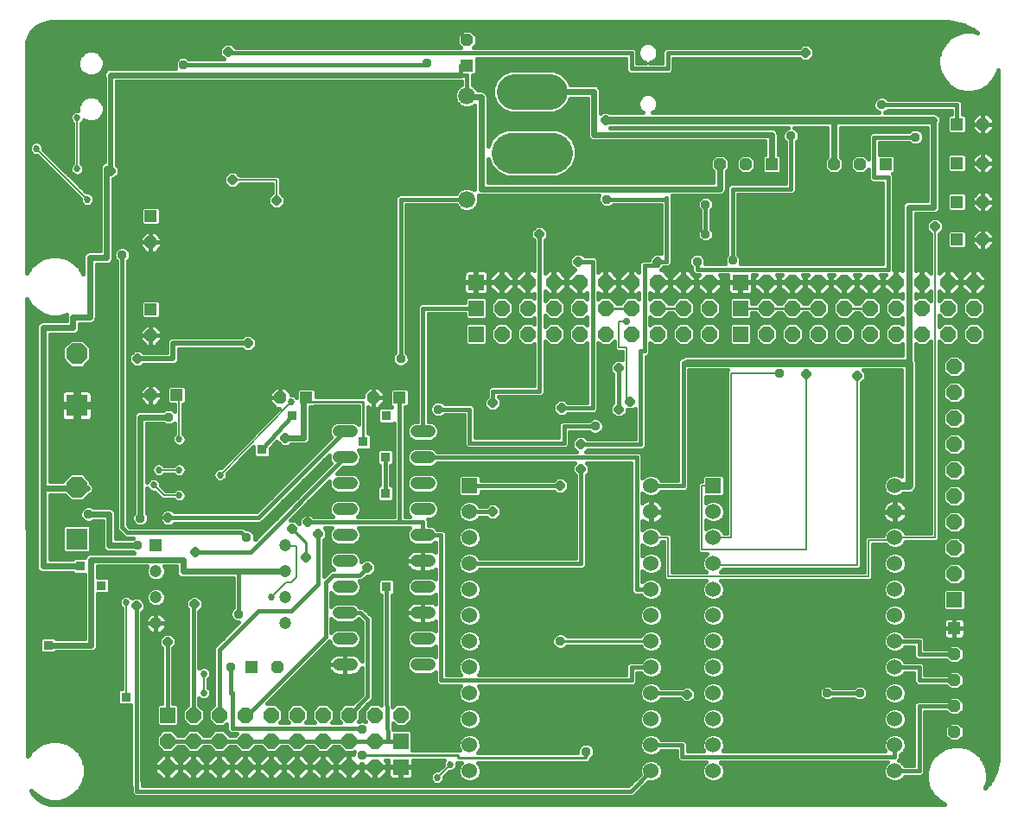
<source format=gbl>
G75*
%MOIN*%
%OFA0B0*%
%FSLAX25Y25*%
%IPPOS*%
%LPD*%
%AMOC8*
5,1,8,0,0,1.08239X$1,22.5*
%
%ADD10R,0.06000X0.06000*%
%ADD11C,0.06000*%
%ADD12C,0.04800*%
%ADD13R,0.04724X0.04724*%
%ADD14C,0.04724*%
%ADD15OC8,0.06000*%
%ADD16OC8,0.04724*%
%ADD17C,0.15800*%
%ADD18C,0.13800*%
%ADD19C,0.06600*%
%ADD20R,0.08268X0.08268*%
%ADD21OC8,0.08268*%
%ADD22OC8,0.03369*%
%ADD23C,0.01600*%
%ADD24OC8,0.03762*%
%ADD25C,0.03762*%
%ADD26C,0.01000*%
%ADD27C,0.00600*%
%ADD28R,0.03762X0.03762*%
%ADD29C,0.02900*%
%ADD30C,0.03000*%
%ADD31C,0.02400*%
%ADD32C,0.02700*%
%ADD33C,0.02000*%
D10*
X0069678Y0044800D03*
X0159678Y0034800D03*
X0159678Y0024800D03*
X0186178Y0133300D03*
X0188678Y0191800D03*
X0188678Y0201800D03*
X0188678Y0211800D03*
X0280178Y0133300D03*
X0290678Y0191800D03*
X0290678Y0201800D03*
X0290678Y0211800D03*
X0373178Y0089300D03*
D11*
X0350178Y0093300D03*
X0350178Y0083300D03*
X0350178Y0073300D03*
X0350178Y0063300D03*
X0350178Y0053300D03*
X0350178Y0043300D03*
X0350178Y0033300D03*
X0350178Y0023300D03*
X0280178Y0023300D03*
X0280178Y0033300D03*
X0280178Y0043300D03*
X0280178Y0053300D03*
X0280178Y0063300D03*
X0280178Y0073300D03*
X0280178Y0083300D03*
X0280178Y0093300D03*
X0280178Y0103300D03*
X0280178Y0113300D03*
X0280178Y0123300D03*
X0256178Y0123300D03*
X0256178Y0113300D03*
X0256178Y0103300D03*
X0256178Y0093300D03*
X0256178Y0083300D03*
X0256178Y0073300D03*
X0256178Y0063300D03*
X0256178Y0053300D03*
X0256178Y0043300D03*
X0256178Y0033300D03*
X0256178Y0023300D03*
X0186178Y0023300D03*
X0186178Y0033300D03*
X0186178Y0043300D03*
X0186178Y0053300D03*
X0186178Y0063300D03*
X0186178Y0073300D03*
X0186178Y0083300D03*
X0186178Y0093300D03*
X0186178Y0103300D03*
X0186178Y0113300D03*
X0186178Y0123300D03*
X0256178Y0133300D03*
X0350178Y0133300D03*
X0350178Y0123300D03*
X0350178Y0113300D03*
X0350178Y0103300D03*
D12*
X0170578Y0104300D02*
X0165778Y0104300D01*
X0165778Y0094300D02*
X0170578Y0094300D01*
X0170578Y0084300D02*
X0165778Y0084300D01*
X0165778Y0074300D02*
X0170578Y0074300D01*
X0170578Y0064300D02*
X0165778Y0064300D01*
X0140578Y0064300D02*
X0135778Y0064300D01*
X0135778Y0074300D02*
X0140578Y0074300D01*
X0140578Y0084300D02*
X0135778Y0084300D01*
X0135778Y0094300D02*
X0140578Y0094300D01*
X0140578Y0104300D02*
X0135778Y0104300D01*
X0135778Y0114300D02*
X0140578Y0114300D01*
X0140578Y0124300D02*
X0135778Y0124300D01*
X0135778Y0134300D02*
X0140578Y0134300D01*
X0140578Y0144300D02*
X0135778Y0144300D01*
X0135778Y0154300D02*
X0140578Y0154300D01*
X0165778Y0154300D02*
X0170578Y0154300D01*
X0170578Y0144300D02*
X0165778Y0144300D01*
X0165778Y0134300D02*
X0170578Y0134300D01*
X0170578Y0124300D02*
X0165778Y0124300D01*
X0165778Y0114300D02*
X0170578Y0114300D01*
D13*
X0159178Y0167300D03*
X0123178Y0167300D03*
X0073178Y0168300D03*
X0063178Y0201300D03*
X0063178Y0237300D03*
X0185178Y0295300D03*
X0302678Y0257400D03*
X0346678Y0257400D03*
X0374178Y0257800D03*
X0374178Y0272800D03*
X0374178Y0242800D03*
X0374178Y0228300D03*
X0373178Y0078300D03*
X0102178Y0063300D03*
X0065178Y0110300D03*
D14*
X0065178Y0100300D03*
X0065178Y0090300D03*
X0065178Y0080300D03*
X0115178Y0080300D03*
X0115178Y0090300D03*
X0115178Y0100300D03*
X0115178Y0110300D03*
D15*
X0119678Y0044800D03*
X0129678Y0044800D03*
X0139678Y0044800D03*
X0149678Y0044800D03*
X0159678Y0044800D03*
X0149678Y0034800D03*
X0139678Y0034800D03*
X0139678Y0024800D03*
X0149678Y0024800D03*
X0129678Y0024800D03*
X0119678Y0024800D03*
X0119678Y0034800D03*
X0129678Y0034800D03*
X0109678Y0034800D03*
X0099678Y0034800D03*
X0099678Y0024800D03*
X0109678Y0024800D03*
X0089678Y0024800D03*
X0079678Y0024800D03*
X0079678Y0034800D03*
X0089678Y0034800D03*
X0089678Y0044800D03*
X0079678Y0044800D03*
X0069678Y0034800D03*
X0069678Y0024800D03*
X0099678Y0044800D03*
X0109678Y0044800D03*
X0198678Y0191800D03*
X0208678Y0191800D03*
X0218678Y0191800D03*
X0228678Y0191800D03*
X0238678Y0191800D03*
X0248678Y0191800D03*
X0258678Y0191800D03*
X0268678Y0191800D03*
X0278678Y0191800D03*
X0278678Y0201800D03*
X0278678Y0211800D03*
X0268678Y0211800D03*
X0258678Y0211800D03*
X0258678Y0201800D03*
X0268678Y0201800D03*
X0248678Y0201800D03*
X0238678Y0201800D03*
X0238678Y0211800D03*
X0248678Y0211800D03*
X0228678Y0211800D03*
X0218678Y0211800D03*
X0218678Y0201800D03*
X0228678Y0201800D03*
X0208678Y0201800D03*
X0198678Y0201800D03*
X0198678Y0211800D03*
X0208678Y0211800D03*
X0300678Y0211800D03*
X0310678Y0211800D03*
X0320678Y0211800D03*
X0330678Y0211800D03*
X0340678Y0211800D03*
X0350678Y0211800D03*
X0360678Y0211800D03*
X0370678Y0211800D03*
X0380678Y0211800D03*
X0380678Y0201800D03*
X0370678Y0201800D03*
X0360678Y0201800D03*
X0350678Y0201800D03*
X0340678Y0201800D03*
X0330678Y0201800D03*
X0320678Y0201800D03*
X0310678Y0201800D03*
X0300678Y0201800D03*
X0300678Y0191800D03*
X0310678Y0191800D03*
X0320678Y0191800D03*
X0330678Y0191800D03*
X0340678Y0191800D03*
X0350678Y0191800D03*
X0360678Y0191800D03*
X0370678Y0191800D03*
X0380678Y0191800D03*
X0373178Y0179300D03*
X0373178Y0169300D03*
X0373178Y0159300D03*
X0373178Y0149300D03*
X0373178Y0139300D03*
X0373178Y0129300D03*
X0373178Y0119300D03*
X0373178Y0109300D03*
X0373178Y0099300D03*
D16*
X0373178Y0068300D03*
X0373178Y0058300D03*
X0373178Y0048300D03*
X0373178Y0038300D03*
X0149178Y0167300D03*
X0113178Y0167300D03*
X0063178Y0168300D03*
X0063178Y0191300D03*
X0063178Y0227300D03*
X0185178Y0305300D03*
X0282678Y0257400D03*
X0292678Y0257400D03*
X0326678Y0257400D03*
X0336678Y0257400D03*
X0384178Y0257800D03*
X0384178Y0272800D03*
X0384178Y0242800D03*
X0384178Y0228300D03*
X0112178Y0063300D03*
D17*
X0202278Y0261800D02*
X0218078Y0261800D01*
D18*
X0217078Y0285400D02*
X0203278Y0285400D01*
D19*
X0185178Y0283800D03*
X0185178Y0243800D03*
D20*
X0034678Y0164300D03*
X0034678Y0112800D03*
D21*
X0034678Y0132800D03*
X0034678Y0184300D03*
D22*
X0075678Y0295800D03*
X0169678Y0296300D03*
X0277178Y0241800D03*
X0277178Y0230300D03*
X0273978Y0219800D03*
X0287678Y0220300D03*
X0305678Y0176800D03*
X0324178Y0053300D03*
X0336678Y0053300D03*
D23*
X0017849Y0014322D02*
X0017004Y0015786D01*
X0018932Y0013858D01*
X0021623Y0012304D01*
X0024624Y0011500D01*
X0027731Y0011500D01*
X0030732Y0012304D01*
X0033423Y0013858D01*
X0035620Y0016055D01*
X0037174Y0018745D01*
X0037978Y0021746D01*
X0037978Y0024853D01*
X0037174Y0027855D01*
X0035620Y0030545D01*
X0033423Y0032742D01*
X0030732Y0034296D01*
X0027731Y0035100D01*
X0024624Y0035100D01*
X0021623Y0034296D01*
X0018932Y0032742D01*
X0016736Y0030545D01*
X0015765Y0028865D01*
X0015451Y0205279D01*
X0016736Y0203055D01*
X0018932Y0200858D01*
X0021623Y0199304D01*
X0024624Y0198500D01*
X0027731Y0198500D01*
X0030732Y0199304D01*
X0030794Y0199340D01*
X0030578Y0198817D01*
X0030578Y0196900D01*
X0021161Y0196900D01*
X0020205Y0196504D01*
X0019474Y0195773D01*
X0019078Y0194817D01*
X0019078Y0101783D01*
X0019474Y0100827D01*
X0020205Y0100096D01*
X0021161Y0099700D01*
X0033036Y0099700D01*
X0033717Y0099019D01*
X0037578Y0099019D01*
X0037578Y0074400D01*
X0026820Y0074400D01*
X0026139Y0075081D01*
X0021217Y0075081D01*
X0020397Y0074261D01*
X0020397Y0069339D01*
X0021217Y0068519D01*
X0026139Y0068519D01*
X0026820Y0069200D01*
X0040695Y0069200D01*
X0041651Y0069596D01*
X0042382Y0070327D01*
X0042778Y0071283D01*
X0042778Y0091519D01*
X0046639Y0091519D01*
X0047459Y0092339D01*
X0047459Y0097261D01*
X0046639Y0098081D01*
X0042778Y0098081D01*
X0042778Y0102200D01*
X0061893Y0102200D01*
X0061416Y0101048D01*
X0061416Y0099552D01*
X0061988Y0098169D01*
X0063047Y0097111D01*
X0064430Y0096538D01*
X0065926Y0096538D01*
X0067309Y0097111D01*
X0068367Y0098169D01*
X0068940Y0099552D01*
X0068940Y0101048D01*
X0068463Y0102200D01*
X0073078Y0102200D01*
X0073078Y0099783D01*
X0073474Y0098827D01*
X0074205Y0098096D01*
X0075161Y0097700D01*
X0094978Y0097700D01*
X0094978Y0086240D01*
X0094396Y0085659D01*
X0093897Y0084453D01*
X0093897Y0083147D01*
X0094396Y0081941D01*
X0095319Y0081018D01*
X0096525Y0080519D01*
X0096986Y0080519D01*
X0087478Y0071011D01*
X0087478Y0048823D01*
X0085278Y0046623D01*
X0085278Y0042977D01*
X0087855Y0040400D01*
X0091500Y0040400D01*
X0092478Y0041377D01*
X0092478Y0038889D01*
X0093767Y0037600D01*
X0096255Y0037600D01*
X0095655Y0037000D01*
X0093700Y0037000D01*
X0091500Y0039200D01*
X0087855Y0039200D01*
X0085655Y0037000D01*
X0083700Y0037000D01*
X0081500Y0039200D01*
X0077855Y0039200D01*
X0075655Y0037000D01*
X0073700Y0037000D01*
X0071500Y0039200D01*
X0067855Y0039200D01*
X0065278Y0036623D01*
X0065278Y0032977D01*
X0067855Y0030400D01*
X0071500Y0030400D01*
X0073700Y0032600D01*
X0075655Y0032600D01*
X0077855Y0030400D01*
X0081500Y0030400D01*
X0083700Y0032600D01*
X0085655Y0032600D01*
X0087855Y0030400D01*
X0091500Y0030400D01*
X0093700Y0032600D01*
X0095655Y0032600D01*
X0097855Y0030400D01*
X0101500Y0030400D01*
X0103700Y0032600D01*
X0105655Y0032600D01*
X0107855Y0030400D01*
X0111500Y0030400D01*
X0113700Y0032600D01*
X0115655Y0032600D01*
X0117855Y0030400D01*
X0121500Y0030400D01*
X0123700Y0032600D01*
X0125655Y0032600D01*
X0127855Y0030400D01*
X0131500Y0030400D01*
X0133700Y0032600D01*
X0135655Y0032600D01*
X0137855Y0030400D01*
X0141500Y0030400D01*
X0141640Y0030539D01*
X0141397Y0029953D01*
X0141397Y0029600D01*
X0139878Y0029600D01*
X0139878Y0025000D01*
X0144478Y0025000D01*
X0144478Y0026019D01*
X0144878Y0026019D01*
X0144878Y0025000D01*
X0149478Y0025000D01*
X0149478Y0024600D01*
X0149878Y0024600D01*
X0149878Y0025000D01*
X0154478Y0025000D01*
X0154478Y0026788D01*
X0153866Y0027400D01*
X0154878Y0027400D01*
X0154878Y0025000D01*
X0159478Y0025000D01*
X0159478Y0024600D01*
X0159878Y0024600D01*
X0159878Y0025000D01*
X0164478Y0025000D01*
X0164478Y0027400D01*
X0176389Y0027400D01*
X0176347Y0027358D01*
X0175928Y0026347D01*
X0175928Y0025454D01*
X0174024Y0023550D01*
X0173131Y0023550D01*
X0172120Y0023131D01*
X0171347Y0022358D01*
X0170928Y0021347D01*
X0170928Y0020253D01*
X0171347Y0019242D01*
X0172120Y0018469D01*
X0173131Y0018050D01*
X0174225Y0018050D01*
X0175236Y0018469D01*
X0176009Y0019242D01*
X0176428Y0020253D01*
X0176428Y0021146D01*
X0178332Y0023050D01*
X0179225Y0023050D01*
X0180236Y0023469D01*
X0181009Y0024242D01*
X0181428Y0025253D01*
X0181428Y0026347D01*
X0181406Y0026400D01*
X0183055Y0026400D01*
X0182448Y0025792D01*
X0181778Y0024175D01*
X0181778Y0022425D01*
X0182448Y0020808D01*
X0183685Y0019570D01*
X0185303Y0018900D01*
X0187053Y0018900D01*
X0188670Y0019570D01*
X0189908Y0020808D01*
X0190578Y0022425D01*
X0190578Y0024175D01*
X0189908Y0025792D01*
X0189300Y0026400D01*
X0231965Y0026400D01*
X0233078Y0027513D01*
X0233078Y0028060D01*
X0233959Y0028941D01*
X0234459Y0030147D01*
X0234459Y0031453D01*
X0233959Y0032659D01*
X0233036Y0033582D01*
X0231831Y0034081D01*
X0230525Y0034081D01*
X0229319Y0033582D01*
X0228396Y0032659D01*
X0227897Y0031453D01*
X0227897Y0030200D01*
X0189300Y0030200D01*
X0189908Y0030808D01*
X0190578Y0032425D01*
X0190578Y0034175D01*
X0189908Y0035792D01*
X0188670Y0037030D01*
X0187053Y0037700D01*
X0185303Y0037700D01*
X0183685Y0037030D01*
X0182448Y0035792D01*
X0181778Y0034175D01*
X0181778Y0032425D01*
X0182285Y0031200D01*
X0164058Y0031200D01*
X0164078Y0031220D01*
X0164078Y0038380D01*
X0163258Y0039200D01*
X0156760Y0039200D01*
X0156696Y0041559D01*
X0157855Y0040400D01*
X0161500Y0040400D01*
X0164078Y0042977D01*
X0164078Y0046623D01*
X0161500Y0049200D01*
X0157855Y0049200D01*
X0156525Y0047870D01*
X0156378Y0053330D01*
X0156378Y0091019D01*
X0156639Y0091019D01*
X0157459Y0091839D01*
X0157459Y0096761D01*
X0156639Y0097581D01*
X0151717Y0097581D01*
X0150897Y0096761D01*
X0150897Y0091839D01*
X0151717Y0091019D01*
X0151978Y0091019D01*
X0151978Y0054177D01*
X0151954Y0054151D01*
X0151978Y0053270D01*
X0151978Y0052389D01*
X0152002Y0052364D01*
X0152104Y0048596D01*
X0151500Y0049200D01*
X0147855Y0049200D01*
X0145278Y0046623D01*
X0145278Y0042977D01*
X0145917Y0042338D01*
X0145331Y0042581D01*
X0144025Y0042581D01*
X0143438Y0042338D01*
X0144078Y0042977D01*
X0144078Y0046089D01*
X0148978Y0050989D01*
X0148978Y0082611D01*
X0147689Y0083900D01*
X0145089Y0086500D01*
X0143752Y0086500D01*
X0142730Y0087521D01*
X0141334Y0088100D01*
X0135022Y0088100D01*
X0133625Y0087521D01*
X0132778Y0086674D01*
X0132778Y0091926D01*
X0133625Y0091079D01*
X0135022Y0090500D01*
X0141334Y0090500D01*
X0142730Y0091079D01*
X0143799Y0092147D01*
X0144378Y0093544D01*
X0144378Y0095056D01*
X0143799Y0096453D01*
X0143652Y0096600D01*
X0144789Y0096600D01*
X0146608Y0098419D01*
X0148137Y0098419D01*
X0150059Y0100341D01*
X0150059Y0103059D01*
X0148137Y0104981D01*
X0145419Y0104981D01*
X0144378Y0103940D01*
X0144378Y0105056D01*
X0143799Y0106453D01*
X0142730Y0107521D01*
X0141334Y0108100D01*
X0135022Y0108100D01*
X0133625Y0107521D01*
X0132556Y0106453D01*
X0131978Y0105056D01*
X0131978Y0103544D01*
X0132556Y0102147D01*
X0133625Y0101079D01*
X0133815Y0101000D01*
X0132567Y0101000D01*
X0131278Y0099711D01*
X0129978Y0098411D01*
X0129978Y0112260D01*
X0131159Y0113441D01*
X0131159Y0116159D01*
X0130318Y0117000D01*
X0133104Y0117000D01*
X0132556Y0116453D01*
X0131978Y0115056D01*
X0131978Y0113544D01*
X0132556Y0112147D01*
X0133625Y0111079D01*
X0135022Y0110500D01*
X0141334Y0110500D01*
X0142730Y0111079D01*
X0143799Y0112147D01*
X0144378Y0113544D01*
X0144378Y0115056D01*
X0143799Y0116453D01*
X0143252Y0117000D01*
X0159389Y0117000D01*
X0159489Y0117100D01*
X0163204Y0117100D01*
X0162556Y0116453D01*
X0161978Y0115056D01*
X0161978Y0113544D01*
X0162556Y0112147D01*
X0163625Y0111079D01*
X0165022Y0110500D01*
X0171334Y0110500D01*
X0172730Y0111079D01*
X0172978Y0111326D01*
X0172978Y0107748D01*
X0172779Y0107892D01*
X0172190Y0108192D01*
X0171561Y0108397D01*
X0170908Y0108500D01*
X0168178Y0108500D01*
X0168178Y0104300D01*
X0168178Y0104300D01*
X0168178Y0100100D01*
X0170908Y0100100D01*
X0171561Y0100203D01*
X0172190Y0100408D01*
X0172779Y0100708D01*
X0172978Y0100852D01*
X0172978Y0097274D01*
X0172730Y0097521D01*
X0171334Y0098100D01*
X0165022Y0098100D01*
X0163625Y0097521D01*
X0162556Y0096453D01*
X0161978Y0095056D01*
X0161978Y0093544D01*
X0162556Y0092147D01*
X0163625Y0091079D01*
X0165022Y0090500D01*
X0171334Y0090500D01*
X0172730Y0091079D01*
X0172978Y0091326D01*
X0172978Y0087748D01*
X0172779Y0087892D01*
X0172190Y0088192D01*
X0171561Y0088397D01*
X0170908Y0088500D01*
X0168178Y0088500D01*
X0168178Y0084300D01*
X0168178Y0084300D01*
X0168178Y0080100D01*
X0170908Y0080100D01*
X0171561Y0080203D01*
X0172190Y0080408D01*
X0172779Y0080708D01*
X0172978Y0080852D01*
X0172978Y0077274D01*
X0172730Y0077521D01*
X0171334Y0078100D01*
X0165022Y0078100D01*
X0163625Y0077521D01*
X0162556Y0076453D01*
X0161978Y0075056D01*
X0161978Y0073544D01*
X0162556Y0072147D01*
X0163625Y0071079D01*
X0165022Y0070500D01*
X0171334Y0070500D01*
X0172730Y0071079D01*
X0172978Y0071326D01*
X0172978Y0067274D01*
X0172730Y0067521D01*
X0171334Y0068100D01*
X0165022Y0068100D01*
X0163625Y0067521D01*
X0162556Y0066453D01*
X0161978Y0065056D01*
X0161978Y0063544D01*
X0162556Y0062147D01*
X0163625Y0061079D01*
X0165022Y0060500D01*
X0171334Y0060500D01*
X0172730Y0061079D01*
X0172978Y0061326D01*
X0172978Y0057389D01*
X0174267Y0056100D01*
X0182755Y0056100D01*
X0182448Y0055792D01*
X0181778Y0054175D01*
X0181778Y0052425D01*
X0182448Y0050808D01*
X0183685Y0049570D01*
X0185303Y0048900D01*
X0187053Y0048900D01*
X0188670Y0049570D01*
X0189908Y0050808D01*
X0190578Y0052425D01*
X0190578Y0054175D01*
X0189908Y0055792D01*
X0189600Y0056100D01*
X0249589Y0056100D01*
X0250878Y0057389D01*
X0250878Y0061100D01*
X0252327Y0061100D01*
X0252448Y0060808D01*
X0253685Y0059570D01*
X0255303Y0058900D01*
X0257053Y0058900D01*
X0258670Y0059570D01*
X0259908Y0060808D01*
X0260578Y0062425D01*
X0260578Y0064175D01*
X0259908Y0065792D01*
X0258670Y0067030D01*
X0257053Y0067700D01*
X0255303Y0067700D01*
X0253685Y0067030D01*
X0252448Y0065792D01*
X0252327Y0065500D01*
X0247767Y0065500D01*
X0246478Y0064211D01*
X0246478Y0060500D01*
X0189600Y0060500D01*
X0189908Y0060808D01*
X0190578Y0062425D01*
X0190578Y0064175D01*
X0189908Y0065792D01*
X0188670Y0067030D01*
X0187053Y0067700D01*
X0185303Y0067700D01*
X0183685Y0067030D01*
X0182448Y0065792D01*
X0181778Y0064175D01*
X0181778Y0062425D01*
X0182448Y0060808D01*
X0182755Y0060500D01*
X0177378Y0060500D01*
X0177378Y0115211D01*
X0176089Y0116500D01*
X0173752Y0116500D01*
X0172730Y0117521D01*
X0171334Y0118100D01*
X0170378Y0118100D01*
X0170378Y0120211D01*
X0170089Y0120500D01*
X0171334Y0120500D01*
X0172730Y0121079D01*
X0173799Y0122147D01*
X0174378Y0123544D01*
X0174378Y0125056D01*
X0173799Y0126453D01*
X0172730Y0127521D01*
X0171334Y0128100D01*
X0165022Y0128100D01*
X0163625Y0127521D01*
X0162556Y0126453D01*
X0161978Y0125056D01*
X0161978Y0123544D01*
X0162556Y0122147D01*
X0163204Y0121500D01*
X0161378Y0121500D01*
X0161378Y0163538D01*
X0162120Y0163538D01*
X0162940Y0164358D01*
X0162940Y0170242D01*
X0162120Y0171062D01*
X0156236Y0171062D01*
X0155416Y0170242D01*
X0155416Y0164358D01*
X0156192Y0163581D01*
X0151717Y0163581D01*
X0150897Y0162761D01*
X0150897Y0157839D01*
X0151717Y0157019D01*
X0156639Y0157019D01*
X0156978Y0157358D01*
X0156978Y0121400D01*
X0143052Y0121400D01*
X0143799Y0122147D01*
X0144378Y0123544D01*
X0144378Y0125056D01*
X0143799Y0126453D01*
X0142730Y0127521D01*
X0141334Y0128100D01*
X0135022Y0128100D01*
X0133625Y0127521D01*
X0132556Y0126453D01*
X0131978Y0125056D01*
X0131978Y0123544D01*
X0132556Y0122147D01*
X0133304Y0121400D01*
X0126218Y0121400D01*
X0125137Y0122481D01*
X0122419Y0122481D01*
X0120497Y0120559D01*
X0120497Y0118621D01*
X0119037Y0120081D01*
X0117070Y0120081D01*
X0131978Y0134989D01*
X0131978Y0133544D01*
X0132556Y0132147D01*
X0133625Y0131079D01*
X0135022Y0130500D01*
X0141334Y0130500D01*
X0142730Y0131079D01*
X0143799Y0132147D01*
X0144378Y0133544D01*
X0144378Y0135056D01*
X0143799Y0136453D01*
X0142730Y0137521D01*
X0141334Y0138100D01*
X0135089Y0138100D01*
X0137489Y0140500D01*
X0141334Y0140500D01*
X0142730Y0141079D01*
X0143799Y0142147D01*
X0144378Y0143544D01*
X0144378Y0145056D01*
X0143799Y0146453D01*
X0143233Y0147019D01*
X0147639Y0147019D01*
X0148459Y0147839D01*
X0148459Y0152761D01*
X0147639Y0153581D01*
X0147078Y0153581D01*
X0147078Y0163514D01*
X0147454Y0163138D01*
X0149178Y0163138D01*
X0150902Y0163138D01*
X0153340Y0165576D01*
X0153340Y0167300D01*
X0153340Y0169024D01*
X0150902Y0171462D01*
X0149178Y0171462D01*
X0149178Y0167300D01*
X0153340Y0167300D01*
X0149178Y0167300D01*
X0149178Y0167300D01*
X0149178Y0167300D01*
X0149178Y0163138D01*
X0149178Y0167300D01*
X0149178Y0167300D01*
X0149178Y0171462D01*
X0147454Y0171462D01*
X0145016Y0169024D01*
X0145016Y0167700D01*
X0126940Y0167700D01*
X0126940Y0170242D01*
X0126120Y0171062D01*
X0120236Y0171062D01*
X0119416Y0170242D01*
X0119416Y0167483D01*
X0119035Y0167864D01*
X0118024Y0168282D01*
X0117340Y0168282D01*
X0117340Y0169024D01*
X0114902Y0171462D01*
X0113178Y0171462D01*
X0113178Y0167300D01*
X0113178Y0180800D01*
X0095678Y0180800D01*
X0099319Y0185019D02*
X0102037Y0185019D01*
X0103959Y0186941D01*
X0103959Y0189659D01*
X0102037Y0191581D01*
X0099319Y0191581D01*
X0098438Y0190700D01*
X0071200Y0190700D01*
X0070318Y0190335D01*
X0069643Y0189659D01*
X0069278Y0188777D01*
X0069278Y0184700D01*
X0060418Y0184700D01*
X0059537Y0185581D01*
X0056819Y0185581D01*
X0054897Y0183659D01*
X0054897Y0180941D01*
X0056819Y0179019D01*
X0059537Y0179019D01*
X0060418Y0179900D01*
X0072155Y0179900D01*
X0073037Y0180265D01*
X0073712Y0180941D01*
X0074078Y0181823D01*
X0074078Y0185900D01*
X0098438Y0185900D01*
X0099319Y0185019D01*
X0103366Y0186348D02*
X0157478Y0186348D01*
X0157478Y0184750D02*
X0074078Y0184750D01*
X0074078Y0183151D02*
X0156479Y0183151D01*
X0156397Y0182953D02*
X0156397Y0181647D01*
X0156896Y0180441D01*
X0157819Y0179518D01*
X0159025Y0179019D01*
X0160331Y0179019D01*
X0161536Y0179518D01*
X0162459Y0180441D01*
X0162959Y0181647D01*
X0162959Y0182953D01*
X0162459Y0184159D01*
X0161878Y0184740D01*
X0161878Y0241600D01*
X0181002Y0241600D01*
X0181193Y0241138D01*
X0182516Y0239816D01*
X0184243Y0239100D01*
X0186113Y0239100D01*
X0187840Y0239816D01*
X0189162Y0241138D01*
X0189878Y0242865D01*
X0189878Y0244735D01*
X0189587Y0245438D01*
X0190161Y0245200D01*
X0236206Y0245200D01*
X0235897Y0244453D01*
X0235897Y0243147D01*
X0236396Y0241941D01*
X0237319Y0241018D01*
X0238525Y0240519D01*
X0239831Y0240519D01*
X0241036Y0241018D01*
X0241618Y0241600D01*
X0259978Y0241600D01*
X0259978Y0223081D01*
X0257319Y0223081D01*
X0255397Y0221159D01*
X0255397Y0220500D01*
X0252767Y0220500D01*
X0251478Y0219211D01*
X0251478Y0215788D01*
X0250666Y0216600D01*
X0248878Y0216600D01*
X0248878Y0212000D01*
X0248478Y0212000D01*
X0248478Y0216600D01*
X0246690Y0216600D01*
X0243878Y0213788D01*
X0243878Y0212000D01*
X0248478Y0212000D01*
X0248478Y0211600D01*
X0248878Y0211600D01*
X0248878Y0207000D01*
X0250666Y0207000D01*
X0251478Y0207812D01*
X0251478Y0205223D01*
X0250500Y0206200D01*
X0246855Y0206200D01*
X0244355Y0203700D01*
X0243000Y0203700D01*
X0240500Y0206200D01*
X0236855Y0206200D01*
X0235878Y0205223D01*
X0235878Y0207812D01*
X0236690Y0207000D01*
X0238478Y0207000D01*
X0238478Y0211600D01*
X0238878Y0211600D01*
X0238878Y0212000D01*
X0243478Y0212000D01*
X0243478Y0213788D01*
X0240666Y0216600D01*
X0238878Y0216600D01*
X0238878Y0212000D01*
X0238478Y0212000D01*
X0238478Y0216600D01*
X0236690Y0216600D01*
X0235878Y0215788D01*
X0235878Y0220711D01*
X0234589Y0222000D01*
X0230618Y0222000D01*
X0229537Y0223081D01*
X0226819Y0223081D01*
X0224897Y0221159D01*
X0224897Y0218441D01*
X0226738Y0216600D01*
X0226690Y0216600D01*
X0223878Y0213788D01*
X0223878Y0212000D01*
X0228478Y0212000D01*
X0228478Y0211600D01*
X0228878Y0211600D01*
X0228878Y0207000D01*
X0230666Y0207000D01*
X0231478Y0207812D01*
X0231478Y0205223D01*
X0230500Y0206200D01*
X0226855Y0206200D01*
X0224278Y0203623D01*
X0224278Y0199977D01*
X0226855Y0197400D01*
X0230500Y0197400D01*
X0231478Y0198377D01*
X0231478Y0195223D01*
X0230500Y0196200D01*
X0226855Y0196200D01*
X0224278Y0193623D01*
X0224278Y0189977D01*
X0226855Y0187400D01*
X0230500Y0187400D01*
X0231478Y0188377D01*
X0231478Y0165500D01*
X0224118Y0165500D01*
X0223037Y0166581D01*
X0220319Y0166581D01*
X0218397Y0164659D01*
X0218397Y0161941D01*
X0220319Y0160019D01*
X0223037Y0160019D01*
X0224118Y0161100D01*
X0234589Y0161100D01*
X0235878Y0162389D01*
X0235878Y0188377D01*
X0236855Y0187400D01*
X0240500Y0187400D01*
X0241978Y0188877D01*
X0241978Y0186096D01*
X0242974Y0185100D01*
X0244978Y0185100D01*
X0244978Y0182081D01*
X0242319Y0182081D01*
X0240397Y0180159D01*
X0240397Y0177441D01*
X0241478Y0176360D01*
X0241478Y0165240D01*
X0240397Y0164159D01*
X0240397Y0161441D01*
X0242319Y0159519D01*
X0245037Y0159519D01*
X0246959Y0161441D01*
X0246959Y0162519D01*
X0249537Y0162519D01*
X0249978Y0162960D01*
X0249978Y0151500D01*
X0231618Y0151500D01*
X0230537Y0152581D01*
X0227819Y0152581D01*
X0225897Y0150659D01*
X0225897Y0147941D01*
X0227338Y0146500D01*
X0173752Y0146500D01*
X0172730Y0147521D01*
X0171334Y0148100D01*
X0165022Y0148100D01*
X0163625Y0147521D01*
X0162556Y0146453D01*
X0161978Y0145056D01*
X0161978Y0143544D01*
X0162556Y0142147D01*
X0163625Y0141079D01*
X0165022Y0140500D01*
X0171334Y0140500D01*
X0172730Y0141079D01*
X0173752Y0142100D01*
X0226838Y0142100D01*
X0225897Y0141159D01*
X0225897Y0138441D01*
X0226978Y0137360D01*
X0226978Y0105500D01*
X0190029Y0105500D01*
X0189908Y0105792D01*
X0188670Y0107030D01*
X0187053Y0107700D01*
X0185303Y0107700D01*
X0183685Y0107030D01*
X0182448Y0105792D01*
X0181778Y0104175D01*
X0181778Y0102425D01*
X0182448Y0100808D01*
X0183685Y0099570D01*
X0185303Y0098900D01*
X0187053Y0098900D01*
X0188670Y0099570D01*
X0189908Y0100808D01*
X0190029Y0101100D01*
X0230089Y0101100D01*
X0231378Y0102389D01*
X0231378Y0137360D01*
X0232459Y0138441D01*
X0232459Y0141159D01*
X0231518Y0142100D01*
X0248478Y0142100D01*
X0248478Y0092389D01*
X0249767Y0091100D01*
X0252327Y0091100D01*
X0252448Y0090808D01*
X0253685Y0089570D01*
X0255303Y0088900D01*
X0257053Y0088900D01*
X0258670Y0089570D01*
X0259908Y0090808D01*
X0260578Y0092425D01*
X0260578Y0094175D01*
X0259908Y0095792D01*
X0258670Y0097030D01*
X0257053Y0097700D01*
X0255303Y0097700D01*
X0253685Y0097030D01*
X0252878Y0096223D01*
X0252878Y0100377D01*
X0253685Y0099570D01*
X0255303Y0098900D01*
X0257053Y0098900D01*
X0258670Y0099570D01*
X0259908Y0100808D01*
X0260578Y0102425D01*
X0260578Y0104175D01*
X0259908Y0105792D01*
X0258670Y0107030D01*
X0257053Y0107700D01*
X0255303Y0107700D01*
X0253685Y0107030D01*
X0252878Y0106223D01*
X0252878Y0110377D01*
X0253685Y0109570D01*
X0255303Y0108900D01*
X0257053Y0108900D01*
X0258670Y0109570D01*
X0259908Y0110808D01*
X0260236Y0111600D01*
X0260978Y0111600D01*
X0260978Y0097596D01*
X0261974Y0096600D01*
X0277255Y0096600D01*
X0276448Y0095792D01*
X0275778Y0094175D01*
X0275778Y0092425D01*
X0276448Y0090808D01*
X0277685Y0089570D01*
X0279303Y0088900D01*
X0281053Y0088900D01*
X0282670Y0089570D01*
X0283908Y0090808D01*
X0284578Y0092425D01*
X0284578Y0094175D01*
X0283908Y0095792D01*
X0283100Y0096600D01*
X0340882Y0096600D01*
X0341878Y0097596D01*
X0341878Y0110600D01*
X0346655Y0110600D01*
X0347685Y0109570D01*
X0349303Y0108900D01*
X0351053Y0108900D01*
X0352670Y0109570D01*
X0353908Y0110808D01*
X0354236Y0111600D01*
X0366382Y0111600D01*
X0367378Y0112596D01*
X0367378Y0188877D01*
X0368855Y0187400D01*
X0372500Y0187400D01*
X0375078Y0189977D01*
X0375078Y0193623D01*
X0372500Y0196200D01*
X0368855Y0196200D01*
X0367378Y0194723D01*
X0367378Y0198877D01*
X0368855Y0197400D01*
X0372500Y0197400D01*
X0375078Y0199977D01*
X0375078Y0203623D01*
X0372500Y0206200D01*
X0368855Y0206200D01*
X0367378Y0204723D01*
X0367378Y0208312D01*
X0368690Y0207000D01*
X0370478Y0207000D01*
X0370478Y0211600D01*
X0370878Y0211600D01*
X0370878Y0212000D01*
X0375478Y0212000D01*
X0375478Y0213788D01*
X0372666Y0216600D01*
X0370878Y0216600D01*
X0370878Y0212000D01*
X0370478Y0212000D01*
X0370478Y0216600D01*
X0368690Y0216600D01*
X0367378Y0215288D01*
X0367378Y0230360D01*
X0368959Y0231941D01*
X0368959Y0234659D01*
X0367037Y0236581D01*
X0364319Y0236581D01*
X0362397Y0234659D01*
X0362397Y0231941D01*
X0363978Y0230360D01*
X0363978Y0215288D01*
X0362666Y0216600D01*
X0360878Y0216600D01*
X0360878Y0212000D01*
X0360478Y0212000D01*
X0360478Y0216600D01*
X0358690Y0216600D01*
X0358278Y0216188D01*
X0358278Y0238200D01*
X0365695Y0238200D01*
X0366651Y0238596D01*
X0367382Y0239327D01*
X0367778Y0240283D01*
X0367778Y0272999D01*
X0368078Y0273723D01*
X0368078Y0274877D01*
X0367636Y0275943D01*
X0366821Y0276758D01*
X0365755Y0277200D01*
X0346268Y0277200D01*
X0347036Y0277518D01*
X0347618Y0278100D01*
X0371978Y0278100D01*
X0371978Y0276562D01*
X0371236Y0276562D01*
X0370416Y0275742D01*
X0370416Y0269858D01*
X0371236Y0269038D01*
X0377120Y0269038D01*
X0377940Y0269858D01*
X0377940Y0275742D01*
X0377120Y0276562D01*
X0376378Y0276562D01*
X0376378Y0281211D01*
X0375089Y0282500D01*
X0347618Y0282500D01*
X0347036Y0283082D01*
X0345831Y0283581D01*
X0344525Y0283581D01*
X0343319Y0283082D01*
X0342396Y0282159D01*
X0341897Y0280953D01*
X0341897Y0279647D01*
X0342396Y0278441D01*
X0343319Y0277518D01*
X0344088Y0277200D01*
X0256770Y0277200D01*
X0257160Y0277362D01*
X0258250Y0278452D01*
X0258840Y0279876D01*
X0258840Y0281417D01*
X0258250Y0282841D01*
X0257160Y0283931D01*
X0255736Y0284521D01*
X0254195Y0284521D01*
X0252770Y0283931D01*
X0251680Y0282841D01*
X0251090Y0281417D01*
X0251090Y0279876D01*
X0251680Y0278452D01*
X0252770Y0277362D01*
X0253160Y0277200D01*
X0240418Y0277200D01*
X0240037Y0277581D01*
X0237319Y0277581D01*
X0236778Y0277040D01*
X0236778Y0285917D01*
X0236382Y0286873D01*
X0235651Y0287604D01*
X0234695Y0288000D01*
X0224985Y0288000D01*
X0224114Y0290102D01*
X0221779Y0292436D01*
X0218729Y0293700D01*
X0201627Y0293700D01*
X0198576Y0292436D01*
X0196241Y0290102D01*
X0194978Y0287051D01*
X0194978Y0283749D01*
X0196241Y0280698D01*
X0198576Y0278364D01*
X0201627Y0277100D01*
X0218729Y0277100D01*
X0221779Y0278364D01*
X0224114Y0280698D01*
X0224985Y0282800D01*
X0231578Y0282800D01*
X0231578Y0268283D01*
X0231974Y0267327D01*
X0232705Y0266596D01*
X0233661Y0266200D01*
X0300078Y0266200D01*
X0300078Y0261162D01*
X0299736Y0261162D01*
X0298916Y0260342D01*
X0298916Y0254458D01*
X0299736Y0253638D01*
X0305620Y0253638D01*
X0306440Y0254458D01*
X0306440Y0260342D01*
X0305620Y0261162D01*
X0305278Y0261162D01*
X0305278Y0269317D01*
X0304882Y0270273D01*
X0304151Y0271004D01*
X0303195Y0271400D01*
X0240418Y0271400D01*
X0240418Y0271400D01*
X0309088Y0271400D01*
X0308319Y0271082D01*
X0307396Y0270159D01*
X0306897Y0268953D01*
X0306897Y0267647D01*
X0307396Y0266441D01*
X0307978Y0265860D01*
X0307978Y0250000D01*
X0286767Y0250000D01*
X0285478Y0248711D01*
X0285478Y0222462D01*
X0284594Y0221578D01*
X0284594Y0219022D01*
X0284616Y0219000D01*
X0277062Y0219000D01*
X0277062Y0221078D01*
X0275255Y0222884D01*
X0272700Y0222884D01*
X0270894Y0221078D01*
X0270894Y0218522D01*
X0271778Y0217638D01*
X0271778Y0215889D01*
X0273067Y0214600D01*
X0274690Y0214600D01*
X0273878Y0213788D01*
X0273878Y0212000D01*
X0278478Y0212000D01*
X0278478Y0211600D01*
X0278878Y0211600D01*
X0278878Y0212000D01*
X0283478Y0212000D01*
X0283478Y0213788D01*
X0282666Y0214600D01*
X0285878Y0214600D01*
X0285878Y0212000D01*
X0290478Y0212000D01*
X0290478Y0211600D01*
X0290878Y0211600D01*
X0290878Y0212000D01*
X0295478Y0212000D01*
X0295478Y0214600D01*
X0296690Y0214600D01*
X0295878Y0213788D01*
X0295878Y0212000D01*
X0300478Y0212000D01*
X0300478Y0211600D01*
X0300878Y0211600D01*
X0300878Y0212000D01*
X0305478Y0212000D01*
X0305478Y0213788D01*
X0304666Y0214600D01*
X0306690Y0214600D01*
X0305878Y0213788D01*
X0305878Y0212000D01*
X0310478Y0212000D01*
X0310478Y0211600D01*
X0310878Y0211600D01*
X0310878Y0212000D01*
X0315478Y0212000D01*
X0315478Y0213788D01*
X0314666Y0214600D01*
X0316690Y0214600D01*
X0315878Y0213788D01*
X0315878Y0212000D01*
X0320478Y0212000D01*
X0320478Y0211600D01*
X0320878Y0211600D01*
X0320878Y0212000D01*
X0325478Y0212000D01*
X0325478Y0213788D01*
X0324666Y0214600D01*
X0326690Y0214600D01*
X0325878Y0213788D01*
X0325878Y0212000D01*
X0330478Y0212000D01*
X0330478Y0211600D01*
X0330878Y0211600D01*
X0330878Y0212000D01*
X0335478Y0212000D01*
X0335478Y0213788D01*
X0334666Y0214600D01*
X0336690Y0214600D01*
X0335878Y0213788D01*
X0335878Y0212000D01*
X0340478Y0212000D01*
X0340478Y0211600D01*
X0340878Y0211600D01*
X0340878Y0212000D01*
X0345478Y0212000D01*
X0345478Y0213788D01*
X0344666Y0214600D01*
X0346690Y0214600D01*
X0345878Y0213788D01*
X0345878Y0212000D01*
X0350478Y0212000D01*
X0350478Y0216600D01*
X0349878Y0216600D01*
X0349878Y0253211D01*
X0349451Y0253638D01*
X0349620Y0253638D01*
X0350440Y0254458D01*
X0350440Y0260342D01*
X0349620Y0261162D01*
X0344378Y0261162D01*
X0344378Y0265600D01*
X0355738Y0265600D01*
X0356319Y0265018D01*
X0357525Y0264519D01*
X0358831Y0264519D01*
X0360036Y0265018D01*
X0360959Y0265941D01*
X0361459Y0267147D01*
X0361459Y0268453D01*
X0360959Y0269659D01*
X0360036Y0270582D01*
X0358831Y0271081D01*
X0357525Y0271081D01*
X0356319Y0270582D01*
X0355738Y0270000D01*
X0341267Y0270000D01*
X0339978Y0268711D01*
X0339978Y0259421D01*
X0338236Y0261162D01*
X0335120Y0261162D01*
X0332916Y0258958D01*
X0332916Y0255842D01*
X0335120Y0253638D01*
X0338236Y0253638D01*
X0339978Y0255379D01*
X0339978Y0251389D01*
X0341267Y0250100D01*
X0345478Y0250100D01*
X0345478Y0219000D01*
X0290740Y0219000D01*
X0290762Y0219022D01*
X0290762Y0221578D01*
X0289878Y0222462D01*
X0289878Y0245600D01*
X0311089Y0245600D01*
X0312378Y0246889D01*
X0312378Y0265860D01*
X0312959Y0266441D01*
X0313459Y0267647D01*
X0313459Y0268953D01*
X0312959Y0270159D01*
X0312036Y0271082D01*
X0311268Y0271400D01*
X0324078Y0271400D01*
X0324078Y0260121D01*
X0322916Y0258958D01*
X0322916Y0255842D01*
X0325120Y0253638D01*
X0328236Y0253638D01*
X0330440Y0255842D01*
X0330440Y0258958D01*
X0329278Y0260121D01*
X0329278Y0271400D01*
X0362578Y0271400D01*
X0362578Y0243400D01*
X0355161Y0243400D01*
X0354205Y0243004D01*
X0353474Y0242273D01*
X0353078Y0241317D01*
X0353078Y0216188D01*
X0352666Y0216600D01*
X0350878Y0216600D01*
X0350878Y0212000D01*
X0350478Y0212000D01*
X0350478Y0211600D01*
X0350878Y0211600D01*
X0350878Y0207000D01*
X0352666Y0207000D01*
X0353078Y0207412D01*
X0353078Y0205623D01*
X0352500Y0206200D01*
X0348855Y0206200D01*
X0346278Y0203623D01*
X0346278Y0199977D01*
X0348855Y0197400D01*
X0352500Y0197400D01*
X0353078Y0197977D01*
X0353078Y0195623D01*
X0352500Y0196200D01*
X0348855Y0196200D01*
X0346278Y0193623D01*
X0346278Y0189977D01*
X0348855Y0187400D01*
X0352500Y0187400D01*
X0353078Y0187977D01*
X0353078Y0183700D01*
X0269601Y0183700D01*
X0268535Y0183258D01*
X0268277Y0183000D01*
X0267767Y0183000D01*
X0266478Y0181711D01*
X0266478Y0135500D01*
X0260029Y0135500D01*
X0259908Y0135792D01*
X0258670Y0137030D01*
X0257053Y0137700D01*
X0255303Y0137700D01*
X0253685Y0137030D01*
X0252878Y0136223D01*
X0252878Y0145211D01*
X0251589Y0146500D01*
X0231018Y0146500D01*
X0231618Y0147100D01*
X0253089Y0147100D01*
X0254378Y0148389D01*
X0254378Y0183100D01*
X0254589Y0183100D01*
X0255878Y0184389D01*
X0255878Y0188377D01*
X0256855Y0187400D01*
X0260500Y0187400D01*
X0263078Y0189977D01*
X0263078Y0193623D01*
X0260500Y0196200D01*
X0256855Y0196200D01*
X0255878Y0195223D01*
X0255878Y0198377D01*
X0256855Y0197400D01*
X0260500Y0197400D01*
X0263000Y0199900D01*
X0264355Y0199900D01*
X0266855Y0197400D01*
X0270500Y0197400D01*
X0273078Y0199977D01*
X0273078Y0203623D01*
X0270500Y0206200D01*
X0266855Y0206200D01*
X0264355Y0203700D01*
X0263000Y0203700D01*
X0260500Y0206200D01*
X0256855Y0206200D01*
X0255878Y0205223D01*
X0255878Y0207812D01*
X0256690Y0207000D01*
X0258478Y0207000D01*
X0258478Y0211600D01*
X0258878Y0211600D01*
X0258878Y0212000D01*
X0263478Y0212000D01*
X0263478Y0213788D01*
X0260666Y0216600D01*
X0260118Y0216600D01*
X0261118Y0217600D01*
X0263089Y0217600D01*
X0264378Y0218889D01*
X0264378Y0245200D01*
X0283195Y0245200D01*
X0284151Y0245596D01*
X0284882Y0246327D01*
X0285278Y0247283D01*
X0285278Y0254679D01*
X0286440Y0255842D01*
X0286440Y0258958D01*
X0284236Y0261162D01*
X0281120Y0261162D01*
X0278916Y0258958D01*
X0278916Y0255842D01*
X0280078Y0254679D01*
X0280078Y0250400D01*
X0193278Y0250400D01*
X0193278Y0259226D01*
X0194394Y0256532D01*
X0197010Y0253916D01*
X0200428Y0252500D01*
X0219928Y0252500D01*
X0223346Y0253916D01*
X0225962Y0256532D01*
X0227378Y0259950D01*
X0227378Y0263650D01*
X0225962Y0267068D01*
X0223346Y0269684D01*
X0219928Y0271100D01*
X0200428Y0271100D01*
X0197010Y0269684D01*
X0194394Y0267068D01*
X0193278Y0264374D01*
X0193278Y0283817D01*
X0192882Y0284773D01*
X0192151Y0285504D01*
X0191195Y0285900D01*
X0189395Y0285900D01*
X0189162Y0286462D01*
X0187840Y0287784D01*
X0187378Y0287976D01*
X0187378Y0291538D01*
X0188120Y0291538D01*
X0188940Y0292358D01*
X0188940Y0298100D01*
X0246478Y0298100D01*
X0246478Y0293389D01*
X0247767Y0292100D01*
X0263589Y0292100D01*
X0264878Y0293389D01*
X0264878Y0298100D01*
X0313238Y0298100D01*
X0314319Y0297019D01*
X0317037Y0297019D01*
X0318959Y0298941D01*
X0318959Y0301659D01*
X0317037Y0303581D01*
X0314319Y0303581D01*
X0313238Y0302500D01*
X0261767Y0302500D01*
X0260478Y0301211D01*
X0260478Y0296500D01*
X0255841Y0296500D01*
X0257160Y0297047D01*
X0258250Y0298137D01*
X0258840Y0299561D01*
X0258840Y0301102D01*
X0258250Y0302526D01*
X0257160Y0303616D01*
X0255736Y0304206D01*
X0254195Y0304206D01*
X0252770Y0303616D01*
X0251680Y0302526D01*
X0251090Y0301102D01*
X0251090Y0299561D01*
X0251680Y0298137D01*
X0252770Y0297047D01*
X0254090Y0296500D01*
X0250878Y0296500D01*
X0250878Y0301211D01*
X0249589Y0302500D01*
X0187698Y0302500D01*
X0188940Y0303742D01*
X0188940Y0306858D01*
X0186736Y0309062D01*
X0183620Y0309062D01*
X0181416Y0306858D01*
X0181416Y0303742D01*
X0182657Y0302500D01*
X0096118Y0302500D01*
X0094537Y0304081D01*
X0091819Y0304081D01*
X0089897Y0302159D01*
X0089897Y0299441D01*
X0091338Y0298000D01*
X0077840Y0298000D01*
X0076955Y0298884D01*
X0074400Y0298884D01*
X0072594Y0297078D01*
X0072594Y0294522D01*
X0072716Y0294400D01*
X0047161Y0294400D01*
X0046205Y0294004D01*
X0045474Y0293273D01*
X0045078Y0292317D01*
X0045078Y0291283D01*
X0045278Y0290800D01*
X0045278Y0258241D01*
X0044705Y0258004D01*
X0043974Y0257273D01*
X0043578Y0256317D01*
X0043578Y0223900D01*
X0039161Y0223900D01*
X0038205Y0223504D01*
X0037474Y0222773D01*
X0037078Y0221817D01*
X0037078Y0215021D01*
X0035620Y0217545D01*
X0033423Y0219742D01*
X0030732Y0221296D01*
X0027731Y0222100D01*
X0024624Y0222100D01*
X0021623Y0221296D01*
X0018932Y0219742D01*
X0016736Y0217545D01*
X0015434Y0215290D01*
X0015278Y0302770D01*
X0015359Y0304001D01*
X0015996Y0306379D01*
X0017227Y0308511D01*
X0018967Y0310251D01*
X0021099Y0311482D01*
X0023477Y0312119D01*
X0024708Y0312200D01*
X0370276Y0312200D01*
X0372493Y0312075D01*
X0376816Y0311089D01*
X0380811Y0309165D01*
X0382171Y0308080D01*
X0380231Y0308600D01*
X0377124Y0308600D01*
X0374123Y0307796D01*
X0371432Y0306242D01*
X0369236Y0304045D01*
X0367682Y0301355D01*
X0366878Y0298353D01*
X0366878Y0295246D01*
X0367682Y0292245D01*
X0369236Y0289555D01*
X0371432Y0287358D01*
X0374123Y0285804D01*
X0377124Y0285000D01*
X0380231Y0285000D01*
X0383232Y0285804D01*
X0385923Y0287358D01*
X0388120Y0289555D01*
X0389674Y0292245D01*
X0390015Y0293519D01*
X0390078Y0292398D01*
X0390078Y0029306D01*
X0389959Y0027189D01*
X0389017Y0023062D01*
X0387180Y0019247D01*
X0385144Y0016694D01*
X0385174Y0016745D01*
X0385978Y0019746D01*
X0385978Y0022853D01*
X0385174Y0025855D01*
X0383620Y0028545D01*
X0381423Y0030742D01*
X0378732Y0032296D01*
X0375731Y0033100D01*
X0372624Y0033100D01*
X0369623Y0032296D01*
X0366932Y0030742D01*
X0364736Y0028545D01*
X0363182Y0025855D01*
X0362378Y0022853D01*
X0362378Y0019746D01*
X0363182Y0016745D01*
X0364736Y0014055D01*
X0366932Y0011858D01*
X0369457Y0010400D01*
X0025802Y0010400D01*
X0024494Y0010486D01*
X0021966Y0011163D01*
X0019700Y0012471D01*
X0019700Y0012471D01*
X0017849Y0014322D01*
X0018462Y0013709D02*
X0019190Y0013709D01*
X0020325Y0012110D02*
X0022346Y0012110D01*
X0024396Y0010512D02*
X0369263Y0010512D01*
X0366680Y0012110D02*
X0030009Y0012110D01*
X0033166Y0013709D02*
X0056558Y0013709D01*
X0056352Y0013915D02*
X0056967Y0013300D01*
X0057016Y0013300D01*
X0057052Y0013267D01*
X0057920Y0013300D01*
X0249289Y0013300D01*
X0255010Y0019021D01*
X0255303Y0018900D01*
X0257053Y0018900D01*
X0258670Y0019570D01*
X0259908Y0020808D01*
X0260578Y0022425D01*
X0260578Y0024175D01*
X0259908Y0025792D01*
X0258670Y0027030D01*
X0257053Y0027700D01*
X0255303Y0027700D01*
X0253685Y0027030D01*
X0252448Y0025792D01*
X0251778Y0024175D01*
X0251778Y0022425D01*
X0251899Y0022132D01*
X0247467Y0017700D01*
X0059995Y0017700D01*
X0059878Y0020742D01*
X0059878Y0084460D01*
X0060959Y0085541D01*
X0060959Y0088259D01*
X0059037Y0090181D01*
X0056319Y0090181D01*
X0056002Y0089865D01*
X0055236Y0090631D01*
X0054225Y0091050D01*
X0053131Y0091050D01*
X0052120Y0090631D01*
X0051347Y0089858D01*
X0050928Y0088847D01*
X0050928Y0087753D01*
X0051347Y0086742D01*
X0051978Y0086111D01*
X0051978Y0055081D01*
X0051217Y0055081D01*
X0050397Y0054261D01*
X0050397Y0049339D01*
X0051217Y0048519D01*
X0055478Y0048519D01*
X0055478Y0021562D01*
X0055444Y0021526D01*
X0055478Y0020658D01*
X0055478Y0019789D01*
X0055513Y0019754D01*
X0055678Y0015458D01*
X0055678Y0014589D01*
X0055713Y0014554D01*
X0055715Y0014505D01*
X0056352Y0013915D01*
X0055678Y0015307D02*
X0034873Y0015307D01*
X0036112Y0016906D02*
X0055622Y0016906D01*
X0055561Y0018504D02*
X0037035Y0018504D01*
X0037537Y0020103D02*
X0055478Y0020103D01*
X0055478Y0021701D02*
X0037966Y0021701D01*
X0037978Y0023300D02*
X0055478Y0023300D01*
X0055478Y0024899D02*
X0037966Y0024899D01*
X0037537Y0026497D02*
X0055478Y0026497D01*
X0055478Y0028096D02*
X0037035Y0028096D01*
X0036112Y0029694D02*
X0055478Y0029694D01*
X0055478Y0031293D02*
X0034873Y0031293D01*
X0033166Y0032891D02*
X0055478Y0032891D01*
X0055478Y0034490D02*
X0030009Y0034490D01*
X0022346Y0034490D02*
X0015755Y0034490D01*
X0015752Y0036088D02*
X0055478Y0036088D01*
X0055478Y0037687D02*
X0015750Y0037687D01*
X0015747Y0039285D02*
X0055478Y0039285D01*
X0055478Y0040884D02*
X0015744Y0040884D01*
X0015741Y0042482D02*
X0055478Y0042482D01*
X0055478Y0044081D02*
X0015738Y0044081D01*
X0015735Y0045679D02*
X0055478Y0045679D01*
X0055478Y0047278D02*
X0015733Y0047278D01*
X0015730Y0048876D02*
X0050860Y0048876D01*
X0050397Y0050475D02*
X0015727Y0050475D01*
X0015724Y0052073D02*
X0050397Y0052073D01*
X0050397Y0053672D02*
X0015721Y0053672D01*
X0015718Y0055270D02*
X0051978Y0055270D01*
X0051978Y0056869D02*
X0015715Y0056869D01*
X0015713Y0058467D02*
X0051978Y0058467D01*
X0051978Y0060066D02*
X0015710Y0060066D01*
X0015707Y0061664D02*
X0051978Y0061664D01*
X0051978Y0063263D02*
X0015704Y0063263D01*
X0015701Y0064861D02*
X0051978Y0064861D01*
X0051978Y0066460D02*
X0015698Y0066460D01*
X0015696Y0068058D02*
X0051978Y0068058D01*
X0051978Y0069657D02*
X0041712Y0069657D01*
X0042766Y0071255D02*
X0051978Y0071255D01*
X0051978Y0072854D02*
X0042778Y0072854D01*
X0042778Y0074452D02*
X0051978Y0074452D01*
X0051978Y0076051D02*
X0042778Y0076051D01*
X0042778Y0077649D02*
X0051978Y0077649D01*
X0051978Y0079248D02*
X0042778Y0079248D01*
X0042778Y0080846D02*
X0051978Y0080846D01*
X0051978Y0082445D02*
X0042778Y0082445D01*
X0042778Y0084043D02*
X0051978Y0084043D01*
X0051978Y0085642D02*
X0042778Y0085642D01*
X0042778Y0087240D02*
X0051140Y0087240D01*
X0050928Y0088839D02*
X0042778Y0088839D01*
X0042778Y0090437D02*
X0051926Y0090437D01*
X0055429Y0090437D02*
X0061416Y0090437D01*
X0061416Y0091048D02*
X0061416Y0089552D01*
X0061988Y0088169D01*
X0063047Y0087111D01*
X0064430Y0086538D01*
X0065926Y0086538D01*
X0067309Y0087111D01*
X0068367Y0088169D01*
X0068940Y0089552D01*
X0068940Y0091048D01*
X0068367Y0092431D01*
X0067309Y0093489D01*
X0065926Y0094062D01*
X0064430Y0094062D01*
X0063047Y0093489D01*
X0061988Y0092431D01*
X0061416Y0091048D01*
X0061825Y0092036D02*
X0047156Y0092036D01*
X0047459Y0093634D02*
X0063397Y0093634D01*
X0063720Y0096832D02*
X0047459Y0096832D01*
X0047459Y0095233D02*
X0094978Y0095233D01*
X0094978Y0093634D02*
X0066959Y0093634D01*
X0068531Y0092036D02*
X0094978Y0092036D01*
X0094978Y0090437D02*
X0081881Y0090437D01*
X0081437Y0090881D02*
X0078719Y0090881D01*
X0076797Y0088959D01*
X0076797Y0086241D01*
X0077478Y0085560D01*
X0077478Y0048823D01*
X0075278Y0046623D01*
X0075278Y0042977D01*
X0077855Y0040400D01*
X0081500Y0040400D01*
X0084078Y0042977D01*
X0084078Y0046623D01*
X0081878Y0048823D01*
X0081878Y0051211D01*
X0082120Y0050969D01*
X0083131Y0050550D01*
X0084225Y0050550D01*
X0085236Y0050969D01*
X0086009Y0051742D01*
X0086428Y0052753D01*
X0086428Y0053847D01*
X0086009Y0054858D01*
X0085378Y0055489D01*
X0085378Y0058611D01*
X0086009Y0059242D01*
X0086428Y0060253D01*
X0086428Y0061347D01*
X0086009Y0062358D01*
X0085236Y0063131D01*
X0084225Y0063550D01*
X0083131Y0063550D01*
X0082120Y0063131D01*
X0081878Y0062889D01*
X0081878Y0084760D01*
X0083359Y0086241D01*
X0083359Y0088959D01*
X0081437Y0090881D01*
X0083359Y0088839D02*
X0094978Y0088839D01*
X0094978Y0087240D02*
X0083359Y0087240D01*
X0082760Y0085642D02*
X0094389Y0085642D01*
X0093897Y0084043D02*
X0081878Y0084043D01*
X0081878Y0082445D02*
X0094188Y0082445D01*
X0095735Y0080846D02*
X0081878Y0080846D01*
X0081878Y0079248D02*
X0095715Y0079248D01*
X0094116Y0077649D02*
X0081878Y0077649D01*
X0081878Y0076051D02*
X0092517Y0076051D01*
X0090919Y0074452D02*
X0081878Y0074452D01*
X0081878Y0072854D02*
X0089320Y0072854D01*
X0087722Y0071255D02*
X0081878Y0071255D01*
X0081878Y0069657D02*
X0087478Y0069657D01*
X0087478Y0068058D02*
X0081878Y0068058D01*
X0081878Y0066460D02*
X0087478Y0066460D01*
X0087478Y0064861D02*
X0081878Y0064861D01*
X0081878Y0063263D02*
X0082437Y0063263D01*
X0084918Y0063263D02*
X0087478Y0063263D01*
X0087478Y0061664D02*
X0086296Y0061664D01*
X0086350Y0060066D02*
X0087478Y0060066D01*
X0087478Y0058467D02*
X0085378Y0058467D01*
X0085378Y0056869D02*
X0087478Y0056869D01*
X0087478Y0055270D02*
X0085597Y0055270D01*
X0086428Y0053672D02*
X0087478Y0053672D01*
X0087478Y0052073D02*
X0086146Y0052073D01*
X0087478Y0050475D02*
X0081878Y0050475D01*
X0081878Y0048876D02*
X0087478Y0048876D01*
X0085933Y0047278D02*
X0083423Y0047278D01*
X0084078Y0045679D02*
X0085278Y0045679D01*
X0085278Y0044081D02*
X0084078Y0044081D01*
X0083583Y0042482D02*
X0085773Y0042482D01*
X0087372Y0040884D02*
X0081984Y0040884D01*
X0083014Y0037687D02*
X0086342Y0037687D01*
X0089678Y0034800D02*
X0079678Y0034800D01*
X0069678Y0034800D01*
X0065278Y0034490D02*
X0059878Y0034490D01*
X0059878Y0036088D02*
X0065278Y0036088D01*
X0066342Y0037687D02*
X0059878Y0037687D01*
X0059878Y0039285D02*
X0092478Y0039285D01*
X0092478Y0040884D02*
X0091984Y0040884D01*
X0094678Y0039800D02*
X0144678Y0039800D01*
X0144678Y0039300D01*
X0145569Y0042482D02*
X0145773Y0042482D01*
X0145278Y0044081D02*
X0144078Y0044081D01*
X0144078Y0045679D02*
X0145278Y0045679D01*
X0145267Y0047278D02*
X0145933Y0047278D01*
X0146865Y0048876D02*
X0147532Y0048876D01*
X0148464Y0050475D02*
X0152053Y0050475D01*
X0152010Y0052073D02*
X0148978Y0052073D01*
X0148978Y0053672D02*
X0151967Y0053672D01*
X0151978Y0055270D02*
X0148978Y0055270D01*
X0148978Y0056869D02*
X0151978Y0056869D01*
X0151978Y0058467D02*
X0148978Y0058467D01*
X0148978Y0060066D02*
X0151978Y0060066D01*
X0151978Y0061664D02*
X0148978Y0061664D01*
X0148978Y0063263D02*
X0151978Y0063263D01*
X0151978Y0064861D02*
X0148978Y0064861D01*
X0148978Y0066460D02*
X0151978Y0066460D01*
X0151978Y0068058D02*
X0148978Y0068058D01*
X0148978Y0069657D02*
X0151978Y0069657D01*
X0151978Y0071255D02*
X0148978Y0071255D01*
X0148978Y0072854D02*
X0151978Y0072854D01*
X0151978Y0074452D02*
X0148978Y0074452D01*
X0148978Y0076051D02*
X0151978Y0076051D01*
X0151978Y0077649D02*
X0148978Y0077649D01*
X0148978Y0079248D02*
X0151978Y0079248D01*
X0151978Y0080846D02*
X0148978Y0080846D01*
X0148978Y0082445D02*
X0151978Y0082445D01*
X0151978Y0084043D02*
X0147546Y0084043D01*
X0145947Y0085642D02*
X0151978Y0085642D01*
X0151978Y0087240D02*
X0143011Y0087240D01*
X0144178Y0084300D02*
X0146778Y0081700D01*
X0146778Y0051900D01*
X0139678Y0044800D01*
X0136255Y0042000D02*
X0133100Y0042000D01*
X0134078Y0042977D01*
X0134078Y0046623D01*
X0131500Y0049200D01*
X0127855Y0049200D01*
X0125278Y0046623D01*
X0125278Y0042977D01*
X0126255Y0042000D01*
X0123100Y0042000D01*
X0124078Y0042977D01*
X0124078Y0046623D01*
X0121500Y0049200D01*
X0117855Y0049200D01*
X0115278Y0046623D01*
X0115278Y0042977D01*
X0116255Y0042000D01*
X0113100Y0042000D01*
X0114078Y0042977D01*
X0114078Y0046623D01*
X0111500Y0049200D01*
X0107989Y0049200D01*
X0132082Y0073293D01*
X0132556Y0072147D01*
X0133625Y0071079D01*
X0135022Y0070500D01*
X0141334Y0070500D01*
X0142730Y0071079D01*
X0143799Y0072147D01*
X0144378Y0073544D01*
X0144378Y0075056D01*
X0143799Y0076453D01*
X0142730Y0077521D01*
X0141334Y0078100D01*
X0135022Y0078100D01*
X0133625Y0077521D01*
X0132778Y0076674D01*
X0132778Y0081926D01*
X0133625Y0081079D01*
X0135022Y0080500D01*
X0141334Y0080500D01*
X0142730Y0081079D01*
X0143509Y0081857D01*
X0144578Y0080789D01*
X0144578Y0065581D01*
X0144470Y0065912D01*
X0144170Y0066501D01*
X0143781Y0067036D01*
X0143314Y0067504D01*
X0142779Y0067892D01*
X0142190Y0068192D01*
X0141561Y0068397D01*
X0140908Y0068500D01*
X0138178Y0068500D01*
X0138178Y0064300D01*
X0138178Y0064300D01*
X0138178Y0060100D01*
X0140908Y0060100D01*
X0141561Y0060203D01*
X0142190Y0060408D01*
X0142779Y0060708D01*
X0143314Y0061096D01*
X0143781Y0061564D01*
X0144170Y0062099D01*
X0144470Y0062688D01*
X0144578Y0063019D01*
X0144578Y0052811D01*
X0140967Y0049200D01*
X0137855Y0049200D01*
X0135278Y0046623D01*
X0135278Y0042977D01*
X0136255Y0042000D01*
X0135773Y0042482D02*
X0133583Y0042482D01*
X0134078Y0044081D02*
X0135278Y0044081D01*
X0135278Y0045679D02*
X0134078Y0045679D01*
X0133423Y0047278D02*
X0135933Y0047278D01*
X0137532Y0048876D02*
X0131824Y0048876D01*
X0127532Y0048876D02*
X0121824Y0048876D01*
X0123423Y0047278D02*
X0125933Y0047278D01*
X0125278Y0045679D02*
X0124078Y0045679D01*
X0124078Y0044081D02*
X0125278Y0044081D01*
X0125773Y0042482D02*
X0123583Y0042482D01*
X0115773Y0042482D02*
X0113583Y0042482D01*
X0114078Y0044081D02*
X0115278Y0044081D01*
X0115278Y0045679D02*
X0114078Y0045679D01*
X0113423Y0047278D02*
X0115933Y0047278D01*
X0117532Y0048876D02*
X0111824Y0048876D01*
X0109264Y0050475D02*
X0142241Y0050475D01*
X0143840Y0052073D02*
X0110862Y0052073D01*
X0112461Y0053672D02*
X0144578Y0053672D01*
X0144578Y0055270D02*
X0114059Y0055270D01*
X0115658Y0056869D02*
X0144578Y0056869D01*
X0144578Y0058467D02*
X0117256Y0058467D01*
X0118855Y0060066D02*
X0144578Y0060066D01*
X0144578Y0061664D02*
X0143854Y0061664D01*
X0144191Y0066460D02*
X0144578Y0066460D01*
X0144578Y0068058D02*
X0142453Y0068058D01*
X0144578Y0069657D02*
X0128446Y0069657D01*
X0130044Y0071255D02*
X0133449Y0071255D01*
X0132264Y0072854D02*
X0131643Y0072854D01*
X0130578Y0074900D02*
X0130578Y0095900D01*
X0133478Y0098800D01*
X0143878Y0098800D01*
X0146778Y0101700D01*
X0150059Y0101627D02*
X0162528Y0101627D01*
X0162574Y0101564D02*
X0163042Y0101096D01*
X0163577Y0100708D01*
X0164166Y0100408D01*
X0164794Y0100203D01*
X0165447Y0100100D01*
X0168178Y0100100D01*
X0168178Y0104300D01*
X0168178Y0104300D01*
X0168178Y0108500D01*
X0165447Y0108500D01*
X0164794Y0108397D01*
X0164166Y0108192D01*
X0163577Y0107892D01*
X0163042Y0107504D01*
X0162574Y0107036D01*
X0162186Y0106501D01*
X0161886Y0105912D01*
X0161681Y0105284D01*
X0161578Y0104631D01*
X0161578Y0104300D01*
X0168178Y0104300D01*
X0161578Y0104300D01*
X0161578Y0103969D01*
X0161681Y0103316D01*
X0161886Y0102688D01*
X0162186Y0102099D01*
X0162574Y0101564D01*
X0161711Y0103226D02*
X0149892Y0103226D01*
X0148294Y0104824D02*
X0161609Y0104824D01*
X0162146Y0106423D02*
X0143812Y0106423D01*
X0144378Y0104824D02*
X0145262Y0104824D01*
X0141524Y0108021D02*
X0163830Y0108021D01*
X0163486Y0111218D02*
X0142870Y0111218D01*
X0144077Y0112817D02*
X0162279Y0112817D01*
X0161978Y0114415D02*
X0144378Y0114415D01*
X0143981Y0116014D02*
X0162375Y0116014D01*
X0159178Y0119300D02*
X0168178Y0119300D01*
X0168178Y0114300D01*
X0175178Y0114300D01*
X0175178Y0058300D01*
X0248678Y0058300D01*
X0248678Y0063300D01*
X0256178Y0063300D01*
X0260578Y0063263D02*
X0275778Y0063263D01*
X0275778Y0062425D02*
X0276448Y0060808D01*
X0277685Y0059570D01*
X0279303Y0058900D01*
X0281053Y0058900D01*
X0282670Y0059570D01*
X0283908Y0060808D01*
X0284578Y0062425D01*
X0284578Y0064175D01*
X0283908Y0065792D01*
X0282670Y0067030D01*
X0281053Y0067700D01*
X0279303Y0067700D01*
X0277685Y0067030D01*
X0276448Y0065792D01*
X0275778Y0064175D01*
X0275778Y0062425D01*
X0276093Y0061664D02*
X0260263Y0061664D01*
X0259166Y0060066D02*
X0277190Y0060066D01*
X0277685Y0057030D02*
X0276448Y0055792D01*
X0275778Y0054175D01*
X0275778Y0052425D01*
X0276448Y0050808D01*
X0277685Y0049570D01*
X0279303Y0048900D01*
X0281053Y0048900D01*
X0282670Y0049570D01*
X0283908Y0050808D01*
X0284578Y0052425D01*
X0284578Y0054175D01*
X0283908Y0055792D01*
X0282670Y0057030D01*
X0281053Y0057700D01*
X0279303Y0057700D01*
X0277685Y0057030D01*
X0277524Y0056869D02*
X0258832Y0056869D01*
X0258670Y0057030D02*
X0257053Y0057700D01*
X0255303Y0057700D01*
X0253685Y0057030D01*
X0252448Y0055792D01*
X0251778Y0054175D01*
X0251778Y0052425D01*
X0252448Y0050808D01*
X0253685Y0049570D01*
X0255303Y0048900D01*
X0257053Y0048900D01*
X0258670Y0049570D01*
X0259908Y0050808D01*
X0260029Y0051100D01*
X0267238Y0051100D01*
X0268819Y0049519D01*
X0271537Y0049519D01*
X0273459Y0051441D01*
X0273459Y0054159D01*
X0271537Y0056081D01*
X0268819Y0056081D01*
X0268238Y0055500D01*
X0260029Y0055500D01*
X0259908Y0055792D01*
X0258670Y0057030D01*
X0256178Y0053300D02*
X0270178Y0053300D01*
X0270178Y0052800D01*
X0272493Y0050475D02*
X0276781Y0050475D01*
X0275923Y0052073D02*
X0273459Y0052073D01*
X0273459Y0053672D02*
X0275778Y0053672D01*
X0276231Y0055270D02*
X0272348Y0055270D01*
X0267863Y0050475D02*
X0259575Y0050475D01*
X0258073Y0047278D02*
X0278283Y0047278D01*
X0277685Y0047030D02*
X0279303Y0047700D01*
X0281053Y0047700D01*
X0282670Y0047030D01*
X0283908Y0045792D01*
X0284578Y0044175D01*
X0284578Y0042425D01*
X0283908Y0040808D01*
X0282670Y0039570D01*
X0281053Y0038900D01*
X0279303Y0038900D01*
X0277685Y0039570D01*
X0276448Y0040808D01*
X0275778Y0042425D01*
X0275778Y0044175D01*
X0276448Y0045792D01*
X0277685Y0047030D01*
X0276401Y0045679D02*
X0259955Y0045679D01*
X0259908Y0045792D02*
X0258670Y0047030D01*
X0257053Y0047700D01*
X0255303Y0047700D01*
X0253685Y0047030D01*
X0252448Y0045792D01*
X0251778Y0044175D01*
X0251778Y0042425D01*
X0252448Y0040808D01*
X0253685Y0039570D01*
X0255303Y0038900D01*
X0257053Y0038900D01*
X0258670Y0039570D01*
X0259908Y0040808D01*
X0260578Y0042425D01*
X0260578Y0044175D01*
X0259908Y0045792D01*
X0260578Y0044081D02*
X0275778Y0044081D01*
X0275778Y0042482D02*
X0260578Y0042482D01*
X0259939Y0040884D02*
X0276416Y0040884D01*
X0278373Y0039285D02*
X0257983Y0039285D01*
X0257085Y0037687D02*
X0279270Y0037687D01*
X0279303Y0037700D02*
X0277685Y0037030D01*
X0276448Y0035792D01*
X0275778Y0034175D01*
X0275778Y0032425D01*
X0276368Y0031000D01*
X0270378Y0031000D01*
X0270378Y0034211D01*
X0269089Y0035500D01*
X0260029Y0035500D01*
X0259908Y0035792D01*
X0258670Y0037030D01*
X0257053Y0037700D01*
X0255303Y0037700D01*
X0253685Y0037030D01*
X0252448Y0035792D01*
X0251778Y0034175D01*
X0251778Y0032425D01*
X0252448Y0030808D01*
X0253685Y0029570D01*
X0255303Y0028900D01*
X0257053Y0028900D01*
X0258670Y0029570D01*
X0259908Y0030808D01*
X0260029Y0031100D01*
X0265978Y0031100D01*
X0265978Y0027889D01*
X0267267Y0026600D01*
X0277255Y0026600D01*
X0276448Y0025792D01*
X0275778Y0024175D01*
X0275778Y0022425D01*
X0276448Y0020808D01*
X0277685Y0019570D01*
X0279303Y0018900D01*
X0281053Y0018900D01*
X0282670Y0019570D01*
X0283908Y0020808D01*
X0284578Y0022425D01*
X0284578Y0024175D01*
X0283908Y0025792D01*
X0283100Y0026600D01*
X0347255Y0026600D01*
X0346448Y0025792D01*
X0345778Y0024175D01*
X0345778Y0022425D01*
X0346448Y0020808D01*
X0347685Y0019570D01*
X0349303Y0018900D01*
X0351053Y0018900D01*
X0352670Y0019570D01*
X0353908Y0020808D01*
X0354029Y0021100D01*
X0360589Y0021100D01*
X0361878Y0022389D01*
X0361878Y0046100D01*
X0370057Y0046100D01*
X0371620Y0044538D01*
X0374736Y0044538D01*
X0376940Y0046742D01*
X0376940Y0049858D01*
X0374736Y0052062D01*
X0371620Y0052062D01*
X0370057Y0050500D01*
X0358767Y0050500D01*
X0357478Y0049211D01*
X0357478Y0025500D01*
X0354029Y0025500D01*
X0353908Y0025792D01*
X0352670Y0027030D01*
X0351856Y0027367D01*
X0352378Y0027889D01*
X0352378Y0029449D01*
X0352670Y0029570D01*
X0353908Y0030808D01*
X0354578Y0032425D01*
X0354578Y0034175D01*
X0353908Y0035792D01*
X0352670Y0037030D01*
X0351053Y0037700D01*
X0349303Y0037700D01*
X0347685Y0037030D01*
X0346448Y0035792D01*
X0345778Y0034175D01*
X0345778Y0032425D01*
X0346368Y0031000D01*
X0283988Y0031000D01*
X0284578Y0032425D01*
X0284578Y0034175D01*
X0283908Y0035792D01*
X0282670Y0037030D01*
X0281053Y0037700D01*
X0279303Y0037700D01*
X0281085Y0037687D02*
X0349270Y0037687D01*
X0349303Y0038900D02*
X0351053Y0038900D01*
X0352670Y0039570D01*
X0353908Y0040808D01*
X0354578Y0042425D01*
X0354578Y0044175D01*
X0353908Y0045792D01*
X0352670Y0047030D01*
X0351053Y0047700D01*
X0349303Y0047700D01*
X0347685Y0047030D01*
X0346448Y0045792D01*
X0345778Y0044175D01*
X0345778Y0042425D01*
X0346448Y0040808D01*
X0347685Y0039570D01*
X0349303Y0038900D01*
X0348373Y0039285D02*
X0281983Y0039285D01*
X0283939Y0040884D02*
X0346416Y0040884D01*
X0345778Y0042482D02*
X0284578Y0042482D01*
X0284578Y0044081D02*
X0345778Y0044081D01*
X0346401Y0045679D02*
X0283955Y0045679D01*
X0282073Y0047278D02*
X0348283Y0047278D01*
X0349303Y0048900D02*
X0351053Y0048900D01*
X0352670Y0049570D01*
X0353908Y0050808D01*
X0354578Y0052425D01*
X0354578Y0054175D01*
X0353908Y0055792D01*
X0352670Y0057030D01*
X0351053Y0057700D01*
X0349303Y0057700D01*
X0347685Y0057030D01*
X0346448Y0055792D01*
X0345778Y0054175D01*
X0345778Y0052425D01*
X0346448Y0050808D01*
X0347685Y0049570D01*
X0349303Y0048900D01*
X0346781Y0050475D02*
X0338214Y0050475D01*
X0337955Y0050216D02*
X0339762Y0052022D01*
X0339762Y0054578D01*
X0337955Y0056384D01*
X0335400Y0056384D01*
X0334516Y0055500D01*
X0326340Y0055500D01*
X0325455Y0056384D01*
X0322900Y0056384D01*
X0321094Y0054578D01*
X0321094Y0052022D01*
X0322900Y0050216D01*
X0325455Y0050216D01*
X0326340Y0051100D01*
X0334516Y0051100D01*
X0335400Y0050216D01*
X0337955Y0050216D01*
X0339762Y0052073D02*
X0345923Y0052073D01*
X0345778Y0053672D02*
X0339762Y0053672D01*
X0339069Y0055270D02*
X0346231Y0055270D01*
X0347524Y0056869D02*
X0282832Y0056869D01*
X0284124Y0055270D02*
X0321786Y0055270D01*
X0321094Y0053672D02*
X0284578Y0053672D01*
X0284432Y0052073D02*
X0321094Y0052073D01*
X0322641Y0050475D02*
X0283575Y0050475D01*
X0283166Y0060066D02*
X0347190Y0060066D01*
X0347685Y0059570D02*
X0349303Y0058900D01*
X0351053Y0058900D01*
X0352670Y0059570D01*
X0353908Y0060808D01*
X0354029Y0061100D01*
X0357478Y0061100D01*
X0357478Y0057389D01*
X0358767Y0056100D01*
X0370057Y0056100D01*
X0371620Y0054538D01*
X0374736Y0054538D01*
X0376940Y0056742D01*
X0376940Y0059858D01*
X0374736Y0062062D01*
X0371620Y0062062D01*
X0370057Y0060500D01*
X0361878Y0060500D01*
X0361878Y0064211D01*
X0360589Y0065500D01*
X0354029Y0065500D01*
X0353908Y0065792D01*
X0352670Y0067030D01*
X0351053Y0067700D01*
X0349303Y0067700D01*
X0347685Y0067030D01*
X0346448Y0065792D01*
X0345778Y0064175D01*
X0345778Y0062425D01*
X0346448Y0060808D01*
X0347685Y0059570D01*
X0346093Y0061664D02*
X0284263Y0061664D01*
X0284578Y0063263D02*
X0345778Y0063263D01*
X0346062Y0064861D02*
X0284294Y0064861D01*
X0283241Y0066460D02*
X0347115Y0066460D01*
X0347685Y0069570D02*
X0349303Y0068900D01*
X0351053Y0068900D01*
X0352670Y0069570D01*
X0353908Y0070808D01*
X0354029Y0071100D01*
X0357478Y0071100D01*
X0357478Y0067389D01*
X0358767Y0066100D01*
X0370057Y0066100D01*
X0371620Y0064538D01*
X0374736Y0064538D01*
X0376940Y0066742D01*
X0376940Y0069858D01*
X0374736Y0072062D01*
X0371620Y0072062D01*
X0370057Y0070500D01*
X0361878Y0070500D01*
X0361878Y0074211D01*
X0360589Y0075500D01*
X0354029Y0075500D01*
X0353908Y0075792D01*
X0352670Y0077030D01*
X0351053Y0077700D01*
X0349303Y0077700D01*
X0347685Y0077030D01*
X0346448Y0075792D01*
X0345778Y0074175D01*
X0345778Y0072425D01*
X0346448Y0070808D01*
X0347685Y0069570D01*
X0347598Y0069657D02*
X0282757Y0069657D01*
X0282670Y0069570D02*
X0283908Y0070808D01*
X0284578Y0072425D01*
X0284578Y0074175D01*
X0283908Y0075792D01*
X0282670Y0077030D01*
X0281053Y0077700D01*
X0279303Y0077700D01*
X0277685Y0077030D01*
X0276448Y0075792D01*
X0275778Y0074175D01*
X0275778Y0072425D01*
X0276448Y0070808D01*
X0277685Y0069570D01*
X0279303Y0068900D01*
X0281053Y0068900D01*
X0282670Y0069570D01*
X0284093Y0071255D02*
X0346262Y0071255D01*
X0345778Y0072854D02*
X0284578Y0072854D01*
X0284463Y0074452D02*
X0345893Y0074452D01*
X0346706Y0076051D02*
X0283650Y0076051D01*
X0281175Y0077649D02*
X0349180Y0077649D01*
X0349303Y0078900D02*
X0351053Y0078900D01*
X0352670Y0079570D01*
X0353908Y0080808D01*
X0354578Y0082425D01*
X0354578Y0084175D01*
X0353908Y0085792D01*
X0352670Y0087030D01*
X0351053Y0087700D01*
X0349303Y0087700D01*
X0347685Y0087030D01*
X0346448Y0085792D01*
X0345778Y0084175D01*
X0345778Y0082425D01*
X0346448Y0080808D01*
X0347685Y0079570D01*
X0349303Y0078900D01*
X0348463Y0079248D02*
X0281893Y0079248D01*
X0282670Y0079570D02*
X0283908Y0080808D01*
X0284578Y0082425D01*
X0284578Y0084175D01*
X0283908Y0085792D01*
X0282670Y0087030D01*
X0281053Y0087700D01*
X0279303Y0087700D01*
X0277685Y0087030D01*
X0276448Y0085792D01*
X0275778Y0084175D01*
X0275778Y0082425D01*
X0276448Y0080808D01*
X0277685Y0079570D01*
X0279303Y0078900D01*
X0281053Y0078900D01*
X0282670Y0079570D01*
X0283924Y0080846D02*
X0346432Y0080846D01*
X0345778Y0082445D02*
X0284578Y0082445D01*
X0284578Y0084043D02*
X0345778Y0084043D01*
X0346385Y0085642D02*
X0283970Y0085642D01*
X0282163Y0087240D02*
X0348193Y0087240D01*
X0349303Y0088900D02*
X0351053Y0088900D01*
X0352670Y0089570D01*
X0353908Y0090808D01*
X0354578Y0092425D01*
X0354578Y0094175D01*
X0353908Y0095792D01*
X0352670Y0097030D01*
X0351053Y0097700D01*
X0349303Y0097700D01*
X0347685Y0097030D01*
X0346448Y0095792D01*
X0345778Y0094175D01*
X0345778Y0092425D01*
X0346448Y0090808D01*
X0347685Y0089570D01*
X0349303Y0088900D01*
X0346818Y0090437D02*
X0283538Y0090437D01*
X0284417Y0092036D02*
X0345939Y0092036D01*
X0345778Y0093634D02*
X0284578Y0093634D01*
X0284140Y0095233D02*
X0346216Y0095233D01*
X0347487Y0096832D02*
X0341114Y0096832D01*
X0341878Y0098430D02*
X0368778Y0098430D01*
X0368778Y0097477D02*
X0371355Y0094900D01*
X0375000Y0094900D01*
X0377578Y0097477D01*
X0377578Y0101123D01*
X0375000Y0103700D01*
X0371355Y0103700D01*
X0368778Y0101123D01*
X0368778Y0097477D01*
X0369424Y0096832D02*
X0352869Y0096832D01*
X0354140Y0095233D02*
X0371022Y0095233D01*
X0369598Y0093700D02*
X0368778Y0092880D01*
X0368778Y0085720D01*
X0369598Y0084900D01*
X0376758Y0084900D01*
X0377578Y0085720D01*
X0377578Y0092880D01*
X0376758Y0093700D01*
X0369598Y0093700D01*
X0369532Y0093634D02*
X0354578Y0093634D01*
X0354417Y0092036D02*
X0368778Y0092036D01*
X0368778Y0090437D02*
X0353538Y0090437D01*
X0352162Y0087240D02*
X0368778Y0087240D01*
X0368778Y0088839D02*
X0177378Y0088839D01*
X0177378Y0090437D02*
X0182818Y0090437D01*
X0182448Y0090808D02*
X0183685Y0089570D01*
X0185303Y0088900D01*
X0187053Y0088900D01*
X0188670Y0089570D01*
X0189908Y0090808D01*
X0190578Y0092425D01*
X0190578Y0094175D01*
X0189908Y0095792D01*
X0188670Y0097030D01*
X0187053Y0097700D01*
X0185303Y0097700D01*
X0183685Y0097030D01*
X0182448Y0095792D01*
X0181778Y0094175D01*
X0181778Y0092425D01*
X0182448Y0090808D01*
X0181939Y0092036D02*
X0177378Y0092036D01*
X0177378Y0093634D02*
X0181778Y0093634D01*
X0182216Y0095233D02*
X0177378Y0095233D01*
X0177378Y0096832D02*
X0183487Y0096832D01*
X0183227Y0100029D02*
X0177378Y0100029D01*
X0177378Y0101627D02*
X0182108Y0101627D01*
X0181778Y0103226D02*
X0177378Y0103226D01*
X0177378Y0104824D02*
X0182047Y0104824D01*
X0183078Y0106423D02*
X0177378Y0106423D01*
X0177378Y0108021D02*
X0226978Y0108021D01*
X0226978Y0106423D02*
X0189278Y0106423D01*
X0188670Y0109570D02*
X0189908Y0110808D01*
X0190578Y0112425D01*
X0190578Y0114175D01*
X0189908Y0115792D01*
X0188670Y0117030D01*
X0187053Y0117700D01*
X0185303Y0117700D01*
X0183685Y0117030D01*
X0182448Y0115792D01*
X0181778Y0114175D01*
X0181778Y0112425D01*
X0182448Y0110808D01*
X0183685Y0109570D01*
X0185303Y0108900D01*
X0187053Y0108900D01*
X0188670Y0109570D01*
X0188720Y0109620D02*
X0226978Y0109620D01*
X0226978Y0111218D02*
X0190078Y0111218D01*
X0190578Y0112817D02*
X0226978Y0112817D01*
X0226978Y0114415D02*
X0190478Y0114415D01*
X0189687Y0116014D02*
X0226978Y0116014D01*
X0226978Y0117612D02*
X0187265Y0117612D01*
X0187053Y0118900D02*
X0188670Y0119570D01*
X0189908Y0120808D01*
X0190029Y0121100D01*
X0192738Y0121100D01*
X0193819Y0120019D01*
X0196537Y0120019D01*
X0198459Y0121941D01*
X0198459Y0124659D01*
X0196537Y0126581D01*
X0193819Y0126581D01*
X0192738Y0125500D01*
X0190029Y0125500D01*
X0189908Y0125792D01*
X0188670Y0127030D01*
X0187053Y0127700D01*
X0185303Y0127700D01*
X0183685Y0127030D01*
X0182448Y0125792D01*
X0181778Y0124175D01*
X0181778Y0122425D01*
X0182448Y0120808D01*
X0183685Y0119570D01*
X0185303Y0118900D01*
X0187053Y0118900D01*
X0187803Y0119211D02*
X0226978Y0119211D01*
X0226978Y0120809D02*
X0197327Y0120809D01*
X0198459Y0122408D02*
X0226978Y0122408D01*
X0226978Y0124006D02*
X0198459Y0124006D01*
X0197513Y0125605D02*
X0226978Y0125605D01*
X0226978Y0127203D02*
X0188252Y0127203D01*
X0189758Y0128900D02*
X0190578Y0129720D01*
X0190578Y0131100D01*
X0218738Y0131100D01*
X0219819Y0130019D01*
X0222537Y0130019D01*
X0224459Y0131941D01*
X0224459Y0134659D01*
X0222537Y0136581D01*
X0219819Y0136581D01*
X0218738Y0135500D01*
X0190578Y0135500D01*
X0190578Y0136880D01*
X0189758Y0137700D01*
X0182598Y0137700D01*
X0181778Y0136880D01*
X0181778Y0129720D01*
X0182598Y0128900D01*
X0189758Y0128900D01*
X0190578Y0130400D02*
X0219437Y0130400D01*
X0221178Y0133300D02*
X0186178Y0133300D01*
X0181778Y0133597D02*
X0174378Y0133597D01*
X0174378Y0133544D02*
X0174378Y0135056D01*
X0173799Y0136453D01*
X0172730Y0137521D01*
X0171334Y0138100D01*
X0165022Y0138100D01*
X0163625Y0137521D01*
X0162556Y0136453D01*
X0161978Y0135056D01*
X0161978Y0133544D01*
X0162556Y0132147D01*
X0163625Y0131079D01*
X0165022Y0130500D01*
X0171334Y0130500D01*
X0172730Y0131079D01*
X0173799Y0132147D01*
X0174378Y0133544D01*
X0174320Y0135196D02*
X0181778Y0135196D01*
X0181778Y0136794D02*
X0173458Y0136794D01*
X0173242Y0141590D02*
X0226328Y0141590D01*
X0225897Y0139991D02*
X0161378Y0139991D01*
X0161378Y0138393D02*
X0225945Y0138393D01*
X0226978Y0136794D02*
X0190578Y0136794D01*
X0181778Y0131999D02*
X0173651Y0131999D01*
X0173049Y0127203D02*
X0184103Y0127203D01*
X0182370Y0125605D02*
X0174151Y0125605D01*
X0174378Y0124006D02*
X0181778Y0124006D01*
X0181785Y0122408D02*
X0173907Y0122408D01*
X0172080Y0120809D02*
X0182447Y0120809D01*
X0184553Y0119211D02*
X0170378Y0119211D01*
X0172511Y0117612D02*
X0185091Y0117612D01*
X0182669Y0116014D02*
X0176575Y0116014D01*
X0177378Y0114415D02*
X0181877Y0114415D01*
X0181778Y0112817D02*
X0177378Y0112817D01*
X0177378Y0111218D02*
X0182278Y0111218D01*
X0183636Y0109620D02*
X0177378Y0109620D01*
X0172978Y0109620D02*
X0129978Y0109620D01*
X0129978Y0111218D02*
X0133486Y0111218D01*
X0132279Y0112817D02*
X0130535Y0112817D01*
X0131159Y0114415D02*
X0131978Y0114415D01*
X0132375Y0116014D02*
X0131159Y0116014D01*
X0127878Y0114800D02*
X0127778Y0114700D01*
X0127778Y0095500D01*
X0117278Y0085000D01*
X0104578Y0085000D01*
X0089678Y0070100D01*
X0089678Y0044800D01*
X0094678Y0039800D02*
X0094678Y0053300D01*
X0094178Y0053300D01*
X0094178Y0063300D01*
X0077478Y0063263D02*
X0071878Y0063263D01*
X0071878Y0064861D02*
X0077478Y0064861D01*
X0077478Y0066460D02*
X0071878Y0066460D01*
X0071878Y0068058D02*
X0077478Y0068058D01*
X0077478Y0069657D02*
X0071878Y0069657D01*
X0071878Y0070660D02*
X0072959Y0071741D01*
X0072959Y0074459D01*
X0071037Y0076381D01*
X0068319Y0076381D01*
X0066397Y0074459D01*
X0066397Y0071741D01*
X0067478Y0070660D01*
X0067478Y0049200D01*
X0066098Y0049200D01*
X0065278Y0048380D01*
X0065278Y0041220D01*
X0066098Y0040400D01*
X0073258Y0040400D01*
X0074078Y0041220D01*
X0074078Y0048380D01*
X0073258Y0049200D01*
X0071878Y0049200D01*
X0071878Y0070660D01*
X0072473Y0071255D02*
X0077478Y0071255D01*
X0077478Y0072854D02*
X0072959Y0072854D01*
X0072959Y0074452D02*
X0077478Y0074452D01*
X0077478Y0076051D02*
X0071367Y0076051D01*
X0068738Y0078119D02*
X0068353Y0077588D01*
X0067889Y0077125D01*
X0067359Y0076740D01*
X0066776Y0076443D01*
X0066153Y0076240D01*
X0065505Y0076138D01*
X0065178Y0076138D01*
X0065178Y0080300D01*
X0069340Y0080300D01*
X0069340Y0080628D01*
X0069238Y0081275D01*
X0069035Y0081898D01*
X0068738Y0082481D01*
X0068353Y0083011D01*
X0067889Y0083475D01*
X0067359Y0083860D01*
X0066776Y0084157D01*
X0066153Y0084360D01*
X0065505Y0084462D01*
X0065178Y0084462D01*
X0065178Y0080300D01*
X0065178Y0080300D01*
X0069340Y0080300D01*
X0069340Y0079972D01*
X0069238Y0079325D01*
X0069035Y0078702D01*
X0068738Y0078119D01*
X0068397Y0077649D02*
X0077478Y0077649D01*
X0077478Y0079248D02*
X0069212Y0079248D01*
X0069305Y0080846D02*
X0077478Y0080846D01*
X0077478Y0082445D02*
X0068756Y0082445D01*
X0066999Y0084043D02*
X0077478Y0084043D01*
X0077396Y0085642D02*
X0060959Y0085642D01*
X0060959Y0087240D02*
X0062917Y0087240D01*
X0061711Y0088839D02*
X0060379Y0088839D01*
X0057678Y0086900D02*
X0057678Y0020700D01*
X0057878Y0015500D01*
X0248378Y0015500D01*
X0256178Y0023300D01*
X0260578Y0023300D02*
X0275778Y0023300D01*
X0276077Y0024899D02*
X0260278Y0024899D01*
X0259203Y0026497D02*
X0277152Y0026497D01*
X0276247Y0031293D02*
X0270378Y0031293D01*
X0270378Y0032891D02*
X0275778Y0032891D01*
X0275908Y0034490D02*
X0270100Y0034490D01*
X0268178Y0033300D02*
X0268178Y0028800D01*
X0350178Y0028800D01*
X0350178Y0033300D01*
X0354109Y0031293D02*
X0357478Y0031293D01*
X0357478Y0032891D02*
X0354578Y0032891D01*
X0354448Y0034490D02*
X0357478Y0034490D01*
X0357478Y0036088D02*
X0353612Y0036088D01*
X0351085Y0037687D02*
X0357478Y0037687D01*
X0357478Y0039285D02*
X0351983Y0039285D01*
X0353939Y0040884D02*
X0357478Y0040884D01*
X0357478Y0042482D02*
X0354578Y0042482D01*
X0354578Y0044081D02*
X0357478Y0044081D01*
X0357478Y0045679D02*
X0353955Y0045679D01*
X0352073Y0047278D02*
X0357478Y0047278D01*
X0357478Y0048876D02*
X0161824Y0048876D01*
X0163423Y0047278D02*
X0184283Y0047278D01*
X0183685Y0047030D02*
X0182448Y0045792D01*
X0181778Y0044175D01*
X0181778Y0042425D01*
X0182448Y0040808D01*
X0183685Y0039570D01*
X0185303Y0038900D01*
X0187053Y0038900D01*
X0188670Y0039570D01*
X0189908Y0040808D01*
X0190578Y0042425D01*
X0190578Y0044175D01*
X0189908Y0045792D01*
X0188670Y0047030D01*
X0187053Y0047700D01*
X0185303Y0047700D01*
X0183685Y0047030D01*
X0182401Y0045679D02*
X0164078Y0045679D01*
X0164078Y0044081D02*
X0181778Y0044081D01*
X0181778Y0042482D02*
X0163583Y0042482D01*
X0161984Y0040884D02*
X0182416Y0040884D01*
X0184373Y0039285D02*
X0156757Y0039285D01*
X0156714Y0040884D02*
X0157372Y0040884D01*
X0159678Y0034800D02*
X0154678Y0034800D01*
X0149678Y0034800D01*
X0139678Y0034800D01*
X0129678Y0034800D01*
X0119678Y0034800D01*
X0109678Y0034800D01*
X0099678Y0034800D01*
X0089678Y0034800D01*
X0093014Y0037687D02*
X0093680Y0037687D01*
X0092393Y0031293D02*
X0096963Y0031293D01*
X0097690Y0029600D02*
X0094878Y0026788D01*
X0094878Y0025000D01*
X0099478Y0025000D01*
X0099478Y0029600D01*
X0097690Y0029600D01*
X0096185Y0028096D02*
X0093171Y0028096D01*
X0094478Y0026788D02*
X0091666Y0029600D01*
X0089878Y0029600D01*
X0089878Y0025000D01*
X0094478Y0025000D01*
X0094478Y0026788D01*
X0094478Y0026497D02*
X0094878Y0026497D01*
X0094878Y0024600D02*
X0094878Y0022812D01*
X0097690Y0020000D01*
X0099478Y0020000D01*
X0099478Y0024600D01*
X0099878Y0024600D01*
X0099878Y0025000D01*
X0104478Y0025000D01*
X0104478Y0026788D01*
X0101666Y0029600D01*
X0099878Y0029600D01*
X0099878Y0025000D01*
X0099478Y0025000D01*
X0099478Y0024600D01*
X0094878Y0024600D01*
X0094478Y0024600D02*
X0089878Y0024600D01*
X0089878Y0025000D01*
X0089478Y0025000D01*
X0089478Y0029600D01*
X0087690Y0029600D01*
X0084878Y0026788D01*
X0084878Y0025000D01*
X0089478Y0025000D01*
X0089478Y0024600D01*
X0089878Y0024600D01*
X0089878Y0020000D01*
X0091666Y0020000D01*
X0094478Y0022812D01*
X0094478Y0024600D01*
X0094478Y0023300D02*
X0094878Y0023300D01*
X0095988Y0021701D02*
X0093368Y0021701D01*
X0091769Y0020103D02*
X0097587Y0020103D01*
X0099478Y0020103D02*
X0099878Y0020103D01*
X0099878Y0020000D02*
X0101666Y0020000D01*
X0104478Y0022812D01*
X0104478Y0024600D01*
X0099878Y0024600D01*
X0099878Y0020000D01*
X0099878Y0021701D02*
X0099478Y0021701D01*
X0099478Y0023300D02*
X0099878Y0023300D01*
X0099678Y0024800D02*
X0109678Y0024800D01*
X0119678Y0024800D01*
X0129678Y0024800D01*
X0129878Y0024899D02*
X0139478Y0024899D01*
X0139478Y0025000D02*
X0139478Y0024600D01*
X0139878Y0024600D01*
X0139878Y0025000D01*
X0139478Y0025000D01*
X0139478Y0029600D01*
X0137690Y0029600D01*
X0134878Y0026788D01*
X0134878Y0025000D01*
X0139478Y0025000D01*
X0139478Y0024600D02*
X0134878Y0024600D01*
X0134878Y0022812D01*
X0137690Y0020000D01*
X0139478Y0020000D01*
X0139478Y0024600D01*
X0139878Y0024600D02*
X0139878Y0020000D01*
X0141666Y0020000D01*
X0144478Y0022812D01*
X0144478Y0024600D01*
X0139878Y0024600D01*
X0139878Y0024899D02*
X0149478Y0024899D01*
X0149478Y0024600D02*
X0144878Y0024600D01*
X0144878Y0022812D01*
X0147690Y0020000D01*
X0149478Y0020000D01*
X0149478Y0024600D01*
X0149878Y0024600D02*
X0149878Y0020000D01*
X0151666Y0020000D01*
X0154478Y0022812D01*
X0154478Y0024600D01*
X0149878Y0024600D01*
X0149878Y0024899D02*
X0159478Y0024899D01*
X0159478Y0024600D02*
X0154878Y0024600D01*
X0154878Y0021563D01*
X0155001Y0021105D01*
X0155238Y0020695D01*
X0155573Y0020360D01*
X0155983Y0020123D01*
X0156441Y0020000D01*
X0159478Y0020000D01*
X0159478Y0024600D01*
X0159878Y0024600D02*
X0159878Y0020000D01*
X0162915Y0020000D01*
X0163373Y0020123D01*
X0163783Y0020360D01*
X0164118Y0020695D01*
X0164355Y0021105D01*
X0164478Y0021563D01*
X0164478Y0024600D01*
X0159878Y0024600D01*
X0159878Y0024899D02*
X0175372Y0024899D01*
X0175990Y0026497D02*
X0164478Y0026497D01*
X0164478Y0023300D02*
X0172527Y0023300D01*
X0171075Y0021701D02*
X0164478Y0021701D01*
X0163299Y0020103D02*
X0170990Y0020103D01*
X0172084Y0018504D02*
X0059964Y0018504D01*
X0059902Y0020103D02*
X0067587Y0020103D01*
X0067690Y0020000D02*
X0064878Y0022812D01*
X0064878Y0024600D01*
X0069478Y0024600D01*
X0069878Y0024600D01*
X0069878Y0025000D01*
X0074478Y0025000D01*
X0074478Y0026788D01*
X0071666Y0029600D01*
X0069878Y0029600D01*
X0069878Y0025000D01*
X0069478Y0025000D01*
X0069478Y0029600D01*
X0067690Y0029600D01*
X0064878Y0026788D01*
X0064878Y0025000D01*
X0069478Y0025000D01*
X0069478Y0024600D01*
X0069478Y0020000D01*
X0067690Y0020000D01*
X0069478Y0020103D02*
X0069878Y0020103D01*
X0069878Y0020000D02*
X0071666Y0020000D01*
X0074478Y0022812D01*
X0074478Y0024600D01*
X0069878Y0024600D01*
X0069878Y0020000D01*
X0069878Y0021701D02*
X0069478Y0021701D01*
X0069478Y0023300D02*
X0069878Y0023300D01*
X0069678Y0024800D02*
X0079678Y0024800D01*
X0089678Y0024800D01*
X0099678Y0024800D01*
X0099878Y0024899D02*
X0109478Y0024899D01*
X0109478Y0025000D02*
X0109478Y0024600D01*
X0109878Y0024600D01*
X0109878Y0025000D01*
X0114478Y0025000D01*
X0114478Y0026788D01*
X0111666Y0029600D01*
X0109878Y0029600D01*
X0109878Y0025000D01*
X0109478Y0025000D01*
X0109478Y0029600D01*
X0107690Y0029600D01*
X0104878Y0026788D01*
X0104878Y0025000D01*
X0109478Y0025000D01*
X0109478Y0024600D02*
X0104878Y0024600D01*
X0104878Y0022812D01*
X0107690Y0020000D01*
X0109478Y0020000D01*
X0109478Y0024600D01*
X0109878Y0024600D02*
X0109878Y0020000D01*
X0111666Y0020000D01*
X0114478Y0022812D01*
X0114478Y0024600D01*
X0109878Y0024600D01*
X0109878Y0024899D02*
X0119478Y0024899D01*
X0119478Y0025000D02*
X0119478Y0024600D01*
X0119878Y0024600D01*
X0119878Y0025000D01*
X0124478Y0025000D01*
X0124478Y0026788D01*
X0121666Y0029600D01*
X0119878Y0029600D01*
X0119878Y0025000D01*
X0119478Y0025000D01*
X0119478Y0029600D01*
X0117690Y0029600D01*
X0114878Y0026788D01*
X0114878Y0025000D01*
X0119478Y0025000D01*
X0119478Y0024600D02*
X0114878Y0024600D01*
X0114878Y0022812D01*
X0117690Y0020000D01*
X0119478Y0020000D01*
X0119478Y0024600D01*
X0119878Y0024600D02*
X0119878Y0020000D01*
X0121666Y0020000D01*
X0124478Y0022812D01*
X0124478Y0024600D01*
X0119878Y0024600D01*
X0119878Y0024899D02*
X0129478Y0024899D01*
X0129478Y0025000D02*
X0129478Y0024600D01*
X0129878Y0024600D01*
X0129878Y0025000D01*
X0134478Y0025000D01*
X0134478Y0026788D01*
X0131666Y0029600D01*
X0129878Y0029600D01*
X0129878Y0025000D01*
X0129478Y0025000D01*
X0129478Y0029600D01*
X0127690Y0029600D01*
X0124878Y0026788D01*
X0124878Y0025000D01*
X0129478Y0025000D01*
X0129478Y0024600D02*
X0124878Y0024600D01*
X0124878Y0022812D01*
X0127690Y0020000D01*
X0129478Y0020000D01*
X0129478Y0024600D01*
X0129878Y0024600D02*
X0129878Y0020000D01*
X0131666Y0020000D01*
X0134478Y0022812D01*
X0134478Y0024600D01*
X0129878Y0024600D01*
X0129878Y0023300D02*
X0129478Y0023300D01*
X0129478Y0021701D02*
X0129878Y0021701D01*
X0129878Y0020103D02*
X0129478Y0020103D01*
X0127587Y0020103D02*
X0121769Y0020103D01*
X0119878Y0020103D02*
X0119478Y0020103D01*
X0119478Y0021701D02*
X0119878Y0021701D01*
X0119878Y0023300D02*
X0119478Y0023300D01*
X0119478Y0026497D02*
X0119878Y0026497D01*
X0119878Y0028096D02*
X0119478Y0028096D01*
X0116185Y0028096D02*
X0113171Y0028096D01*
X0114478Y0026497D02*
X0114878Y0026497D01*
X0114878Y0023300D02*
X0114478Y0023300D01*
X0113368Y0021701D02*
X0115988Y0021701D01*
X0117587Y0020103D02*
X0111769Y0020103D01*
X0109878Y0020103D02*
X0109478Y0020103D01*
X0109478Y0021701D02*
X0109878Y0021701D01*
X0109878Y0023300D02*
X0109478Y0023300D01*
X0109478Y0026497D02*
X0109878Y0026497D01*
X0109878Y0028096D02*
X0109478Y0028096D01*
X0106185Y0028096D02*
X0103171Y0028096D01*
X0104478Y0026497D02*
X0104878Y0026497D01*
X0104878Y0023300D02*
X0104478Y0023300D01*
X0103368Y0021701D02*
X0105988Y0021701D01*
X0107587Y0020103D02*
X0101769Y0020103D01*
X0099478Y0024899D02*
X0089878Y0024899D01*
X0089478Y0024899D02*
X0079878Y0024899D01*
X0079878Y0025000D02*
X0084478Y0025000D01*
X0084478Y0026788D01*
X0081666Y0029600D01*
X0079878Y0029600D01*
X0079878Y0025000D01*
X0079878Y0024600D01*
X0084478Y0024600D01*
X0084478Y0022812D01*
X0081666Y0020000D01*
X0079878Y0020000D01*
X0079878Y0024600D01*
X0079478Y0024600D01*
X0079478Y0020000D01*
X0077690Y0020000D01*
X0074878Y0022812D01*
X0074878Y0024600D01*
X0079478Y0024600D01*
X0079478Y0025000D01*
X0079478Y0029600D01*
X0077690Y0029600D01*
X0074878Y0026788D01*
X0074878Y0025000D01*
X0079478Y0025000D01*
X0079878Y0025000D01*
X0079478Y0024899D02*
X0069878Y0024899D01*
X0069478Y0024899D02*
X0059878Y0024899D01*
X0059878Y0026497D02*
X0064878Y0026497D01*
X0066185Y0028096D02*
X0059878Y0028096D01*
X0059878Y0029694D02*
X0141397Y0029694D01*
X0139878Y0028096D02*
X0139478Y0028096D01*
X0139478Y0026497D02*
X0139878Y0026497D01*
X0139878Y0023300D02*
X0139478Y0023300D01*
X0139478Y0021701D02*
X0139878Y0021701D01*
X0139878Y0020103D02*
X0139478Y0020103D01*
X0137587Y0020103D02*
X0131769Y0020103D01*
X0133368Y0021701D02*
X0135988Y0021701D01*
X0134878Y0023300D02*
X0134478Y0023300D01*
X0134478Y0026497D02*
X0134878Y0026497D01*
X0136185Y0028096D02*
X0133171Y0028096D01*
X0132393Y0031293D02*
X0136963Y0031293D01*
X0129878Y0028096D02*
X0129478Y0028096D01*
X0129478Y0026497D02*
X0129878Y0026497D01*
X0126185Y0028096D02*
X0123171Y0028096D01*
X0124478Y0026497D02*
X0124878Y0026497D01*
X0124878Y0023300D02*
X0124478Y0023300D01*
X0123368Y0021701D02*
X0125988Y0021701D01*
X0126963Y0031293D02*
X0122393Y0031293D01*
X0116963Y0031293D02*
X0112393Y0031293D01*
X0106963Y0031293D02*
X0102393Y0031293D01*
X0099878Y0028096D02*
X0099478Y0028096D01*
X0099478Y0026497D02*
X0099878Y0026497D01*
X0089878Y0026497D02*
X0089478Y0026497D01*
X0089478Y0028096D02*
X0089878Y0028096D01*
X0089478Y0024600D02*
X0084878Y0024600D01*
X0084878Y0022812D01*
X0087690Y0020000D01*
X0089478Y0020000D01*
X0089478Y0024600D01*
X0089478Y0023300D02*
X0089878Y0023300D01*
X0089878Y0021701D02*
X0089478Y0021701D01*
X0089478Y0020103D02*
X0089878Y0020103D01*
X0087587Y0020103D02*
X0081769Y0020103D01*
X0079878Y0020103D02*
X0079478Y0020103D01*
X0079478Y0021701D02*
X0079878Y0021701D01*
X0079878Y0023300D02*
X0079478Y0023300D01*
X0079478Y0026497D02*
X0079878Y0026497D01*
X0079878Y0028096D02*
X0079478Y0028096D01*
X0076185Y0028096D02*
X0073171Y0028096D01*
X0074478Y0026497D02*
X0074878Y0026497D01*
X0074878Y0023300D02*
X0074478Y0023300D01*
X0073368Y0021701D02*
X0075988Y0021701D01*
X0077587Y0020103D02*
X0071769Y0020103D01*
X0065988Y0021701D02*
X0059878Y0021701D01*
X0059878Y0023300D02*
X0064878Y0023300D01*
X0069478Y0026497D02*
X0069878Y0026497D01*
X0069878Y0028096D02*
X0069478Y0028096D01*
X0066963Y0031293D02*
X0059878Y0031293D01*
X0059878Y0032891D02*
X0065364Y0032891D01*
X0072393Y0031293D02*
X0076963Y0031293D01*
X0082393Y0031293D02*
X0086963Y0031293D01*
X0086185Y0028096D02*
X0083171Y0028096D01*
X0084478Y0026497D02*
X0084878Y0026497D01*
X0084878Y0023300D02*
X0084478Y0023300D01*
X0083368Y0021701D02*
X0085988Y0021701D01*
X0076342Y0037687D02*
X0073014Y0037687D01*
X0073741Y0040884D02*
X0077372Y0040884D01*
X0075773Y0042482D02*
X0074078Y0042482D01*
X0074078Y0044081D02*
X0075278Y0044081D01*
X0075278Y0045679D02*
X0074078Y0045679D01*
X0074078Y0047278D02*
X0075933Y0047278D01*
X0077478Y0048876D02*
X0073582Y0048876D01*
X0071878Y0050475D02*
X0077478Y0050475D01*
X0077478Y0052073D02*
X0071878Y0052073D01*
X0071878Y0053672D02*
X0077478Y0053672D01*
X0077478Y0055270D02*
X0071878Y0055270D01*
X0071878Y0056869D02*
X0077478Y0056869D01*
X0077478Y0058467D02*
X0071878Y0058467D01*
X0071878Y0060066D02*
X0077478Y0060066D01*
X0077478Y0061664D02*
X0071878Y0061664D01*
X0067478Y0061664D02*
X0059878Y0061664D01*
X0059878Y0060066D02*
X0067478Y0060066D01*
X0067478Y0058467D02*
X0059878Y0058467D01*
X0059878Y0056869D02*
X0067478Y0056869D01*
X0067478Y0055270D02*
X0059878Y0055270D01*
X0059878Y0053672D02*
X0067478Y0053672D01*
X0067478Y0052073D02*
X0059878Y0052073D01*
X0059878Y0050475D02*
X0067478Y0050475D01*
X0065774Y0048876D02*
X0059878Y0048876D01*
X0059878Y0047278D02*
X0065278Y0047278D01*
X0065278Y0045679D02*
X0059878Y0045679D01*
X0059878Y0044081D02*
X0065278Y0044081D01*
X0065278Y0042482D02*
X0059878Y0042482D01*
X0059878Y0040884D02*
X0065614Y0040884D01*
X0069678Y0044800D02*
X0069678Y0073100D01*
X0066397Y0072854D02*
X0059878Y0072854D01*
X0059878Y0074452D02*
X0066397Y0074452D01*
X0065178Y0076138D02*
X0065178Y0080300D01*
X0065178Y0080300D01*
X0065178Y0080300D01*
X0065178Y0084462D01*
X0064850Y0084462D01*
X0064203Y0084360D01*
X0063580Y0084157D01*
X0062996Y0083860D01*
X0062466Y0083475D01*
X0062003Y0083011D01*
X0061618Y0082481D01*
X0061321Y0081898D01*
X0061118Y0081275D01*
X0061016Y0080628D01*
X0061016Y0080300D01*
X0061016Y0079972D01*
X0061118Y0079325D01*
X0061321Y0078702D01*
X0061618Y0078119D01*
X0062003Y0077588D01*
X0062466Y0077125D01*
X0062996Y0076740D01*
X0063580Y0076443D01*
X0064203Y0076240D01*
X0064850Y0076138D01*
X0065178Y0076138D01*
X0065178Y0077649D02*
X0065178Y0077649D01*
X0065178Y0079248D02*
X0065178Y0079248D01*
X0065178Y0080300D02*
X0061016Y0080300D01*
X0065178Y0080300D01*
X0065178Y0080300D01*
X0065178Y0080846D02*
X0065178Y0080846D01*
X0065178Y0082445D02*
X0065178Y0082445D01*
X0065178Y0084043D02*
X0065178Y0084043D01*
X0063357Y0084043D02*
X0059878Y0084043D01*
X0059878Y0082445D02*
X0061599Y0082445D01*
X0061050Y0080846D02*
X0059878Y0080846D01*
X0059878Y0079248D02*
X0061143Y0079248D01*
X0061959Y0077649D02*
X0059878Y0077649D01*
X0059878Y0076051D02*
X0067989Y0076051D01*
X0066882Y0071255D02*
X0059878Y0071255D01*
X0059878Y0069657D02*
X0067478Y0069657D01*
X0067478Y0068058D02*
X0059878Y0068058D01*
X0059878Y0066460D02*
X0067478Y0066460D01*
X0067478Y0064861D02*
X0059878Y0064861D01*
X0059878Y0063263D02*
X0067478Y0063263D01*
X0079678Y0044800D02*
X0079678Y0087200D01*
X0080078Y0087600D01*
X0076797Y0087240D02*
X0067439Y0087240D01*
X0068645Y0088839D02*
X0076797Y0088839D01*
X0078275Y0090437D02*
X0068940Y0090437D01*
X0066635Y0096832D02*
X0094978Y0096832D01*
X0097178Y0100300D02*
X0097178Y0083800D01*
X0097178Y0100300D02*
X0115178Y0100300D01*
X0129978Y0100029D02*
X0131595Y0100029D01*
X0131278Y0099711D02*
X0131278Y0099711D01*
X0129997Y0098430D02*
X0129978Y0098430D01*
X0129978Y0101627D02*
X0133077Y0101627D01*
X0132110Y0103226D02*
X0129978Y0103226D01*
X0129978Y0104824D02*
X0131978Y0104824D01*
X0132544Y0106423D02*
X0129978Y0106423D01*
X0129978Y0108021D02*
X0134832Y0108021D01*
X0123778Y0119200D02*
X0158478Y0119200D01*
X0159178Y0119900D01*
X0159178Y0119300D01*
X0159178Y0119900D02*
X0159178Y0167300D01*
X0162940Y0167166D02*
X0165978Y0167166D01*
X0165978Y0165568D02*
X0162940Y0165568D01*
X0162551Y0163969D02*
X0165978Y0163969D01*
X0165978Y0162370D02*
X0161378Y0162370D01*
X0161378Y0160772D02*
X0165978Y0160772D01*
X0165978Y0159173D02*
X0161378Y0159173D01*
X0161378Y0157575D02*
X0163754Y0157575D01*
X0163625Y0157521D02*
X0162556Y0156453D01*
X0161978Y0155056D01*
X0161978Y0153544D01*
X0162556Y0152147D01*
X0163625Y0151079D01*
X0165022Y0150500D01*
X0171334Y0150500D01*
X0172730Y0151079D01*
X0173799Y0152147D01*
X0174378Y0153544D01*
X0174378Y0155056D01*
X0173799Y0156453D01*
X0172730Y0157521D01*
X0171334Y0158100D01*
X0170378Y0158100D01*
X0170378Y0199600D01*
X0184278Y0199600D01*
X0184278Y0198220D01*
X0185098Y0197400D01*
X0192258Y0197400D01*
X0193078Y0198220D01*
X0193078Y0205380D01*
X0192258Y0206200D01*
X0185098Y0206200D01*
X0184278Y0205380D01*
X0184278Y0204000D01*
X0167267Y0204000D01*
X0165978Y0202711D01*
X0165978Y0158100D01*
X0165022Y0158100D01*
X0163625Y0157521D01*
X0162359Y0155976D02*
X0161378Y0155976D01*
X0161378Y0154378D02*
X0161978Y0154378D01*
X0162295Y0152779D02*
X0161378Y0152779D01*
X0161378Y0151181D02*
X0163523Y0151181D01*
X0161378Y0149582D02*
X0183978Y0149582D01*
X0183978Y0148889D02*
X0185267Y0147600D01*
X0223589Y0147600D01*
X0224878Y0148889D01*
X0224878Y0154100D01*
X0232238Y0154100D01*
X0232819Y0153518D01*
X0234025Y0153019D01*
X0235331Y0153019D01*
X0236536Y0153518D01*
X0237459Y0154441D01*
X0237959Y0155647D01*
X0237959Y0156953D01*
X0237459Y0158159D01*
X0236536Y0159082D01*
X0235331Y0159581D01*
X0234025Y0159581D01*
X0232819Y0159082D01*
X0232238Y0158500D01*
X0221767Y0158500D01*
X0220478Y0157211D01*
X0220478Y0152000D01*
X0188378Y0152000D01*
X0188378Y0163711D01*
X0187089Y0165000D01*
X0176618Y0165000D01*
X0176036Y0165582D01*
X0174831Y0166081D01*
X0173525Y0166081D01*
X0172319Y0165582D01*
X0171396Y0164659D01*
X0170897Y0163453D01*
X0170897Y0162147D01*
X0171396Y0160941D01*
X0172319Y0160018D01*
X0173525Y0159519D01*
X0174831Y0159519D01*
X0176036Y0160018D01*
X0176618Y0160600D01*
X0183978Y0160600D01*
X0183978Y0148889D01*
X0184883Y0147984D02*
X0171614Y0147984D01*
X0172833Y0151181D02*
X0183978Y0151181D01*
X0183978Y0152779D02*
X0174061Y0152779D01*
X0174378Y0154378D02*
X0183978Y0154378D01*
X0183978Y0155976D02*
X0173997Y0155976D01*
X0172601Y0157575D02*
X0183978Y0157575D01*
X0183978Y0159173D02*
X0170378Y0159173D01*
X0170378Y0160772D02*
X0171566Y0160772D01*
X0170897Y0162370D02*
X0170378Y0162370D01*
X0170378Y0163969D02*
X0171111Y0163969D01*
X0170378Y0165568D02*
X0172305Y0165568D01*
X0170378Y0167166D02*
X0192404Y0167166D01*
X0191897Y0166659D02*
X0191897Y0163941D01*
X0193819Y0162019D01*
X0196537Y0162019D01*
X0198459Y0163941D01*
X0198459Y0166659D01*
X0197518Y0167600D01*
X0214089Y0167600D01*
X0215378Y0168889D01*
X0215378Y0188877D01*
X0216855Y0187400D01*
X0220500Y0187400D01*
X0223078Y0189977D01*
X0223078Y0193623D01*
X0220500Y0196200D01*
X0216855Y0196200D01*
X0215378Y0194723D01*
X0215378Y0198877D01*
X0216855Y0197400D01*
X0220500Y0197400D01*
X0223078Y0199977D01*
X0223078Y0203623D01*
X0220500Y0206200D01*
X0216855Y0206200D01*
X0215378Y0204723D01*
X0215378Y0208312D01*
X0216690Y0207000D01*
X0218478Y0207000D01*
X0218478Y0211600D01*
X0218878Y0211600D01*
X0218878Y0212000D01*
X0223478Y0212000D01*
X0223478Y0213788D01*
X0220666Y0216600D01*
X0218878Y0216600D01*
X0218878Y0212000D01*
X0218478Y0212000D01*
X0218478Y0216600D01*
X0216690Y0216600D01*
X0215378Y0215288D01*
X0215378Y0227860D01*
X0216459Y0228941D01*
X0216459Y0231659D01*
X0214537Y0233581D01*
X0211819Y0233581D01*
X0209897Y0231659D01*
X0209897Y0228941D01*
X0210978Y0227860D01*
X0210978Y0216288D01*
X0210666Y0216600D01*
X0208878Y0216600D01*
X0208878Y0212000D01*
X0208478Y0212000D01*
X0208478Y0216600D01*
X0206690Y0216600D01*
X0203878Y0213788D01*
X0203878Y0212000D01*
X0208478Y0212000D01*
X0208478Y0211600D01*
X0208878Y0211600D01*
X0208878Y0207000D01*
X0210666Y0207000D01*
X0210978Y0207312D01*
X0210978Y0205723D01*
X0210500Y0206200D01*
X0206855Y0206200D01*
X0204278Y0203623D01*
X0204278Y0199977D01*
X0206855Y0197400D01*
X0210500Y0197400D01*
X0210978Y0197877D01*
X0210978Y0195723D01*
X0210500Y0196200D01*
X0206855Y0196200D01*
X0204278Y0193623D01*
X0204278Y0189977D01*
X0206855Y0187400D01*
X0210500Y0187400D01*
X0210978Y0187877D01*
X0210978Y0172000D01*
X0194267Y0172000D01*
X0192978Y0170711D01*
X0192978Y0167740D01*
X0191897Y0166659D01*
X0191897Y0165568D02*
X0176051Y0165568D01*
X0174178Y0162800D02*
X0186178Y0162800D01*
X0186178Y0149800D01*
X0222678Y0149800D01*
X0222678Y0156300D01*
X0234678Y0156300D01*
X0237701Y0157575D02*
X0249978Y0157575D01*
X0249978Y0159173D02*
X0236315Y0159173D01*
X0235860Y0162370D02*
X0240397Y0162370D01*
X0240397Y0163969D02*
X0235878Y0163969D01*
X0235878Y0165568D02*
X0241478Y0165568D01*
X0241478Y0167166D02*
X0235878Y0167166D01*
X0235878Y0168765D02*
X0241478Y0168765D01*
X0241478Y0170363D02*
X0235878Y0170363D01*
X0235878Y0171962D02*
X0241478Y0171962D01*
X0241478Y0173560D02*
X0235878Y0173560D01*
X0235878Y0175159D02*
X0241478Y0175159D01*
X0241081Y0176757D02*
X0235878Y0176757D01*
X0235878Y0178356D02*
X0240397Y0178356D01*
X0240397Y0179954D02*
X0235878Y0179954D01*
X0235878Y0181553D02*
X0241790Y0181553D01*
X0243678Y0178800D02*
X0243678Y0162800D01*
X0246290Y0160772D02*
X0249978Y0160772D01*
X0249978Y0162370D02*
X0246959Y0162370D01*
X0241066Y0160772D02*
X0223790Y0160772D01*
X0221678Y0163300D02*
X0233678Y0163300D01*
X0233678Y0219800D01*
X0228178Y0219800D01*
X0224897Y0219917D02*
X0215378Y0219917D01*
X0215378Y0221515D02*
X0225253Y0221515D01*
X0225019Y0218318D02*
X0215378Y0218318D01*
X0215378Y0216720D02*
X0226618Y0216720D01*
X0225211Y0215121D02*
X0222145Y0215121D01*
X0223478Y0213523D02*
X0223878Y0213523D01*
X0223878Y0211600D02*
X0223878Y0209812D01*
X0226690Y0207000D01*
X0228478Y0207000D01*
X0228478Y0211600D01*
X0223878Y0211600D01*
X0223478Y0211600D02*
X0218878Y0211600D01*
X0218878Y0207000D01*
X0220666Y0207000D01*
X0223478Y0209812D01*
X0223478Y0211600D01*
X0223478Y0210326D02*
X0223878Y0210326D01*
X0224962Y0208727D02*
X0222393Y0208727D01*
X0220795Y0207129D02*
X0226561Y0207129D01*
X0226186Y0205530D02*
X0221170Y0205530D01*
X0222769Y0203932D02*
X0224587Y0203932D01*
X0224278Y0202333D02*
X0223078Y0202333D01*
X0223078Y0200735D02*
X0224278Y0200735D01*
X0225119Y0199136D02*
X0222237Y0199136D01*
X0220638Y0197538D02*
X0226718Y0197538D01*
X0226595Y0195939D02*
X0220761Y0195939D01*
X0222360Y0194341D02*
X0224996Y0194341D01*
X0224278Y0192742D02*
X0223078Y0192742D01*
X0223078Y0191144D02*
X0224278Y0191144D01*
X0224710Y0189545D02*
X0222646Y0189545D01*
X0221047Y0187947D02*
X0226309Y0187947D01*
X0231047Y0187947D02*
X0231478Y0187947D01*
X0231478Y0186348D02*
X0215378Y0186348D01*
X0215378Y0184750D02*
X0231478Y0184750D01*
X0231478Y0183151D02*
X0215378Y0183151D01*
X0215378Y0181553D02*
X0231478Y0181553D01*
X0231478Y0179954D02*
X0215378Y0179954D01*
X0215378Y0178356D02*
X0231478Y0178356D01*
X0231478Y0176757D02*
X0215378Y0176757D01*
X0215378Y0175159D02*
X0231478Y0175159D01*
X0231478Y0173560D02*
X0215378Y0173560D01*
X0215378Y0171962D02*
X0231478Y0171962D01*
X0231478Y0170363D02*
X0215378Y0170363D01*
X0215254Y0168765D02*
X0231478Y0168765D01*
X0231478Y0167166D02*
X0197952Y0167166D01*
X0198459Y0165568D02*
X0219305Y0165568D01*
X0218397Y0163969D02*
X0198459Y0163969D01*
X0196889Y0162370D02*
X0218397Y0162370D01*
X0219566Y0160772D02*
X0188378Y0160772D01*
X0188378Y0162370D02*
X0193467Y0162370D01*
X0191897Y0163969D02*
X0188120Y0163969D01*
X0192978Y0168765D02*
X0170378Y0168765D01*
X0170378Y0170363D02*
X0192978Y0170363D01*
X0194228Y0171962D02*
X0170378Y0171962D01*
X0170378Y0173560D02*
X0210978Y0173560D01*
X0210978Y0175159D02*
X0170378Y0175159D01*
X0170378Y0176757D02*
X0210978Y0176757D01*
X0210978Y0178356D02*
X0170378Y0178356D01*
X0170378Y0179954D02*
X0210978Y0179954D01*
X0210978Y0181553D02*
X0170378Y0181553D01*
X0170378Y0183151D02*
X0210978Y0183151D01*
X0210978Y0184750D02*
X0170378Y0184750D01*
X0170378Y0186348D02*
X0210978Y0186348D01*
X0215378Y0187947D02*
X0216309Y0187947D01*
X0216595Y0195939D02*
X0215378Y0195939D01*
X0215378Y0197538D02*
X0216718Y0197538D01*
X0210978Y0197538D02*
X0210638Y0197538D01*
X0210761Y0195939D02*
X0210978Y0195939D01*
X0206595Y0195939D02*
X0200761Y0195939D01*
X0200500Y0196200D02*
X0196855Y0196200D01*
X0194278Y0193623D01*
X0194278Y0189977D01*
X0196855Y0187400D01*
X0200500Y0187400D01*
X0203078Y0189977D01*
X0203078Y0193623D01*
X0200500Y0196200D01*
X0200500Y0197400D02*
X0203078Y0199977D01*
X0203078Y0203623D01*
X0200500Y0206200D01*
X0196855Y0206200D01*
X0194278Y0203623D01*
X0194278Y0199977D01*
X0196855Y0197400D01*
X0200500Y0197400D01*
X0200638Y0197538D02*
X0206718Y0197538D01*
X0205119Y0199136D02*
X0202237Y0199136D01*
X0203078Y0200735D02*
X0204278Y0200735D01*
X0204278Y0202333D02*
X0203078Y0202333D01*
X0202769Y0203932D02*
X0204587Y0203932D01*
X0206186Y0205530D02*
X0201170Y0205530D01*
X0200666Y0207000D02*
X0203478Y0209812D01*
X0203478Y0211600D01*
X0198878Y0211600D01*
X0198878Y0212000D01*
X0203478Y0212000D01*
X0203478Y0213788D01*
X0200666Y0216600D01*
X0198878Y0216600D01*
X0198878Y0212000D01*
X0198478Y0212000D01*
X0198478Y0216600D01*
X0196690Y0216600D01*
X0193878Y0213788D01*
X0193878Y0212000D01*
X0198478Y0212000D01*
X0198478Y0211600D01*
X0198878Y0211600D01*
X0198878Y0207000D01*
X0200666Y0207000D01*
X0200795Y0207129D02*
X0206561Y0207129D01*
X0206690Y0207000D02*
X0208478Y0207000D01*
X0208478Y0211600D01*
X0203878Y0211600D01*
X0203878Y0209812D01*
X0206690Y0207000D01*
X0208478Y0207129D02*
X0208878Y0207129D01*
X0208878Y0208727D02*
X0208478Y0208727D01*
X0208478Y0210326D02*
X0208878Y0210326D01*
X0208678Y0211800D02*
X0198678Y0211800D01*
X0188678Y0211800D01*
X0188878Y0211924D02*
X0198478Y0211924D01*
X0198478Y0211600D02*
X0193878Y0211600D01*
X0193878Y0209812D01*
X0196690Y0207000D01*
X0198478Y0207000D01*
X0198478Y0211600D01*
X0198878Y0211924D02*
X0208478Y0211924D01*
X0208478Y0213523D02*
X0208878Y0213523D01*
X0208878Y0215121D02*
X0208478Y0215121D01*
X0210978Y0216720D02*
X0161878Y0216720D01*
X0161878Y0218318D02*
X0210978Y0218318D01*
X0210978Y0219917D02*
X0161878Y0219917D01*
X0161878Y0221515D02*
X0210978Y0221515D01*
X0210978Y0223114D02*
X0161878Y0223114D01*
X0161878Y0224712D02*
X0210978Y0224712D01*
X0210978Y0226311D02*
X0161878Y0226311D01*
X0161878Y0227909D02*
X0210928Y0227909D01*
X0209897Y0229508D02*
X0161878Y0229508D01*
X0161878Y0231106D02*
X0209897Y0231106D01*
X0210943Y0232705D02*
X0161878Y0232705D01*
X0161878Y0234303D02*
X0259978Y0234303D01*
X0259978Y0232705D02*
X0215413Y0232705D01*
X0217178Y0232800D02*
X0229178Y0232800D01*
X0240178Y0232800D01*
X0240262Y0240698D02*
X0259978Y0240698D01*
X0259978Y0239099D02*
X0161878Y0239099D01*
X0161878Y0237501D02*
X0259978Y0237501D01*
X0259978Y0235902D02*
X0161878Y0235902D01*
X0157478Y0235902D02*
X0066940Y0235902D01*
X0066940Y0234358D02*
X0066120Y0233538D01*
X0060236Y0233538D01*
X0059416Y0234358D01*
X0059416Y0240242D01*
X0060236Y0241062D01*
X0066120Y0241062D01*
X0066940Y0240242D01*
X0066940Y0234358D01*
X0066886Y0234303D02*
X0157478Y0234303D01*
X0157478Y0232705D02*
X0048778Y0232705D01*
X0048778Y0234303D02*
X0059470Y0234303D01*
X0059416Y0235902D02*
X0048778Y0235902D01*
X0048778Y0237501D02*
X0059416Y0237501D01*
X0059416Y0239099D02*
X0048778Y0239099D01*
X0048778Y0240698D02*
X0059871Y0240698D01*
X0066485Y0240698D02*
X0109640Y0240698D01*
X0110319Y0240019D02*
X0108397Y0241941D01*
X0108397Y0244659D01*
X0109978Y0246240D01*
X0109978Y0249600D01*
X0097618Y0249600D01*
X0096037Y0248019D01*
X0093319Y0248019D01*
X0091397Y0249941D01*
X0091397Y0252659D01*
X0093319Y0254581D01*
X0096037Y0254581D01*
X0097618Y0253000D01*
X0112382Y0253000D01*
X0113378Y0252004D01*
X0113378Y0246240D01*
X0114959Y0244659D01*
X0114959Y0241941D01*
X0113037Y0240019D01*
X0110319Y0240019D01*
X0108397Y0242296D02*
X0048778Y0242296D01*
X0048778Y0243895D02*
X0108397Y0243895D01*
X0109231Y0245493D02*
X0048778Y0245493D01*
X0048778Y0247092D02*
X0109978Y0247092D01*
X0109978Y0248690D02*
X0096708Y0248690D01*
X0092648Y0248690D02*
X0048778Y0248690D01*
X0048778Y0250289D02*
X0091397Y0250289D01*
X0091397Y0251887D02*
X0049405Y0251887D01*
X0049037Y0251519D02*
X0050959Y0253441D01*
X0050959Y0256159D01*
X0050078Y0257040D01*
X0050078Y0289200D01*
X0182978Y0289200D01*
X0182978Y0287976D01*
X0182516Y0287784D01*
X0181193Y0286462D01*
X0180478Y0284735D01*
X0180478Y0282865D01*
X0181193Y0281138D01*
X0182516Y0279816D01*
X0184243Y0279100D01*
X0186113Y0279100D01*
X0187840Y0279816D01*
X0188078Y0280053D01*
X0188078Y0247547D01*
X0187840Y0247784D01*
X0186113Y0248500D01*
X0184243Y0248500D01*
X0182516Y0247784D01*
X0181193Y0246462D01*
X0181002Y0246000D01*
X0158767Y0246000D01*
X0157478Y0244711D01*
X0157478Y0184740D01*
X0156896Y0184159D01*
X0156397Y0182953D01*
X0156436Y0181553D02*
X0073966Y0181553D01*
X0072286Y0179954D02*
X0157384Y0179954D01*
X0159678Y0182300D02*
X0159678Y0243800D01*
X0185178Y0243800D01*
X0189878Y0243895D02*
X0235897Y0243895D01*
X0236249Y0242296D02*
X0189642Y0242296D01*
X0188722Y0240698D02*
X0238094Y0240698D01*
X0239178Y0243800D02*
X0262178Y0243800D01*
X0262178Y0244300D01*
X0262178Y0243800D02*
X0262178Y0219800D01*
X0258678Y0219800D01*
X0258678Y0218300D01*
X0253678Y0218300D01*
X0253678Y0185300D01*
X0252178Y0185300D01*
X0252178Y0149300D01*
X0229178Y0149300D01*
X0225897Y0149582D02*
X0224878Y0149582D01*
X0224878Y0151181D02*
X0226419Y0151181D01*
X0224878Y0152779D02*
X0249978Y0152779D01*
X0249978Y0154378D02*
X0237396Y0154378D01*
X0237959Y0155976D02*
X0249978Y0155976D01*
X0254378Y0155976D02*
X0266478Y0155976D01*
X0266478Y0154378D02*
X0254378Y0154378D01*
X0254378Y0152779D02*
X0266478Y0152779D01*
X0266478Y0151181D02*
X0254378Y0151181D01*
X0254378Y0149582D02*
X0266478Y0149582D01*
X0266478Y0147984D02*
X0253973Y0147984D01*
X0251704Y0146385D02*
X0266478Y0146385D01*
X0266478Y0144787D02*
X0252878Y0144787D01*
X0252878Y0143188D02*
X0266478Y0143188D01*
X0266478Y0141590D02*
X0252878Y0141590D01*
X0252878Y0139991D02*
X0266478Y0139991D01*
X0266478Y0138393D02*
X0252878Y0138393D01*
X0252878Y0136794D02*
X0253450Y0136794D01*
X0256178Y0133300D02*
X0268678Y0133300D01*
X0268678Y0180800D01*
X0270178Y0180800D01*
X0268428Y0183151D02*
X0254640Y0183151D01*
X0254378Y0181553D02*
X0266478Y0181553D01*
X0266478Y0179954D02*
X0254378Y0179954D01*
X0254378Y0178356D02*
X0266478Y0178356D01*
X0266478Y0176757D02*
X0254378Y0176757D01*
X0254378Y0175159D02*
X0266478Y0175159D01*
X0266478Y0173560D02*
X0254378Y0173560D01*
X0254378Y0171962D02*
X0266478Y0171962D01*
X0266478Y0170363D02*
X0254378Y0170363D01*
X0254378Y0168765D02*
X0266478Y0168765D01*
X0266478Y0167166D02*
X0254378Y0167166D01*
X0254378Y0165568D02*
X0266478Y0165568D01*
X0266478Y0163969D02*
X0254378Y0163969D01*
X0254378Y0162370D02*
X0266478Y0162370D01*
X0266478Y0160772D02*
X0254378Y0160772D01*
X0254378Y0159173D02*
X0266478Y0159173D01*
X0266478Y0157575D02*
X0254378Y0157575D01*
X0259678Y0155800D02*
X0263678Y0155800D01*
X0263678Y0196800D01*
X0274178Y0196800D01*
X0274178Y0211800D01*
X0278678Y0211800D01*
X0290678Y0211800D01*
X0300678Y0211800D01*
X0310678Y0211800D01*
X0320678Y0211800D01*
X0330678Y0211800D01*
X0340678Y0211800D01*
X0340878Y0211924D02*
X0350478Y0211924D01*
X0350478Y0211600D02*
X0345878Y0211600D01*
X0345878Y0209812D01*
X0348690Y0207000D01*
X0350478Y0207000D01*
X0350478Y0211600D01*
X0350478Y0210326D02*
X0350878Y0210326D01*
X0350878Y0208727D02*
X0350478Y0208727D01*
X0350478Y0207129D02*
X0350878Y0207129D01*
X0352795Y0207129D02*
X0353078Y0207129D01*
X0348561Y0207129D02*
X0342795Y0207129D01*
X0342666Y0207000D02*
X0345478Y0209812D01*
X0345478Y0211600D01*
X0340878Y0211600D01*
X0340878Y0207000D01*
X0342666Y0207000D01*
X0342500Y0206200D02*
X0338855Y0206200D01*
X0336355Y0203700D01*
X0335000Y0203700D01*
X0332500Y0206200D01*
X0328855Y0206200D01*
X0326278Y0203623D01*
X0326278Y0199977D01*
X0328855Y0197400D01*
X0332500Y0197400D01*
X0335000Y0199900D01*
X0336355Y0199900D01*
X0338855Y0197400D01*
X0342500Y0197400D01*
X0345078Y0199977D01*
X0345078Y0203623D01*
X0342500Y0206200D01*
X0343170Y0205530D02*
X0348186Y0205530D01*
X0346587Y0203932D02*
X0344769Y0203932D01*
X0345078Y0202333D02*
X0346278Y0202333D01*
X0346278Y0200735D02*
X0345078Y0200735D01*
X0344237Y0199136D02*
X0347119Y0199136D01*
X0348718Y0197538D02*
X0342638Y0197538D01*
X0342500Y0196200D02*
X0338855Y0196200D01*
X0336278Y0193623D01*
X0336278Y0189977D01*
X0338855Y0187400D01*
X0342500Y0187400D01*
X0345078Y0189977D01*
X0345078Y0193623D01*
X0342500Y0196200D01*
X0342761Y0195939D02*
X0348595Y0195939D01*
X0346996Y0194341D02*
X0344360Y0194341D01*
X0345078Y0192742D02*
X0346278Y0192742D01*
X0346278Y0191144D02*
X0345078Y0191144D01*
X0344646Y0189545D02*
X0346710Y0189545D01*
X0348309Y0187947D02*
X0343047Y0187947D01*
X0338309Y0187947D02*
X0333047Y0187947D01*
X0332500Y0187400D02*
X0335078Y0189977D01*
X0335078Y0193623D01*
X0332500Y0196200D01*
X0328855Y0196200D01*
X0326278Y0193623D01*
X0326278Y0189977D01*
X0328855Y0187400D01*
X0332500Y0187400D01*
X0334646Y0189545D02*
X0336710Y0189545D01*
X0336278Y0191144D02*
X0335078Y0191144D01*
X0335078Y0192742D02*
X0336278Y0192742D01*
X0336996Y0194341D02*
X0334360Y0194341D01*
X0332761Y0195939D02*
X0338595Y0195939D01*
X0338718Y0197538D02*
X0332638Y0197538D01*
X0334237Y0199136D02*
X0337119Y0199136D01*
X0336587Y0203932D02*
X0334769Y0203932D01*
X0333170Y0205530D02*
X0338186Y0205530D01*
X0338690Y0207000D02*
X0340478Y0207000D01*
X0340478Y0211600D01*
X0335878Y0211600D01*
X0335878Y0209812D01*
X0338690Y0207000D01*
X0338561Y0207129D02*
X0332795Y0207129D01*
X0332666Y0207000D02*
X0335478Y0209812D01*
X0335478Y0211600D01*
X0330878Y0211600D01*
X0330878Y0207000D01*
X0332666Y0207000D01*
X0330878Y0207129D02*
X0330478Y0207129D01*
X0330478Y0207000D02*
X0330478Y0211600D01*
X0325878Y0211600D01*
X0325878Y0209812D01*
X0328690Y0207000D01*
X0330478Y0207000D01*
X0330478Y0208727D02*
X0330878Y0208727D01*
X0330878Y0210326D02*
X0330478Y0210326D01*
X0330478Y0211924D02*
X0320878Y0211924D01*
X0320878Y0211600D02*
X0325478Y0211600D01*
X0325478Y0209812D01*
X0322666Y0207000D01*
X0320878Y0207000D01*
X0320878Y0211600D01*
X0320478Y0211600D02*
X0320478Y0207000D01*
X0318690Y0207000D01*
X0315878Y0209812D01*
X0315878Y0211600D01*
X0320478Y0211600D01*
X0320478Y0211924D02*
X0310878Y0211924D01*
X0310878Y0211600D02*
X0315478Y0211600D01*
X0315478Y0209812D01*
X0312666Y0207000D01*
X0310878Y0207000D01*
X0310878Y0211600D01*
X0310478Y0211600D02*
X0310478Y0207000D01*
X0308690Y0207000D01*
X0305878Y0209812D01*
X0305878Y0211600D01*
X0310478Y0211600D01*
X0310478Y0211924D02*
X0300878Y0211924D01*
X0300878Y0211600D02*
X0305478Y0211600D01*
X0305478Y0209812D01*
X0302666Y0207000D01*
X0300878Y0207000D01*
X0300878Y0211600D01*
X0300478Y0211600D02*
X0300478Y0207000D01*
X0298690Y0207000D01*
X0295878Y0209812D01*
X0295878Y0211600D01*
X0300478Y0211600D01*
X0300478Y0211924D02*
X0290878Y0211924D01*
X0290878Y0211600D02*
X0295478Y0211600D01*
X0295478Y0208563D01*
X0295355Y0208105D01*
X0295118Y0207695D01*
X0294783Y0207360D01*
X0294373Y0207123D01*
X0293915Y0207000D01*
X0290878Y0207000D01*
X0290878Y0211600D01*
X0290478Y0211600D02*
X0290478Y0207000D01*
X0287441Y0207000D01*
X0286983Y0207123D01*
X0286573Y0207360D01*
X0286238Y0207695D01*
X0286001Y0208105D01*
X0285878Y0208563D01*
X0285878Y0211600D01*
X0290478Y0211600D01*
X0290478Y0211924D02*
X0278878Y0211924D01*
X0278878Y0211600D02*
X0283478Y0211600D01*
X0283478Y0209812D01*
X0280666Y0207000D01*
X0278878Y0207000D01*
X0278878Y0211600D01*
X0278478Y0211600D02*
X0278478Y0207000D01*
X0276690Y0207000D01*
X0273878Y0209812D01*
X0273878Y0211600D01*
X0278478Y0211600D01*
X0278478Y0211924D02*
X0268878Y0211924D01*
X0268878Y0212000D02*
X0273478Y0212000D01*
X0273478Y0213788D01*
X0270666Y0216600D01*
X0268878Y0216600D01*
X0268878Y0212000D01*
X0268878Y0211600D01*
X0273478Y0211600D01*
X0273478Y0209812D01*
X0270666Y0207000D01*
X0268878Y0207000D01*
X0268878Y0211600D01*
X0268478Y0211600D01*
X0268478Y0207000D01*
X0266690Y0207000D01*
X0263878Y0209812D01*
X0263878Y0211600D01*
X0268478Y0211600D01*
X0268478Y0212000D01*
X0268478Y0216600D01*
X0266690Y0216600D01*
X0263878Y0213788D01*
X0263878Y0212000D01*
X0268478Y0212000D01*
X0268878Y0212000D01*
X0268678Y0211800D02*
X0274178Y0211800D01*
X0273878Y0210326D02*
X0273478Y0210326D01*
X0272393Y0208727D02*
X0274962Y0208727D01*
X0276561Y0207129D02*
X0270795Y0207129D01*
X0271170Y0205530D02*
X0276186Y0205530D01*
X0276855Y0206200D02*
X0274278Y0203623D01*
X0274278Y0199977D01*
X0276855Y0197400D01*
X0280500Y0197400D01*
X0283078Y0199977D01*
X0283078Y0203623D01*
X0280500Y0206200D01*
X0276855Y0206200D01*
X0278478Y0207129D02*
X0278878Y0207129D01*
X0278878Y0208727D02*
X0278478Y0208727D01*
X0278478Y0210326D02*
X0278878Y0210326D01*
X0280795Y0207129D02*
X0286972Y0207129D01*
X0287098Y0206200D02*
X0286278Y0205380D01*
X0286278Y0198220D01*
X0287098Y0197400D01*
X0294258Y0197400D01*
X0295078Y0198220D01*
X0295078Y0199900D01*
X0296355Y0199900D01*
X0298855Y0197400D01*
X0302500Y0197400D01*
X0305000Y0199900D01*
X0306355Y0199900D01*
X0308855Y0197400D01*
X0312500Y0197400D01*
X0315000Y0199900D01*
X0316355Y0199900D01*
X0318855Y0197400D01*
X0322500Y0197400D01*
X0325078Y0199977D01*
X0325078Y0203623D01*
X0322500Y0206200D01*
X0318855Y0206200D01*
X0316355Y0203700D01*
X0315000Y0203700D01*
X0312500Y0206200D01*
X0308855Y0206200D01*
X0306355Y0203700D01*
X0305000Y0203700D01*
X0302500Y0206200D01*
X0298855Y0206200D01*
X0296355Y0203700D01*
X0295078Y0203700D01*
X0295078Y0205380D01*
X0294258Y0206200D01*
X0287098Y0206200D01*
X0286428Y0205530D02*
X0281170Y0205530D01*
X0282769Y0203932D02*
X0286278Y0203932D01*
X0286278Y0202333D02*
X0283078Y0202333D01*
X0283078Y0200735D02*
X0286278Y0200735D01*
X0286278Y0199136D02*
X0282237Y0199136D01*
X0280638Y0197538D02*
X0286960Y0197538D01*
X0287098Y0196200D02*
X0286278Y0195380D01*
X0286278Y0188220D01*
X0287098Y0187400D01*
X0294258Y0187400D01*
X0295078Y0188220D01*
X0295078Y0195380D01*
X0294258Y0196200D01*
X0287098Y0196200D01*
X0286837Y0195939D02*
X0280761Y0195939D01*
X0280500Y0196200D02*
X0276855Y0196200D01*
X0274278Y0193623D01*
X0274278Y0189977D01*
X0276855Y0187400D01*
X0280500Y0187400D01*
X0283078Y0189977D01*
X0283078Y0193623D01*
X0280500Y0196200D01*
X0282360Y0194341D02*
X0286278Y0194341D01*
X0286278Y0192742D02*
X0283078Y0192742D01*
X0283078Y0191144D02*
X0286278Y0191144D01*
X0286278Y0189545D02*
X0282646Y0189545D01*
X0281047Y0187947D02*
X0286551Y0187947D01*
X0294804Y0187947D02*
X0298309Y0187947D01*
X0298855Y0187400D02*
X0302500Y0187400D01*
X0305078Y0189977D01*
X0305078Y0193623D01*
X0302500Y0196200D01*
X0298855Y0196200D01*
X0296278Y0193623D01*
X0296278Y0189977D01*
X0298855Y0187400D01*
X0296710Y0189545D02*
X0295078Y0189545D01*
X0295078Y0191144D02*
X0296278Y0191144D01*
X0296278Y0192742D02*
X0295078Y0192742D01*
X0295078Y0194341D02*
X0296996Y0194341D01*
X0298595Y0195939D02*
X0294519Y0195939D01*
X0294395Y0197538D02*
X0298718Y0197538D01*
X0297119Y0199136D02*
X0295078Y0199136D01*
X0295078Y0203932D02*
X0296587Y0203932D01*
X0298186Y0205530D02*
X0294927Y0205530D01*
X0294383Y0207129D02*
X0298561Y0207129D01*
X0300478Y0207129D02*
X0300878Y0207129D01*
X0300878Y0208727D02*
X0300478Y0208727D01*
X0300478Y0210326D02*
X0300878Y0210326D01*
X0302795Y0207129D02*
X0308561Y0207129D01*
X0308186Y0205530D02*
X0303170Y0205530D01*
X0304769Y0203932D02*
X0306587Y0203932D01*
X0307119Y0199136D02*
X0304237Y0199136D01*
X0302638Y0197538D02*
X0308718Y0197538D01*
X0308855Y0196200D02*
X0306278Y0193623D01*
X0306278Y0189977D01*
X0308855Y0187400D01*
X0312500Y0187400D01*
X0315078Y0189977D01*
X0315078Y0193623D01*
X0312500Y0196200D01*
X0308855Y0196200D01*
X0308595Y0195939D02*
X0302761Y0195939D01*
X0304360Y0194341D02*
X0306996Y0194341D01*
X0306278Y0192742D02*
X0305078Y0192742D01*
X0305078Y0191144D02*
X0306278Y0191144D01*
X0306710Y0189545D02*
X0304646Y0189545D01*
X0303047Y0187947D02*
X0308309Y0187947D01*
X0313047Y0187947D02*
X0318309Y0187947D01*
X0318855Y0187400D02*
X0322500Y0187400D01*
X0325078Y0189977D01*
X0325078Y0193623D01*
X0322500Y0196200D01*
X0318855Y0196200D01*
X0316278Y0193623D01*
X0316278Y0189977D01*
X0318855Y0187400D01*
X0316710Y0189545D02*
X0314646Y0189545D01*
X0315078Y0191144D02*
X0316278Y0191144D01*
X0316278Y0192742D02*
X0315078Y0192742D01*
X0314360Y0194341D02*
X0316996Y0194341D01*
X0318595Y0195939D02*
X0312761Y0195939D01*
X0312638Y0197538D02*
X0318718Y0197538D01*
X0317119Y0199136D02*
X0314237Y0199136D01*
X0314769Y0203932D02*
X0316587Y0203932D01*
X0318186Y0205530D02*
X0313170Y0205530D01*
X0312795Y0207129D02*
X0318561Y0207129D01*
X0320478Y0207129D02*
X0320878Y0207129D01*
X0320878Y0208727D02*
X0320478Y0208727D01*
X0320478Y0210326D02*
X0320878Y0210326D01*
X0322795Y0207129D02*
X0328561Y0207129D01*
X0328186Y0205530D02*
X0323170Y0205530D01*
X0324769Y0203932D02*
X0326587Y0203932D01*
X0326278Y0202333D02*
X0325078Y0202333D01*
X0325078Y0200735D02*
X0326278Y0200735D01*
X0327119Y0199136D02*
X0324237Y0199136D01*
X0322638Y0197538D02*
X0328718Y0197538D01*
X0328595Y0195939D02*
X0322761Y0195939D01*
X0324360Y0194341D02*
X0326996Y0194341D01*
X0326278Y0192742D02*
X0325078Y0192742D01*
X0325078Y0191144D02*
X0326278Y0191144D01*
X0326710Y0189545D02*
X0324646Y0189545D01*
X0323047Y0187947D02*
X0328309Y0187947D01*
X0338218Y0177900D02*
X0352778Y0177900D01*
X0352778Y0136923D01*
X0352670Y0137030D01*
X0351053Y0137700D01*
X0349303Y0137700D01*
X0347685Y0137030D01*
X0346448Y0135792D01*
X0345778Y0134175D01*
X0345778Y0132425D01*
X0346448Y0130808D01*
X0347685Y0129570D01*
X0349303Y0128900D01*
X0351053Y0128900D01*
X0352670Y0129570D01*
X0353500Y0130400D01*
X0356255Y0130400D01*
X0357321Y0130841D01*
X0358136Y0131657D01*
X0358578Y0132723D01*
X0358578Y0181377D01*
X0358278Y0182101D01*
X0358278Y0187977D01*
X0358855Y0187400D01*
X0362500Y0187400D01*
X0363978Y0188877D01*
X0363978Y0115000D01*
X0354236Y0115000D01*
X0353908Y0115792D01*
X0352670Y0117030D01*
X0351053Y0117700D01*
X0349303Y0117700D01*
X0347685Y0117030D01*
X0346448Y0115792D01*
X0345778Y0114175D01*
X0345778Y0114000D01*
X0339474Y0114000D01*
X0338478Y0113004D01*
X0338478Y0100000D01*
X0283100Y0100000D01*
X0283908Y0100808D01*
X0284029Y0101100D01*
X0336382Y0101100D01*
X0337378Y0102096D01*
X0337378Y0172860D01*
X0338959Y0174441D01*
X0338959Y0177159D01*
X0338218Y0177900D01*
X0338959Y0176757D02*
X0352778Y0176757D01*
X0352778Y0175159D02*
X0338959Y0175159D01*
X0338078Y0173560D02*
X0352778Y0173560D01*
X0352778Y0171962D02*
X0337378Y0171962D01*
X0337378Y0170363D02*
X0352778Y0170363D01*
X0352778Y0168765D02*
X0337378Y0168765D01*
X0337378Y0167166D02*
X0352778Y0167166D01*
X0352778Y0165568D02*
X0337378Y0165568D01*
X0337378Y0163969D02*
X0352778Y0163969D01*
X0352778Y0162370D02*
X0337378Y0162370D01*
X0337378Y0160772D02*
X0352778Y0160772D01*
X0352778Y0159173D02*
X0337378Y0159173D01*
X0337378Y0157575D02*
X0352778Y0157575D01*
X0352778Y0155976D02*
X0337378Y0155976D01*
X0337378Y0154378D02*
X0352778Y0154378D01*
X0352778Y0152779D02*
X0337378Y0152779D01*
X0337378Y0151181D02*
X0352778Y0151181D01*
X0352778Y0149582D02*
X0337378Y0149582D01*
X0337378Y0147984D02*
X0352778Y0147984D01*
X0352778Y0146385D02*
X0337378Y0146385D01*
X0337378Y0144787D02*
X0352778Y0144787D01*
X0352778Y0143188D02*
X0337378Y0143188D01*
X0337378Y0141590D02*
X0352778Y0141590D01*
X0352778Y0139991D02*
X0337378Y0139991D01*
X0337378Y0138393D02*
X0352778Y0138393D01*
X0347450Y0136794D02*
X0337378Y0136794D01*
X0337378Y0135196D02*
X0346201Y0135196D01*
X0345778Y0133597D02*
X0337378Y0133597D01*
X0337378Y0131999D02*
X0345954Y0131999D01*
X0346855Y0130400D02*
X0337378Y0130400D01*
X0337378Y0128802D02*
X0363978Y0128802D01*
X0363978Y0130400D02*
X0356255Y0130400D01*
X0358278Y0131999D02*
X0363978Y0131999D01*
X0363978Y0133597D02*
X0358578Y0133597D01*
X0358578Y0135196D02*
X0363978Y0135196D01*
X0363978Y0136794D02*
X0358578Y0136794D01*
X0358578Y0138393D02*
X0363978Y0138393D01*
X0363978Y0139991D02*
X0358578Y0139991D01*
X0358578Y0141590D02*
X0363978Y0141590D01*
X0363978Y0143188D02*
X0358578Y0143188D01*
X0358578Y0144787D02*
X0363978Y0144787D01*
X0363978Y0146385D02*
X0358578Y0146385D01*
X0358578Y0147984D02*
X0363978Y0147984D01*
X0363978Y0149582D02*
X0358578Y0149582D01*
X0358578Y0151181D02*
X0363978Y0151181D01*
X0363978Y0152779D02*
X0358578Y0152779D01*
X0358578Y0154378D02*
X0363978Y0154378D01*
X0363978Y0155976D02*
X0358578Y0155976D01*
X0358578Y0157575D02*
X0363978Y0157575D01*
X0363978Y0159173D02*
X0358578Y0159173D01*
X0358578Y0160772D02*
X0363978Y0160772D01*
X0363978Y0162370D02*
X0358578Y0162370D01*
X0358578Y0163969D02*
X0363978Y0163969D01*
X0363978Y0165568D02*
X0358578Y0165568D01*
X0358578Y0167166D02*
X0363978Y0167166D01*
X0363978Y0168765D02*
X0358578Y0168765D01*
X0358578Y0170363D02*
X0363978Y0170363D01*
X0363978Y0171962D02*
X0358578Y0171962D01*
X0358578Y0173560D02*
X0363978Y0173560D01*
X0363978Y0175159D02*
X0358578Y0175159D01*
X0358578Y0176757D02*
X0363978Y0176757D01*
X0363978Y0178356D02*
X0358578Y0178356D01*
X0358578Y0179954D02*
X0363978Y0179954D01*
X0363978Y0181553D02*
X0358505Y0181553D01*
X0358278Y0183151D02*
X0363978Y0183151D01*
X0363978Y0184750D02*
X0358278Y0184750D01*
X0358278Y0186348D02*
X0363978Y0186348D01*
X0363978Y0187947D02*
X0363047Y0187947D01*
X0367378Y0187947D02*
X0368309Y0187947D01*
X0367378Y0186348D02*
X0390078Y0186348D01*
X0390078Y0184750D02*
X0367378Y0184750D01*
X0367378Y0183151D02*
X0370806Y0183151D01*
X0371355Y0183700D02*
X0368778Y0181123D01*
X0368778Y0177477D01*
X0371355Y0174900D01*
X0375000Y0174900D01*
X0377578Y0177477D01*
X0377578Y0181123D01*
X0375000Y0183700D01*
X0371355Y0183700D01*
X0369208Y0181553D02*
X0367378Y0181553D01*
X0367378Y0179954D02*
X0368778Y0179954D01*
X0368778Y0178356D02*
X0367378Y0178356D01*
X0367378Y0176757D02*
X0369498Y0176757D01*
X0371097Y0175159D02*
X0367378Y0175159D01*
X0367378Y0173560D02*
X0371215Y0173560D01*
X0371355Y0173700D02*
X0368778Y0171123D01*
X0368778Y0167477D01*
X0371355Y0164900D01*
X0375000Y0164900D01*
X0377578Y0167477D01*
X0377578Y0171123D01*
X0375000Y0173700D01*
X0371355Y0173700D01*
X0369617Y0171962D02*
X0367378Y0171962D01*
X0367378Y0170363D02*
X0368778Y0170363D01*
X0368778Y0168765D02*
X0367378Y0168765D01*
X0367378Y0167166D02*
X0369089Y0167166D01*
X0370688Y0165568D02*
X0367378Y0165568D01*
X0367378Y0163969D02*
X0390078Y0163969D01*
X0390078Y0165568D02*
X0375668Y0165568D01*
X0375000Y0163700D02*
X0371355Y0163700D01*
X0368778Y0161123D01*
X0368778Y0157477D01*
X0371355Y0154900D01*
X0375000Y0154900D01*
X0377578Y0157477D01*
X0377578Y0161123D01*
X0375000Y0163700D01*
X0376330Y0162370D02*
X0390078Y0162370D01*
X0390078Y0160772D02*
X0377578Y0160772D01*
X0377578Y0159173D02*
X0390078Y0159173D01*
X0390078Y0157575D02*
X0377578Y0157575D01*
X0376077Y0155976D02*
X0390078Y0155976D01*
X0390078Y0154378D02*
X0367378Y0154378D01*
X0367378Y0155976D02*
X0370279Y0155976D01*
X0368778Y0157575D02*
X0367378Y0157575D01*
X0367378Y0159173D02*
X0368778Y0159173D01*
X0368778Y0160772D02*
X0367378Y0160772D01*
X0367378Y0162370D02*
X0370026Y0162370D01*
X0377266Y0167166D02*
X0390078Y0167166D01*
X0390078Y0168765D02*
X0377578Y0168765D01*
X0377578Y0170363D02*
X0390078Y0170363D01*
X0390078Y0171962D02*
X0376739Y0171962D01*
X0375140Y0173560D02*
X0390078Y0173560D01*
X0390078Y0175159D02*
X0375259Y0175159D01*
X0376857Y0176757D02*
X0390078Y0176757D01*
X0390078Y0178356D02*
X0377578Y0178356D01*
X0377578Y0179954D02*
X0390078Y0179954D01*
X0390078Y0181553D02*
X0377148Y0181553D01*
X0375549Y0183151D02*
X0390078Y0183151D01*
X0390078Y0187947D02*
X0383047Y0187947D01*
X0382500Y0187400D02*
X0385078Y0189977D01*
X0385078Y0193623D01*
X0382500Y0196200D01*
X0378855Y0196200D01*
X0376278Y0193623D01*
X0376278Y0189977D01*
X0378855Y0187400D01*
X0382500Y0187400D01*
X0384646Y0189545D02*
X0390078Y0189545D01*
X0390078Y0191144D02*
X0385078Y0191144D01*
X0385078Y0192742D02*
X0390078Y0192742D01*
X0390078Y0194341D02*
X0384360Y0194341D01*
X0382761Y0195939D02*
X0390078Y0195939D01*
X0390078Y0197538D02*
X0382638Y0197538D01*
X0382500Y0197400D02*
X0385078Y0199977D01*
X0385078Y0203623D01*
X0382500Y0206200D01*
X0378855Y0206200D01*
X0376278Y0203623D01*
X0376278Y0199977D01*
X0378855Y0197400D01*
X0382500Y0197400D01*
X0384237Y0199136D02*
X0390078Y0199136D01*
X0390078Y0200735D02*
X0385078Y0200735D01*
X0385078Y0202333D02*
X0390078Y0202333D01*
X0390078Y0203932D02*
X0384769Y0203932D01*
X0383170Y0205530D02*
X0390078Y0205530D01*
X0390078Y0207129D02*
X0382795Y0207129D01*
X0382666Y0207000D02*
X0385478Y0209812D01*
X0385478Y0211600D01*
X0380878Y0211600D01*
X0380878Y0212000D01*
X0385478Y0212000D01*
X0385478Y0213788D01*
X0382666Y0216600D01*
X0380878Y0216600D01*
X0380878Y0212000D01*
X0380478Y0212000D01*
X0380478Y0216600D01*
X0378690Y0216600D01*
X0375878Y0213788D01*
X0375878Y0212000D01*
X0380478Y0212000D01*
X0380478Y0211600D01*
X0380878Y0211600D01*
X0380878Y0207000D01*
X0382666Y0207000D01*
X0380878Y0207129D02*
X0380478Y0207129D01*
X0380478Y0207000D02*
X0380478Y0211600D01*
X0375878Y0211600D01*
X0375878Y0209812D01*
X0378690Y0207000D01*
X0380478Y0207000D01*
X0380478Y0208727D02*
X0380878Y0208727D01*
X0380878Y0210326D02*
X0380478Y0210326D01*
X0380478Y0211924D02*
X0370878Y0211924D01*
X0370878Y0211600D02*
X0375478Y0211600D01*
X0375478Y0209812D01*
X0372666Y0207000D01*
X0370878Y0207000D01*
X0370878Y0211600D01*
X0370878Y0210326D02*
X0370478Y0210326D01*
X0370478Y0208727D02*
X0370878Y0208727D01*
X0370878Y0207129D02*
X0370478Y0207129D01*
X0368561Y0207129D02*
X0367378Y0207129D01*
X0367378Y0205530D02*
X0368186Y0205530D01*
X0363978Y0205530D02*
X0363170Y0205530D01*
X0362500Y0206200D02*
X0363978Y0204723D01*
X0363978Y0208312D01*
X0362666Y0207000D01*
X0360878Y0207000D01*
X0360878Y0211600D01*
X0360478Y0211600D01*
X0360478Y0207000D01*
X0358690Y0207000D01*
X0358278Y0207412D01*
X0358278Y0205623D01*
X0358855Y0206200D01*
X0362500Y0206200D01*
X0362795Y0207129D02*
X0363978Y0207129D01*
X0360878Y0207129D02*
X0360478Y0207129D01*
X0360478Y0208727D02*
X0360878Y0208727D01*
X0360878Y0210326D02*
X0360478Y0210326D01*
X0360478Y0213523D02*
X0360878Y0213523D01*
X0360878Y0215121D02*
X0360478Y0215121D01*
X0358278Y0216720D02*
X0363978Y0216720D01*
X0363978Y0218318D02*
X0358278Y0218318D01*
X0358278Y0219917D02*
X0363978Y0219917D01*
X0363978Y0221515D02*
X0358278Y0221515D01*
X0358278Y0223114D02*
X0363978Y0223114D01*
X0363978Y0224712D02*
X0358278Y0224712D01*
X0358278Y0226311D02*
X0363978Y0226311D01*
X0363978Y0227909D02*
X0358278Y0227909D01*
X0358278Y0229508D02*
X0363978Y0229508D01*
X0363231Y0231106D02*
X0358278Y0231106D01*
X0358278Y0232705D02*
X0362397Y0232705D01*
X0362397Y0234303D02*
X0358278Y0234303D01*
X0358278Y0235902D02*
X0363640Y0235902D01*
X0367716Y0235902D02*
X0390078Y0235902D01*
X0390078Y0234303D02*
X0368959Y0234303D01*
X0368959Y0232705D02*
X0390078Y0232705D01*
X0390078Y0231106D02*
X0387258Y0231106D01*
X0388340Y0230024D02*
X0385902Y0232462D01*
X0384178Y0232462D01*
X0384178Y0228300D01*
X0388340Y0228300D01*
X0388340Y0230024D01*
X0388340Y0229508D02*
X0390078Y0229508D01*
X0390078Y0227909D02*
X0388340Y0227909D01*
X0388340Y0228300D02*
X0384178Y0228300D01*
X0384178Y0228300D01*
X0384178Y0228300D01*
X0384178Y0224138D01*
X0385902Y0224138D01*
X0388340Y0226576D01*
X0388340Y0228300D01*
X0388075Y0226311D02*
X0390078Y0226311D01*
X0390078Y0224712D02*
X0386477Y0224712D01*
X0384178Y0224712D02*
X0384178Y0224712D01*
X0384178Y0224138D02*
X0384178Y0228300D01*
X0384178Y0228300D01*
X0384178Y0232462D01*
X0382454Y0232462D01*
X0380016Y0230024D01*
X0380016Y0228300D01*
X0380016Y0226576D01*
X0382454Y0224138D01*
X0384178Y0224138D01*
X0384178Y0226311D02*
X0384178Y0226311D01*
X0384178Y0227909D02*
X0384178Y0227909D01*
X0384178Y0228300D02*
X0380016Y0228300D01*
X0384178Y0228300D01*
X0384178Y0228300D01*
X0384178Y0229508D02*
X0384178Y0229508D01*
X0384178Y0231106D02*
X0384178Y0231106D01*
X0381098Y0231106D02*
X0377940Y0231106D01*
X0377940Y0231242D02*
X0377120Y0232062D01*
X0371236Y0232062D01*
X0370416Y0231242D01*
X0370416Y0225358D01*
X0371236Y0224538D01*
X0377120Y0224538D01*
X0377940Y0225358D01*
X0377940Y0231242D01*
X0377940Y0229508D02*
X0380016Y0229508D01*
X0380016Y0227909D02*
X0377940Y0227909D01*
X0377940Y0226311D02*
X0380281Y0226311D01*
X0381879Y0224712D02*
X0377295Y0224712D01*
X0371061Y0224712D02*
X0367378Y0224712D01*
X0367378Y0223114D02*
X0390078Y0223114D01*
X0390078Y0221515D02*
X0367378Y0221515D01*
X0367378Y0219917D02*
X0390078Y0219917D01*
X0390078Y0218318D02*
X0367378Y0218318D01*
X0367378Y0216720D02*
X0390078Y0216720D01*
X0390078Y0215121D02*
X0384145Y0215121D01*
X0385478Y0213523D02*
X0390078Y0213523D01*
X0390078Y0211924D02*
X0380878Y0211924D01*
X0380878Y0213523D02*
X0380478Y0213523D01*
X0380478Y0215121D02*
X0380878Y0215121D01*
X0377211Y0215121D02*
X0374145Y0215121D01*
X0375478Y0213523D02*
X0375878Y0213523D01*
X0375878Y0210326D02*
X0375478Y0210326D01*
X0374393Y0208727D02*
X0376962Y0208727D01*
X0378561Y0207129D02*
X0372795Y0207129D01*
X0373170Y0205530D02*
X0378186Y0205530D01*
X0376587Y0203932D02*
X0374769Y0203932D01*
X0375078Y0202333D02*
X0376278Y0202333D01*
X0376278Y0200735D02*
X0375078Y0200735D01*
X0374237Y0199136D02*
X0377119Y0199136D01*
X0378718Y0197538D02*
X0372638Y0197538D01*
X0372761Y0195939D02*
X0378595Y0195939D01*
X0376996Y0194341D02*
X0374360Y0194341D01*
X0375078Y0192742D02*
X0376278Y0192742D01*
X0376278Y0191144D02*
X0375078Y0191144D01*
X0374646Y0189545D02*
X0376710Y0189545D01*
X0378309Y0187947D02*
X0373047Y0187947D01*
X0368595Y0195939D02*
X0367378Y0195939D01*
X0367378Y0197538D02*
X0368718Y0197538D01*
X0358561Y0207129D02*
X0358278Y0207129D01*
X0350878Y0213523D02*
X0350478Y0213523D01*
X0350478Y0215121D02*
X0350878Y0215121D01*
X0349878Y0216720D02*
X0353078Y0216720D01*
X0353078Y0218318D02*
X0349878Y0218318D01*
X0349878Y0219917D02*
X0353078Y0219917D01*
X0353078Y0221515D02*
X0349878Y0221515D01*
X0349878Y0223114D02*
X0353078Y0223114D01*
X0353078Y0224712D02*
X0349878Y0224712D01*
X0349878Y0226311D02*
X0353078Y0226311D01*
X0353078Y0227909D02*
X0349878Y0227909D01*
X0349878Y0229508D02*
X0353078Y0229508D01*
X0353078Y0231106D02*
X0349878Y0231106D01*
X0349878Y0232705D02*
X0353078Y0232705D01*
X0353078Y0234303D02*
X0349878Y0234303D01*
X0349878Y0235902D02*
X0353078Y0235902D01*
X0353078Y0237501D02*
X0349878Y0237501D01*
X0349878Y0239099D02*
X0353078Y0239099D01*
X0353078Y0240698D02*
X0349878Y0240698D01*
X0349878Y0242296D02*
X0353497Y0242296D01*
X0349878Y0243895D02*
X0362578Y0243895D01*
X0362578Y0245493D02*
X0349878Y0245493D01*
X0349878Y0247092D02*
X0362578Y0247092D01*
X0362578Y0248690D02*
X0349878Y0248690D01*
X0349878Y0250289D02*
X0362578Y0250289D01*
X0362578Y0251887D02*
X0349878Y0251887D01*
X0349603Y0253486D02*
X0362578Y0253486D01*
X0362578Y0255084D02*
X0350440Y0255084D01*
X0350440Y0256683D02*
X0362578Y0256683D01*
X0362578Y0258281D02*
X0350440Y0258281D01*
X0350440Y0259880D02*
X0362578Y0259880D01*
X0362578Y0261478D02*
X0344378Y0261478D01*
X0344378Y0263077D02*
X0362578Y0263077D01*
X0362578Y0264675D02*
X0359208Y0264675D01*
X0357148Y0264675D02*
X0344378Y0264675D01*
X0342178Y0267800D02*
X0358178Y0267800D01*
X0361459Y0267872D02*
X0362578Y0267872D01*
X0362578Y0266274D02*
X0361097Y0266274D01*
X0361037Y0269471D02*
X0362578Y0269471D01*
X0362578Y0271069D02*
X0358859Y0271069D01*
X0357497Y0271069D02*
X0329278Y0271069D01*
X0329278Y0269471D02*
X0340737Y0269471D01*
X0339978Y0267872D02*
X0329278Y0267872D01*
X0329278Y0266274D02*
X0339978Y0266274D01*
X0339978Y0264675D02*
X0329278Y0264675D01*
X0329278Y0263077D02*
X0339978Y0263077D01*
X0339978Y0261478D02*
X0329278Y0261478D01*
X0329519Y0259880D02*
X0333837Y0259880D01*
X0332916Y0258281D02*
X0330440Y0258281D01*
X0330440Y0256683D02*
X0332916Y0256683D01*
X0333673Y0255084D02*
X0329683Y0255084D01*
X0323673Y0255084D02*
X0312378Y0255084D01*
X0312378Y0253486D02*
X0339978Y0253486D01*
X0339978Y0255084D02*
X0339683Y0255084D01*
X0339978Y0251887D02*
X0312378Y0251887D01*
X0312378Y0250289D02*
X0341078Y0250289D01*
X0342178Y0252300D02*
X0342178Y0267800D01*
X0339978Y0259880D02*
X0339519Y0259880D01*
X0342178Y0252300D02*
X0347678Y0252300D01*
X0347678Y0216800D01*
X0273978Y0216800D01*
X0273978Y0219800D01*
X0277062Y0219917D02*
X0284594Y0219917D01*
X0284594Y0221515D02*
X0276624Y0221515D01*
X0271331Y0221515D02*
X0264378Y0221515D01*
X0264378Y0219917D02*
X0270894Y0219917D01*
X0271098Y0218318D02*
X0263808Y0218318D01*
X0265211Y0215121D02*
X0262145Y0215121D01*
X0263478Y0213523D02*
X0263878Y0213523D01*
X0263478Y0211600D02*
X0258878Y0211600D01*
X0258878Y0207000D01*
X0260666Y0207000D01*
X0263478Y0209812D01*
X0263478Y0211600D01*
X0263478Y0210326D02*
X0263878Y0210326D01*
X0264962Y0208727D02*
X0262393Y0208727D01*
X0260795Y0207129D02*
X0266561Y0207129D01*
X0266186Y0205530D02*
X0261170Y0205530D01*
X0262769Y0203932D02*
X0264587Y0203932D01*
X0265119Y0199136D02*
X0262237Y0199136D01*
X0260638Y0197538D02*
X0266718Y0197538D01*
X0266855Y0196200D02*
X0264278Y0193623D01*
X0264278Y0189977D01*
X0266855Y0187400D01*
X0270500Y0187400D01*
X0273078Y0189977D01*
X0273078Y0193623D01*
X0270500Y0196200D01*
X0266855Y0196200D01*
X0266595Y0195939D02*
X0260761Y0195939D01*
X0262360Y0194341D02*
X0264996Y0194341D01*
X0264278Y0192742D02*
X0263078Y0192742D01*
X0263078Y0191144D02*
X0264278Y0191144D01*
X0264710Y0189545D02*
X0262646Y0189545D01*
X0261047Y0187947D02*
X0266309Y0187947D01*
X0271047Y0187947D02*
X0276309Y0187947D01*
X0274710Y0189545D02*
X0272646Y0189545D01*
X0273078Y0191144D02*
X0274278Y0191144D01*
X0274278Y0192742D02*
X0273078Y0192742D01*
X0272360Y0194341D02*
X0274996Y0194341D01*
X0276595Y0195939D02*
X0270761Y0195939D01*
X0270638Y0197538D02*
X0276718Y0197538D01*
X0275119Y0199136D02*
X0272237Y0199136D01*
X0273078Y0200735D02*
X0274278Y0200735D01*
X0274278Y0202333D02*
X0273078Y0202333D01*
X0272769Y0203932D02*
X0274587Y0203932D01*
X0268878Y0207129D02*
X0268478Y0207129D01*
X0268478Y0208727D02*
X0268878Y0208727D01*
X0268878Y0210326D02*
X0268478Y0210326D01*
X0268678Y0211800D02*
X0258678Y0211800D01*
X0258878Y0211924D02*
X0268478Y0211924D01*
X0268478Y0213523D02*
X0268878Y0213523D01*
X0268878Y0215121D02*
X0268478Y0215121D01*
X0272145Y0215121D02*
X0272545Y0215121D01*
X0271778Y0216720D02*
X0260238Y0216720D01*
X0259978Y0223114D02*
X0215378Y0223114D01*
X0215378Y0224712D02*
X0259978Y0224712D01*
X0259978Y0226311D02*
X0215378Y0226311D01*
X0215427Y0227909D02*
X0259978Y0227909D01*
X0259978Y0229508D02*
X0216459Y0229508D01*
X0216459Y0231106D02*
X0259978Y0231106D01*
X0264378Y0231106D02*
X0274094Y0231106D01*
X0274094Y0231578D02*
X0274094Y0229022D01*
X0275900Y0227216D01*
X0278455Y0227216D01*
X0280262Y0229022D01*
X0280262Y0231578D01*
X0279378Y0232462D01*
X0279378Y0239638D01*
X0280262Y0240522D01*
X0280262Y0243078D01*
X0278455Y0244884D01*
X0275900Y0244884D01*
X0274094Y0243078D01*
X0274094Y0240522D01*
X0274978Y0239638D01*
X0274978Y0232462D01*
X0274094Y0231578D01*
X0274978Y0232705D02*
X0264378Y0232705D01*
X0264378Y0234303D02*
X0274978Y0234303D01*
X0274978Y0235902D02*
X0264378Y0235902D01*
X0264378Y0237501D02*
X0274978Y0237501D01*
X0274978Y0239099D02*
X0264378Y0239099D01*
X0264378Y0240698D02*
X0274094Y0240698D01*
X0274094Y0242296D02*
X0264378Y0242296D01*
X0264378Y0243895D02*
X0274911Y0243895D01*
X0277178Y0241800D02*
X0277178Y0230300D01*
X0279149Y0227909D02*
X0285478Y0227909D01*
X0285478Y0226311D02*
X0264378Y0226311D01*
X0264378Y0227909D02*
X0275207Y0227909D01*
X0274094Y0229508D02*
X0264378Y0229508D01*
X0264378Y0224712D02*
X0285478Y0224712D01*
X0285478Y0223114D02*
X0264378Y0223114D01*
X0255753Y0221515D02*
X0235074Y0221515D01*
X0235878Y0219917D02*
X0252183Y0219917D01*
X0251478Y0218318D02*
X0235878Y0218318D01*
X0235878Y0216720D02*
X0251478Y0216720D01*
X0248878Y0215121D02*
X0248478Y0215121D01*
X0248478Y0213523D02*
X0248878Y0213523D01*
X0248478Y0211924D02*
X0238878Y0211924D01*
X0238678Y0211800D02*
X0248678Y0211800D01*
X0248478Y0211600D02*
X0248478Y0207000D01*
X0246690Y0207000D01*
X0243878Y0209812D01*
X0243878Y0211600D01*
X0248478Y0211600D01*
X0248478Y0210326D02*
X0248878Y0210326D01*
X0248878Y0208727D02*
X0248478Y0208727D01*
X0248478Y0207129D02*
X0248878Y0207129D01*
X0250795Y0207129D02*
X0251478Y0207129D01*
X0251478Y0205530D02*
X0251170Y0205530D01*
X0255878Y0205530D02*
X0256186Y0205530D01*
X0255878Y0207129D02*
X0256561Y0207129D01*
X0258478Y0207129D02*
X0258878Y0207129D01*
X0258878Y0208727D02*
X0258478Y0208727D01*
X0258478Y0210326D02*
X0258878Y0210326D01*
X0246561Y0207129D02*
X0240795Y0207129D01*
X0240666Y0207000D02*
X0243478Y0209812D01*
X0243478Y0211600D01*
X0238878Y0211600D01*
X0238878Y0207000D01*
X0240666Y0207000D01*
X0241170Y0205530D02*
X0246186Y0205530D01*
X0244587Y0203932D02*
X0242769Y0203932D01*
X0238878Y0207129D02*
X0238478Y0207129D01*
X0238478Y0208727D02*
X0238878Y0208727D01*
X0238878Y0210326D02*
X0238478Y0210326D01*
X0238478Y0213523D02*
X0238878Y0213523D01*
X0238878Y0215121D02*
X0238478Y0215121D01*
X0242145Y0215121D02*
X0245211Y0215121D01*
X0243878Y0213523D02*
X0243478Y0213523D01*
X0243478Y0210326D02*
X0243878Y0210326D01*
X0244962Y0208727D02*
X0242393Y0208727D01*
X0236561Y0207129D02*
X0235878Y0207129D01*
X0235878Y0205530D02*
X0236186Y0205530D01*
X0231478Y0205530D02*
X0231170Y0205530D01*
X0231478Y0207129D02*
X0230795Y0207129D01*
X0228878Y0207129D02*
X0228478Y0207129D01*
X0228478Y0208727D02*
X0228878Y0208727D01*
X0228878Y0210326D02*
X0228478Y0210326D01*
X0228478Y0211924D02*
X0218878Y0211924D01*
X0218878Y0210326D02*
X0218478Y0210326D01*
X0218478Y0208727D02*
X0218878Y0208727D01*
X0218878Y0207129D02*
X0218478Y0207129D01*
X0216561Y0207129D02*
X0215378Y0207129D01*
X0215378Y0205530D02*
X0216186Y0205530D01*
X0210978Y0207129D02*
X0210795Y0207129D01*
X0204962Y0208727D02*
X0202393Y0208727D01*
X0203478Y0210326D02*
X0203878Y0210326D01*
X0203878Y0213523D02*
X0203478Y0213523D01*
X0202145Y0215121D02*
X0205211Y0215121D01*
X0198878Y0215121D02*
X0198478Y0215121D01*
X0198478Y0213523D02*
X0198878Y0213523D01*
X0198878Y0210326D02*
X0198478Y0210326D01*
X0198478Y0208727D02*
X0198878Y0208727D01*
X0198878Y0207129D02*
X0198478Y0207129D01*
X0196561Y0207129D02*
X0192383Y0207129D01*
X0192373Y0207123D02*
X0192783Y0207360D01*
X0193118Y0207695D01*
X0193355Y0208105D01*
X0193478Y0208563D01*
X0193478Y0211600D01*
X0188878Y0211600D01*
X0188878Y0212000D01*
X0193478Y0212000D01*
X0193478Y0215037D01*
X0193355Y0215495D01*
X0193118Y0215905D01*
X0192783Y0216240D01*
X0192373Y0216477D01*
X0191915Y0216600D01*
X0188878Y0216600D01*
X0188878Y0212000D01*
X0188478Y0212000D01*
X0188478Y0216600D01*
X0185441Y0216600D01*
X0184983Y0216477D01*
X0184573Y0216240D01*
X0184237Y0215905D01*
X0184001Y0215495D01*
X0183878Y0215037D01*
X0183878Y0212000D01*
X0188478Y0212000D01*
X0188478Y0211600D01*
X0188878Y0211600D01*
X0188878Y0207000D01*
X0191915Y0207000D01*
X0192373Y0207123D01*
X0192927Y0205530D02*
X0196186Y0205530D01*
X0194587Y0203932D02*
X0193078Y0203932D01*
X0193078Y0202333D02*
X0194278Y0202333D01*
X0194278Y0200735D02*
X0193078Y0200735D01*
X0193078Y0199136D02*
X0195119Y0199136D01*
X0196718Y0197538D02*
X0192395Y0197538D01*
X0192258Y0196200D02*
X0185098Y0196200D01*
X0184278Y0195380D01*
X0184278Y0188220D01*
X0185098Y0187400D01*
X0192258Y0187400D01*
X0193078Y0188220D01*
X0193078Y0195380D01*
X0192258Y0196200D01*
X0192519Y0195939D02*
X0196595Y0195939D01*
X0194996Y0194341D02*
X0193078Y0194341D01*
X0193078Y0192742D02*
X0194278Y0192742D01*
X0194278Y0191144D02*
X0193078Y0191144D01*
X0193078Y0189545D02*
X0194710Y0189545D01*
X0196309Y0187947D02*
X0192804Y0187947D01*
X0201047Y0187947D02*
X0206309Y0187947D01*
X0204710Y0189545D02*
X0202646Y0189545D01*
X0203078Y0191144D02*
X0204278Y0191144D01*
X0204278Y0192742D02*
X0203078Y0192742D01*
X0202360Y0194341D02*
X0204996Y0194341D01*
X0188678Y0201800D02*
X0168178Y0201800D01*
X0168178Y0154300D01*
X0164742Y0147984D02*
X0161378Y0147984D01*
X0161378Y0146385D02*
X0162529Y0146385D01*
X0161978Y0144787D02*
X0161378Y0144787D01*
X0161378Y0143188D02*
X0162125Y0143188D01*
X0161378Y0141590D02*
X0163114Y0141590D01*
X0162898Y0136794D02*
X0161378Y0136794D01*
X0161378Y0135196D02*
X0162036Y0135196D01*
X0161978Y0133597D02*
X0161378Y0133597D01*
X0161378Y0131999D02*
X0162705Y0131999D01*
X0161378Y0130400D02*
X0181778Y0130400D01*
X0189986Y0125605D02*
X0192842Y0125605D01*
X0195178Y0123300D02*
X0186178Y0123300D01*
X0189909Y0120809D02*
X0193028Y0120809D01*
X0172978Y0111218D02*
X0172870Y0111218D01*
X0172978Y0108021D02*
X0172526Y0108021D01*
X0168178Y0108021D02*
X0168178Y0108021D01*
X0168178Y0106423D02*
X0168178Y0106423D01*
X0168178Y0104824D02*
X0168178Y0104824D01*
X0168178Y0104300D02*
X0168178Y0104300D01*
X0168178Y0103226D02*
X0168178Y0103226D01*
X0168178Y0101627D02*
X0168178Y0101627D01*
X0172978Y0100029D02*
X0149747Y0100029D01*
X0148148Y0098430D02*
X0172978Y0098430D01*
X0177378Y0098430D02*
X0248478Y0098430D01*
X0248478Y0096832D02*
X0188869Y0096832D01*
X0190140Y0095233D02*
X0248478Y0095233D01*
X0248478Y0093634D02*
X0190578Y0093634D01*
X0190417Y0092036D02*
X0248831Y0092036D01*
X0250678Y0093300D02*
X0250678Y0144300D01*
X0168178Y0144300D01*
X0156978Y0144787D02*
X0156959Y0144787D01*
X0156959Y0146385D02*
X0156978Y0146385D01*
X0156959Y0146761D02*
X0156139Y0147581D01*
X0151217Y0147581D01*
X0150397Y0146761D01*
X0150397Y0141839D01*
X0151217Y0141019D01*
X0151478Y0141019D01*
X0151478Y0133581D01*
X0151217Y0133581D01*
X0150397Y0132761D01*
X0150397Y0127839D01*
X0151217Y0127019D01*
X0156139Y0127019D01*
X0156959Y0127839D01*
X0156959Y0132761D01*
X0156139Y0133581D01*
X0155878Y0133581D01*
X0155878Y0141019D01*
X0156139Y0141019D01*
X0156959Y0141839D01*
X0156959Y0146761D01*
X0156978Y0147984D02*
X0148459Y0147984D01*
X0148459Y0149582D02*
X0156978Y0149582D01*
X0156978Y0151181D02*
X0148459Y0151181D01*
X0148441Y0152779D02*
X0156978Y0152779D01*
X0156978Y0154378D02*
X0147078Y0154378D01*
X0147078Y0155976D02*
X0156978Y0155976D01*
X0151161Y0157575D02*
X0147078Y0157575D01*
X0147078Y0159173D02*
X0150897Y0159173D01*
X0150897Y0160772D02*
X0147078Y0160772D01*
X0147078Y0162370D02*
X0150897Y0162370D01*
X0151733Y0163969D02*
X0155805Y0163969D01*
X0155416Y0165568D02*
X0153332Y0165568D01*
X0153340Y0167166D02*
X0155416Y0167166D01*
X0155416Y0168765D02*
X0153340Y0168765D01*
X0152001Y0170363D02*
X0155537Y0170363D01*
X0149178Y0170363D02*
X0149178Y0170363D01*
X0149178Y0168765D02*
X0149178Y0168765D01*
X0149178Y0167166D02*
X0149178Y0167166D01*
X0149178Y0165568D02*
X0149178Y0165568D01*
X0149178Y0163969D02*
X0149178Y0163969D01*
X0143278Y0163900D02*
X0143278Y0156974D01*
X0142730Y0157521D01*
X0141334Y0158100D01*
X0135022Y0158100D01*
X0133625Y0157521D01*
X0132556Y0156453D01*
X0131978Y0155056D01*
X0131978Y0153544D01*
X0132556Y0152147D01*
X0132735Y0151969D01*
X0103967Y0123200D01*
X0072318Y0123200D01*
X0071237Y0124281D01*
X0068519Y0124281D01*
X0066597Y0122359D01*
X0066597Y0119641D01*
X0068519Y0117719D01*
X0071237Y0117719D01*
X0072318Y0118800D01*
X0105789Y0118800D01*
X0131978Y0144989D01*
X0131978Y0143544D01*
X0132556Y0142147D01*
X0132735Y0141969D01*
X0103459Y0112692D01*
X0103459Y0113953D01*
X0102959Y0115159D01*
X0102036Y0116082D01*
X0100831Y0116581D01*
X0100008Y0116581D01*
X0099089Y0117500D01*
X0055089Y0117500D01*
X0054378Y0118211D01*
X0054378Y0219860D01*
X0054959Y0220441D01*
X0055459Y0221647D01*
X0055459Y0222953D01*
X0054959Y0224159D01*
X0054036Y0225082D01*
X0052831Y0225581D01*
X0051525Y0225581D01*
X0050319Y0225082D01*
X0049396Y0224159D01*
X0048897Y0222953D01*
X0048897Y0221647D01*
X0049396Y0220441D01*
X0049978Y0219860D01*
X0049978Y0116389D01*
X0051978Y0114389D01*
X0053267Y0113100D01*
X0056364Y0113100D01*
X0056319Y0113082D01*
X0056138Y0112900D01*
X0049778Y0112900D01*
X0049778Y0122817D01*
X0049382Y0123773D01*
X0048651Y0124504D01*
X0047695Y0124900D01*
X0041218Y0124900D01*
X0041036Y0125082D01*
X0039831Y0125581D01*
X0038525Y0125581D01*
X0037319Y0125082D01*
X0036396Y0124159D01*
X0035897Y0122953D01*
X0035897Y0121647D01*
X0036396Y0120441D01*
X0037319Y0119518D01*
X0038525Y0119019D01*
X0039831Y0119019D01*
X0041036Y0119518D01*
X0041218Y0119700D01*
X0044578Y0119700D01*
X0044578Y0109783D01*
X0044974Y0108827D01*
X0045705Y0108096D01*
X0046661Y0107700D01*
X0056138Y0107700D01*
X0056319Y0107518D01*
X0056605Y0107400D01*
X0039661Y0107400D01*
X0039430Y0107304D01*
X0040212Y0108086D01*
X0040212Y0117514D01*
X0039392Y0118334D01*
X0029964Y0118334D01*
X0029144Y0117514D01*
X0029144Y0108086D01*
X0029964Y0107266D01*
X0039338Y0107266D01*
X0038705Y0107004D01*
X0037974Y0106273D01*
X0037687Y0105581D01*
X0033717Y0105581D01*
X0033036Y0104900D01*
X0024278Y0104900D01*
X0024278Y0129700D01*
X0029952Y0129700D01*
X0032386Y0127266D01*
X0036970Y0127266D01*
X0039546Y0129842D01*
X0039866Y0129930D01*
X0039997Y0130032D01*
X0040151Y0130096D01*
X0040402Y0130347D01*
X0040682Y0130565D01*
X0040764Y0130710D01*
X0040882Y0130827D01*
X0041018Y0131155D01*
X0041194Y0131464D01*
X0041214Y0131629D01*
X0041278Y0131783D01*
X0041278Y0132138D01*
X0041322Y0132491D01*
X0041278Y0132651D01*
X0041278Y0132817D01*
X0041142Y0133145D01*
X0041048Y0133488D01*
X0040946Y0133619D01*
X0040882Y0133773D01*
X0040631Y0134024D01*
X0040413Y0134304D01*
X0040268Y0134387D01*
X0040212Y0134443D01*
X0040212Y0135092D01*
X0036970Y0138334D01*
X0032386Y0138334D01*
X0029144Y0135092D01*
X0029144Y0134900D01*
X0024278Y0134900D01*
X0024278Y0191700D01*
X0033695Y0191700D01*
X0034651Y0192096D01*
X0035382Y0192827D01*
X0035778Y0193783D01*
X0035778Y0195700D01*
X0040195Y0195700D01*
X0041151Y0196096D01*
X0041882Y0196827D01*
X0042278Y0197783D01*
X0042278Y0218700D01*
X0046695Y0218700D01*
X0047651Y0219096D01*
X0048382Y0219827D01*
X0048778Y0220783D01*
X0048778Y0251519D01*
X0049037Y0251519D01*
X0050959Y0253486D02*
X0092223Y0253486D01*
X0097132Y0253486D02*
X0188078Y0253486D01*
X0188078Y0255084D02*
X0050959Y0255084D01*
X0050435Y0256683D02*
X0188078Y0256683D01*
X0188078Y0258281D02*
X0050078Y0258281D01*
X0050078Y0259880D02*
X0188078Y0259880D01*
X0188078Y0261478D02*
X0050078Y0261478D01*
X0050078Y0263077D02*
X0188078Y0263077D01*
X0188078Y0264675D02*
X0050078Y0264675D01*
X0050078Y0266274D02*
X0188078Y0266274D01*
X0188078Y0267872D02*
X0050078Y0267872D01*
X0050078Y0269471D02*
X0188078Y0269471D01*
X0188078Y0271069D02*
X0050078Y0271069D01*
X0050078Y0272668D02*
X0188078Y0272668D01*
X0188078Y0274266D02*
X0050078Y0274266D01*
X0050078Y0275865D02*
X0188078Y0275865D01*
X0188078Y0277463D02*
X0050078Y0277463D01*
X0050078Y0279062D02*
X0188078Y0279062D01*
X0193278Y0279062D02*
X0197878Y0279062D01*
X0196280Y0280660D02*
X0193278Y0280660D01*
X0193278Y0282259D02*
X0195595Y0282259D01*
X0194978Y0283857D02*
X0193261Y0283857D01*
X0192199Y0285456D02*
X0194978Y0285456D01*
X0194979Y0287054D02*
X0188570Y0287054D01*
X0187378Y0288653D02*
X0195641Y0288653D01*
X0196391Y0290251D02*
X0187378Y0290251D01*
X0188432Y0291850D02*
X0197990Y0291850D01*
X0201020Y0293448D02*
X0188940Y0293448D01*
X0188940Y0295047D02*
X0246478Y0295047D01*
X0246478Y0296645D02*
X0188940Y0296645D01*
X0185178Y0295300D02*
X0185178Y0294800D01*
X0185178Y0295300D02*
X0182678Y0295300D01*
X0182678Y0291800D01*
X0185178Y0291800D01*
X0185178Y0283800D01*
X0180478Y0283857D02*
X0050078Y0283857D01*
X0050078Y0282259D02*
X0180729Y0282259D01*
X0181671Y0280660D02*
X0050078Y0280660D01*
X0050078Y0285456D02*
X0180777Y0285456D01*
X0181785Y0287054D02*
X0050078Y0287054D01*
X0050078Y0288653D02*
X0182978Y0288653D01*
X0184678Y0295300D02*
X0184678Y0295800D01*
X0184678Y0295300D02*
X0185178Y0295300D01*
X0188238Y0303039D02*
X0252193Y0303039D01*
X0251231Y0301441D02*
X0250648Y0301441D01*
X0250878Y0299842D02*
X0251090Y0299842D01*
X0250878Y0298244D02*
X0251636Y0298244D01*
X0250878Y0296645D02*
X0253739Y0296645D01*
X0256192Y0296645D02*
X0260478Y0296645D01*
X0260478Y0298244D02*
X0258295Y0298244D01*
X0258840Y0299842D02*
X0260478Y0299842D01*
X0260708Y0301441D02*
X0258700Y0301441D01*
X0257737Y0303039D02*
X0313777Y0303039D01*
X0315678Y0300300D02*
X0262678Y0300300D01*
X0262678Y0294300D01*
X0248678Y0294300D01*
X0248678Y0300300D01*
X0093178Y0300300D01*
X0093178Y0300800D01*
X0095579Y0303039D02*
X0182118Y0303039D01*
X0181416Y0304638D02*
X0015529Y0304638D01*
X0015296Y0303039D02*
X0090777Y0303039D01*
X0089897Y0301441D02*
X0015280Y0301441D01*
X0015278Y0302770D02*
X0015278Y0302770D01*
X0015283Y0299842D02*
X0036570Y0299842D01*
X0035892Y0299164D02*
X0035122Y0297306D01*
X0035122Y0295294D01*
X0035892Y0293436D01*
X0037314Y0292014D01*
X0039172Y0291244D01*
X0041184Y0291244D01*
X0043042Y0292014D01*
X0044464Y0293436D01*
X0045234Y0295294D01*
X0045234Y0297306D01*
X0044464Y0299164D01*
X0043042Y0300586D01*
X0041184Y0301356D01*
X0039172Y0301356D01*
X0037314Y0300586D01*
X0035892Y0299164D01*
X0035511Y0298244D02*
X0015286Y0298244D01*
X0015289Y0296645D02*
X0035122Y0296645D01*
X0035224Y0295047D02*
X0015292Y0295047D01*
X0015294Y0293448D02*
X0035887Y0293448D01*
X0037710Y0291850D02*
X0015297Y0291850D01*
X0015300Y0290251D02*
X0045278Y0290251D01*
X0045278Y0288653D02*
X0015303Y0288653D01*
X0015306Y0287054D02*
X0045278Y0287054D01*
X0045278Y0285456D02*
X0015309Y0285456D01*
X0015312Y0283857D02*
X0045278Y0283857D01*
X0045278Y0282259D02*
X0043653Y0282259D01*
X0043042Y0282870D02*
X0041184Y0283639D01*
X0039172Y0283639D01*
X0037314Y0282870D01*
X0035892Y0281447D01*
X0035122Y0279589D01*
X0035122Y0278018D01*
X0034253Y0278018D01*
X0033242Y0277600D01*
X0032469Y0276826D01*
X0032050Y0275816D01*
X0032050Y0274721D01*
X0032469Y0273711D01*
X0033100Y0273079D01*
X0033100Y0257773D01*
X0032469Y0257141D01*
X0032050Y0256130D01*
X0032050Y0255036D01*
X0032469Y0254026D01*
X0033242Y0253252D01*
X0034253Y0252833D01*
X0035347Y0252833D01*
X0036358Y0253252D01*
X0037131Y0254026D01*
X0037550Y0255036D01*
X0037550Y0256130D01*
X0037131Y0257141D01*
X0036500Y0257773D01*
X0036500Y0273079D01*
X0037131Y0273711D01*
X0037365Y0274276D01*
X0039172Y0273528D01*
X0041184Y0273528D01*
X0043042Y0274297D01*
X0044464Y0275720D01*
X0045234Y0277578D01*
X0045234Y0279589D01*
X0044464Y0281447D01*
X0043042Y0282870D01*
X0044790Y0280660D02*
X0045278Y0280660D01*
X0045234Y0279062D02*
X0045278Y0279062D01*
X0045278Y0277463D02*
X0045186Y0277463D01*
X0045278Y0275865D02*
X0044524Y0275865D01*
X0045278Y0274266D02*
X0042967Y0274266D01*
X0045278Y0272668D02*
X0036500Y0272668D01*
X0036500Y0271069D02*
X0045278Y0271069D01*
X0045278Y0269471D02*
X0036500Y0269471D01*
X0036500Y0267872D02*
X0045278Y0267872D01*
X0045278Y0266274D02*
X0036500Y0266274D01*
X0036500Y0264675D02*
X0045278Y0264675D01*
X0045278Y0263077D02*
X0036500Y0263077D01*
X0036500Y0261478D02*
X0045278Y0261478D01*
X0045278Y0259880D02*
X0036500Y0259880D01*
X0036500Y0258281D02*
X0045278Y0258281D01*
X0043729Y0256683D02*
X0037321Y0256683D01*
X0037550Y0255084D02*
X0043578Y0255084D01*
X0043578Y0253486D02*
X0036591Y0253486D01*
X0033009Y0253486D02*
X0031428Y0253486D01*
X0032050Y0255084D02*
X0029829Y0255084D01*
X0028231Y0256683D02*
X0032279Y0256683D01*
X0033100Y0258281D02*
X0026632Y0258281D01*
X0025034Y0259880D02*
X0033100Y0259880D01*
X0033100Y0261478D02*
X0023435Y0261478D01*
X0021837Y0263077D02*
X0033100Y0263077D01*
X0033100Y0264675D02*
X0021524Y0264675D01*
X0021383Y0265015D02*
X0020610Y0265789D01*
X0019599Y0266207D01*
X0018505Y0266207D01*
X0017494Y0265789D01*
X0016721Y0265015D01*
X0016302Y0264004D01*
X0016302Y0262910D01*
X0016721Y0261900D01*
X0017494Y0261126D01*
X0018505Y0260707D01*
X0019398Y0260707D01*
X0035987Y0244118D01*
X0035987Y0243225D01*
X0036406Y0242215D01*
X0037179Y0241441D01*
X0038190Y0241022D01*
X0039284Y0241022D01*
X0040295Y0241441D01*
X0041068Y0242215D01*
X0041487Y0243225D01*
X0041487Y0244319D01*
X0041068Y0245330D01*
X0040295Y0246104D01*
X0039284Y0246522D01*
X0038391Y0246522D01*
X0021802Y0263112D01*
X0021802Y0264004D01*
X0021383Y0265015D01*
X0016580Y0264675D02*
X0015346Y0264675D01*
X0015348Y0263077D02*
X0016302Y0263077D01*
X0017142Y0261478D02*
X0015351Y0261478D01*
X0015354Y0259880D02*
X0020226Y0259880D01*
X0021824Y0258281D02*
X0015357Y0258281D01*
X0015360Y0256683D02*
X0023423Y0256683D01*
X0025021Y0255084D02*
X0015363Y0255084D01*
X0015366Y0253486D02*
X0026620Y0253486D01*
X0028218Y0251887D02*
X0015368Y0251887D01*
X0015371Y0250289D02*
X0029817Y0250289D01*
X0031415Y0248690D02*
X0015374Y0248690D01*
X0015377Y0247092D02*
X0033014Y0247092D01*
X0034612Y0245493D02*
X0015380Y0245493D01*
X0015383Y0243895D02*
X0035987Y0243895D01*
X0036372Y0242296D02*
X0015385Y0242296D01*
X0015388Y0240698D02*
X0043578Y0240698D01*
X0043578Y0242296D02*
X0041102Y0242296D01*
X0041487Y0243895D02*
X0043578Y0243895D01*
X0043578Y0245493D02*
X0040905Y0245493D01*
X0043578Y0247092D02*
X0037822Y0247092D01*
X0036223Y0248690D02*
X0043578Y0248690D01*
X0043578Y0250289D02*
X0034625Y0250289D01*
X0033026Y0251887D02*
X0043578Y0251887D01*
X0043578Y0239099D02*
X0015391Y0239099D01*
X0015394Y0237501D02*
X0043578Y0237501D01*
X0043578Y0235902D02*
X0015397Y0235902D01*
X0015400Y0234303D02*
X0043578Y0234303D01*
X0043578Y0232705D02*
X0015403Y0232705D01*
X0015405Y0231106D02*
X0043578Y0231106D01*
X0043578Y0229508D02*
X0015408Y0229508D01*
X0015411Y0227909D02*
X0043578Y0227909D01*
X0043578Y0226311D02*
X0015414Y0226311D01*
X0015417Y0224712D02*
X0043578Y0224712D01*
X0037815Y0223114D02*
X0015420Y0223114D01*
X0015422Y0221515D02*
X0022443Y0221515D01*
X0019235Y0219917D02*
X0015425Y0219917D01*
X0015428Y0218318D02*
X0017509Y0218318D01*
X0016259Y0216720D02*
X0015431Y0216720D01*
X0015454Y0203932D02*
X0016229Y0203932D01*
X0015457Y0202333D02*
X0017457Y0202333D01*
X0019145Y0200735D02*
X0015459Y0200735D01*
X0015462Y0199136D02*
X0022250Y0199136D01*
X0019640Y0195939D02*
X0015468Y0195939D01*
X0015471Y0194341D02*
X0019078Y0194341D01*
X0019078Y0192742D02*
X0015474Y0192742D01*
X0015477Y0191144D02*
X0019078Y0191144D01*
X0019078Y0189545D02*
X0015479Y0189545D01*
X0015482Y0187947D02*
X0019078Y0187947D01*
X0019078Y0186348D02*
X0015485Y0186348D01*
X0015488Y0184750D02*
X0019078Y0184750D01*
X0019078Y0183151D02*
X0015491Y0183151D01*
X0015494Y0181553D02*
X0019078Y0181553D01*
X0019078Y0179954D02*
X0015496Y0179954D01*
X0015499Y0178356D02*
X0019078Y0178356D01*
X0019078Y0176757D02*
X0015502Y0176757D01*
X0015505Y0175159D02*
X0019078Y0175159D01*
X0019078Y0173560D02*
X0015508Y0173560D01*
X0015511Y0171962D02*
X0019078Y0171962D01*
X0019078Y0170363D02*
X0015513Y0170363D01*
X0015516Y0168765D02*
X0019078Y0168765D01*
X0019078Y0167166D02*
X0015519Y0167166D01*
X0015522Y0165568D02*
X0019078Y0165568D01*
X0019078Y0163969D02*
X0015525Y0163969D01*
X0015528Y0162370D02*
X0019078Y0162370D01*
X0019078Y0160772D02*
X0015531Y0160772D01*
X0015533Y0159173D02*
X0019078Y0159173D01*
X0019078Y0157575D02*
X0015536Y0157575D01*
X0015539Y0155976D02*
X0019078Y0155976D01*
X0019078Y0154378D02*
X0015542Y0154378D01*
X0015545Y0152779D02*
X0019078Y0152779D01*
X0019078Y0151181D02*
X0015548Y0151181D01*
X0015550Y0149582D02*
X0019078Y0149582D01*
X0019078Y0147984D02*
X0015553Y0147984D01*
X0015556Y0146385D02*
X0019078Y0146385D01*
X0019078Y0144787D02*
X0015559Y0144787D01*
X0015562Y0143188D02*
X0019078Y0143188D01*
X0019078Y0141590D02*
X0015565Y0141590D01*
X0015568Y0139991D02*
X0019078Y0139991D01*
X0019078Y0138393D02*
X0015570Y0138393D01*
X0015573Y0136794D02*
X0019078Y0136794D01*
X0019078Y0135196D02*
X0015576Y0135196D01*
X0015579Y0133597D02*
X0019078Y0133597D01*
X0019078Y0131999D02*
X0015582Y0131999D01*
X0015585Y0130400D02*
X0019078Y0130400D01*
X0019078Y0128802D02*
X0015587Y0128802D01*
X0015590Y0127203D02*
X0019078Y0127203D01*
X0019078Y0125605D02*
X0015593Y0125605D01*
X0015596Y0124006D02*
X0019078Y0124006D01*
X0019078Y0122408D02*
X0015599Y0122408D01*
X0015602Y0120809D02*
X0019078Y0120809D01*
X0019078Y0119211D02*
X0015605Y0119211D01*
X0015607Y0117612D02*
X0019078Y0117612D01*
X0019078Y0116014D02*
X0015610Y0116014D01*
X0015613Y0114415D02*
X0019078Y0114415D01*
X0019078Y0112817D02*
X0015616Y0112817D01*
X0015619Y0111218D02*
X0019078Y0111218D01*
X0019078Y0109620D02*
X0015622Y0109620D01*
X0015624Y0108021D02*
X0019078Y0108021D01*
X0019078Y0106423D02*
X0015627Y0106423D01*
X0015630Y0104824D02*
X0019078Y0104824D01*
X0019078Y0103226D02*
X0015633Y0103226D01*
X0015636Y0101627D02*
X0019142Y0101627D01*
X0020368Y0100029D02*
X0015639Y0100029D01*
X0015641Y0098430D02*
X0037578Y0098430D01*
X0037578Y0096832D02*
X0015644Y0096832D01*
X0015647Y0095233D02*
X0037578Y0095233D01*
X0037578Y0093634D02*
X0015650Y0093634D01*
X0015653Y0092036D02*
X0037578Y0092036D01*
X0037578Y0090437D02*
X0015656Y0090437D01*
X0015659Y0088839D02*
X0037578Y0088839D01*
X0037578Y0087240D02*
X0015661Y0087240D01*
X0015664Y0085642D02*
X0037578Y0085642D01*
X0037578Y0084043D02*
X0015667Y0084043D01*
X0015670Y0082445D02*
X0037578Y0082445D01*
X0037578Y0080846D02*
X0015673Y0080846D01*
X0015676Y0079248D02*
X0037578Y0079248D01*
X0037578Y0077649D02*
X0015678Y0077649D01*
X0015681Y0076051D02*
X0037578Y0076051D01*
X0037578Y0074452D02*
X0026768Y0074452D01*
X0020588Y0074452D02*
X0015684Y0074452D01*
X0015687Y0072854D02*
X0020397Y0072854D01*
X0020397Y0071255D02*
X0015690Y0071255D01*
X0015693Y0069657D02*
X0020397Y0069657D01*
X0044178Y0094800D02*
X0043678Y0095300D01*
X0042778Y0098430D02*
X0061880Y0098430D01*
X0061416Y0100029D02*
X0042778Y0100029D01*
X0042778Y0101627D02*
X0061655Y0101627D01*
X0068700Y0101627D02*
X0073078Y0101627D01*
X0073078Y0100029D02*
X0068940Y0100029D01*
X0068475Y0098430D02*
X0073871Y0098430D01*
X0080378Y0107700D02*
X0101578Y0107700D01*
X0138178Y0144300D01*
X0136980Y0139991D02*
X0151478Y0139991D01*
X0151478Y0138393D02*
X0135382Y0138393D01*
X0132356Y0141590D02*
X0128579Y0141590D01*
X0130177Y0143188D02*
X0132125Y0143188D01*
X0131978Y0144787D02*
X0131776Y0144787D01*
X0128750Y0147984D02*
X0109720Y0147984D01*
X0109459Y0147689D02*
X0111897Y0150444D01*
X0111897Y0150341D01*
X0113819Y0148419D01*
X0116537Y0148419D01*
X0117318Y0149200D01*
X0122695Y0149200D01*
X0123651Y0149596D01*
X0124382Y0150327D01*
X0124778Y0151283D01*
X0124778Y0163538D01*
X0126120Y0163538D01*
X0126482Y0163900D01*
X0143278Y0163900D01*
X0143278Y0162370D02*
X0124778Y0162370D01*
X0124778Y0160772D02*
X0143278Y0160772D01*
X0143278Y0159173D02*
X0124778Y0159173D01*
X0124778Y0157575D02*
X0133754Y0157575D01*
X0132359Y0155976D02*
X0124778Y0155976D01*
X0124778Y0154378D02*
X0131978Y0154378D01*
X0132295Y0152779D02*
X0124778Y0152779D01*
X0124736Y0151181D02*
X0131948Y0151181D01*
X0130349Y0149582D02*
X0123618Y0149582D01*
X0127152Y0146385D02*
X0109459Y0146385D01*
X0109459Y0147689D02*
X0109459Y0144839D01*
X0108639Y0144019D01*
X0103717Y0144019D01*
X0102897Y0144839D01*
X0102897Y0148261D01*
X0092668Y0137847D01*
X0092668Y0136926D01*
X0092249Y0135915D01*
X0091476Y0135142D01*
X0090465Y0134723D01*
X0089371Y0134723D01*
X0088360Y0135142D01*
X0087587Y0135915D01*
X0087168Y0136926D01*
X0087168Y0138020D01*
X0087587Y0139031D01*
X0088360Y0139805D01*
X0089371Y0140223D01*
X0090236Y0140223D01*
X0112742Y0163138D01*
X0111454Y0163138D01*
X0109016Y0165576D01*
X0109016Y0167300D01*
X0113178Y0167300D01*
X0113178Y0167300D01*
X0113178Y0171462D01*
X0111454Y0171462D01*
X0109016Y0169024D01*
X0109016Y0167300D01*
X0113178Y0167300D01*
X0113178Y0167300D01*
X0113178Y0168765D02*
X0113178Y0168765D01*
X0113178Y0170363D02*
X0113178Y0170363D01*
X0116001Y0170363D02*
X0119537Y0170363D01*
X0119416Y0168765D02*
X0117340Y0168765D01*
X0110355Y0170363D02*
X0076940Y0170363D01*
X0076940Y0171242D02*
X0076120Y0172062D01*
X0070236Y0172062D01*
X0069416Y0171242D01*
X0069416Y0165358D01*
X0070236Y0164538D01*
X0072470Y0164538D01*
X0072470Y0162148D01*
X0072036Y0162582D01*
X0070831Y0163081D01*
X0069525Y0163081D01*
X0068319Y0162582D01*
X0068138Y0162400D01*
X0058661Y0162400D01*
X0057705Y0162004D01*
X0056974Y0161273D01*
X0056578Y0160317D01*
X0056578Y0122840D01*
X0056396Y0122659D01*
X0055897Y0121453D01*
X0055897Y0120147D01*
X0056396Y0118941D01*
X0057319Y0118018D01*
X0058525Y0117519D01*
X0059831Y0117519D01*
X0061036Y0118018D01*
X0061959Y0118941D01*
X0062459Y0120147D01*
X0062459Y0121453D01*
X0061959Y0122659D01*
X0061778Y0122840D01*
X0061778Y0132505D01*
X0061996Y0131978D01*
X0062770Y0131205D01*
X0063780Y0130786D01*
X0064673Y0130786D01*
X0066564Y0128895D01*
X0067560Y0127899D01*
X0071981Y0127899D01*
X0072612Y0127268D01*
X0073623Y0126849D01*
X0074717Y0126849D01*
X0075728Y0127268D01*
X0076501Y0128041D01*
X0076920Y0129052D01*
X0076920Y0130146D01*
X0076501Y0131157D01*
X0075728Y0131931D01*
X0074717Y0132349D01*
X0073623Y0132349D01*
X0072612Y0131931D01*
X0071981Y0131299D01*
X0068969Y0131299D01*
X0067077Y0133190D01*
X0067077Y0134083D01*
X0066659Y0135094D01*
X0065885Y0135868D01*
X0064874Y0136286D01*
X0063780Y0136286D01*
X0062770Y0135868D01*
X0061996Y0135094D01*
X0061778Y0134567D01*
X0061778Y0157200D01*
X0068138Y0157200D01*
X0068319Y0157018D01*
X0069525Y0156519D01*
X0070831Y0156519D01*
X0072036Y0157018D01*
X0072470Y0157452D01*
X0072470Y0153442D01*
X0071839Y0152810D01*
X0071420Y0151800D01*
X0071420Y0150706D01*
X0071839Y0149695D01*
X0072612Y0148921D01*
X0073623Y0148503D01*
X0074717Y0148503D01*
X0075728Y0148921D01*
X0076501Y0149695D01*
X0076920Y0150706D01*
X0076920Y0151800D01*
X0076501Y0152810D01*
X0075870Y0153442D01*
X0075870Y0164538D01*
X0076120Y0164538D01*
X0076940Y0165358D01*
X0076940Y0171242D01*
X0076221Y0171962D02*
X0165978Y0171962D01*
X0165978Y0173560D02*
X0054378Y0173560D01*
X0054378Y0171962D02*
X0060953Y0171962D01*
X0061454Y0172462D02*
X0059016Y0170024D01*
X0059016Y0168300D01*
X0059016Y0166576D01*
X0061454Y0164138D01*
X0063178Y0164138D01*
X0064902Y0164138D01*
X0067340Y0166576D01*
X0067340Y0168300D01*
X0067340Y0170024D01*
X0064902Y0172462D01*
X0063178Y0172462D01*
X0063178Y0168300D01*
X0067340Y0168300D01*
X0063178Y0168300D01*
X0063178Y0168300D01*
X0063178Y0168300D01*
X0063178Y0164138D01*
X0063178Y0168300D01*
X0063178Y0168300D01*
X0063178Y0172462D01*
X0061454Y0172462D01*
X0063178Y0171962D02*
X0063178Y0171962D01*
X0063178Y0170363D02*
X0063178Y0170363D01*
X0063178Y0168765D02*
X0063178Y0168765D01*
X0063178Y0168300D02*
X0063178Y0168300D01*
X0059016Y0168300D01*
X0063178Y0168300D01*
X0063178Y0167166D02*
X0063178Y0167166D01*
X0063178Y0165568D02*
X0063178Y0165568D01*
X0066332Y0165568D02*
X0069416Y0165568D01*
X0069416Y0167166D02*
X0067340Y0167166D01*
X0067340Y0168765D02*
X0069416Y0168765D01*
X0069416Y0170363D02*
X0067001Y0170363D01*
X0065403Y0171962D02*
X0070135Y0171962D01*
X0076940Y0168765D02*
X0109016Y0168765D01*
X0109016Y0167166D02*
X0076940Y0167166D01*
X0076940Y0165568D02*
X0109024Y0165568D01*
X0110623Y0163969D02*
X0075870Y0163969D01*
X0075870Y0162370D02*
X0111989Y0162370D01*
X0110419Y0160772D02*
X0075870Y0160772D01*
X0075870Y0159173D02*
X0108849Y0159173D01*
X0107279Y0157575D02*
X0075870Y0157575D01*
X0075870Y0155976D02*
X0105709Y0155976D01*
X0104139Y0154378D02*
X0075870Y0154378D01*
X0076514Y0152779D02*
X0102569Y0152779D01*
X0100999Y0151181D02*
X0076920Y0151181D01*
X0076389Y0149582D02*
X0099429Y0149582D01*
X0097859Y0147984D02*
X0061778Y0147984D01*
X0061778Y0149582D02*
X0071951Y0149582D01*
X0071420Y0151181D02*
X0061778Y0151181D01*
X0061778Y0152779D02*
X0071826Y0152779D01*
X0072470Y0154378D02*
X0061778Y0154378D01*
X0061778Y0155976D02*
X0072470Y0155976D01*
X0072470Y0162370D02*
X0072248Y0162370D01*
X0072470Y0163969D02*
X0054378Y0163969D01*
X0054378Y0165568D02*
X0060024Y0165568D01*
X0059016Y0167166D02*
X0054378Y0167166D01*
X0054378Y0168765D02*
X0059016Y0168765D01*
X0059355Y0170363D02*
X0054378Y0170363D01*
X0049978Y0170363D02*
X0024278Y0170363D01*
X0024278Y0168765D02*
X0028769Y0168765D01*
X0028744Y0168671D02*
X0028744Y0164878D01*
X0034100Y0164878D01*
X0034100Y0170234D01*
X0030307Y0170234D01*
X0029849Y0170111D01*
X0029439Y0169874D01*
X0029104Y0169539D01*
X0028867Y0169129D01*
X0028744Y0168671D01*
X0028744Y0167166D02*
X0024278Y0167166D01*
X0024278Y0165568D02*
X0028744Y0165568D01*
X0028744Y0163722D02*
X0028744Y0159929D01*
X0028867Y0159471D01*
X0029104Y0159061D01*
X0029439Y0158726D01*
X0029849Y0158489D01*
X0030307Y0158366D01*
X0034100Y0158366D01*
X0034100Y0163722D01*
X0035256Y0163722D01*
X0035256Y0164878D01*
X0040612Y0164878D01*
X0040612Y0168671D01*
X0040489Y0169129D01*
X0040252Y0169539D01*
X0039917Y0169874D01*
X0039506Y0170111D01*
X0039049Y0170234D01*
X0035256Y0170234D01*
X0035256Y0164878D01*
X0034100Y0164878D01*
X0034100Y0163722D01*
X0028744Y0163722D01*
X0028744Y0162370D02*
X0024278Y0162370D01*
X0024278Y0160772D02*
X0028744Y0160772D01*
X0029039Y0159173D02*
X0024278Y0159173D01*
X0024278Y0157575D02*
X0049978Y0157575D01*
X0049978Y0159173D02*
X0040317Y0159173D01*
X0040252Y0159061D02*
X0040489Y0159471D01*
X0040612Y0159929D01*
X0040612Y0163722D01*
X0035256Y0163722D01*
X0035256Y0158366D01*
X0039049Y0158366D01*
X0039506Y0158489D01*
X0039917Y0158726D01*
X0040252Y0159061D01*
X0040612Y0160772D02*
X0049978Y0160772D01*
X0049978Y0162370D02*
X0040612Y0162370D01*
X0040612Y0165568D02*
X0049978Y0165568D01*
X0049978Y0167166D02*
X0040612Y0167166D01*
X0040587Y0168765D02*
X0049978Y0168765D01*
X0049978Y0171962D02*
X0024278Y0171962D01*
X0024278Y0173560D02*
X0049978Y0173560D01*
X0049978Y0175159D02*
X0024278Y0175159D01*
X0024278Y0176757D02*
X0049978Y0176757D01*
X0049978Y0178356D02*
X0024278Y0178356D01*
X0024278Y0179954D02*
X0031198Y0179954D01*
X0032386Y0178766D02*
X0029144Y0182008D01*
X0029144Y0186592D01*
X0032386Y0189834D01*
X0036970Y0189834D01*
X0040212Y0186592D01*
X0040212Y0182008D01*
X0036970Y0178766D01*
X0032386Y0178766D01*
X0029599Y0181553D02*
X0024278Y0181553D01*
X0024278Y0183151D02*
X0029144Y0183151D01*
X0029144Y0184750D02*
X0024278Y0184750D01*
X0024278Y0186348D02*
X0029144Y0186348D01*
X0030498Y0187947D02*
X0024278Y0187947D01*
X0024278Y0189545D02*
X0032097Y0189545D01*
X0035297Y0192742D02*
X0049978Y0192742D01*
X0049978Y0191144D02*
X0024278Y0191144D01*
X0030578Y0197538D02*
X0015465Y0197538D01*
X0030106Y0199136D02*
X0030710Y0199136D01*
X0035778Y0194341D02*
X0049978Y0194341D01*
X0049978Y0195939D02*
X0040773Y0195939D01*
X0042176Y0197538D02*
X0049978Y0197538D01*
X0049978Y0199136D02*
X0042278Y0199136D01*
X0042278Y0200735D02*
X0049978Y0200735D01*
X0049978Y0202333D02*
X0042278Y0202333D01*
X0042278Y0203932D02*
X0049978Y0203932D01*
X0049978Y0205530D02*
X0042278Y0205530D01*
X0042278Y0207129D02*
X0049978Y0207129D01*
X0049978Y0208727D02*
X0042278Y0208727D01*
X0042278Y0210326D02*
X0049978Y0210326D01*
X0049978Y0211924D02*
X0042278Y0211924D01*
X0042278Y0213523D02*
X0049978Y0213523D01*
X0049978Y0215121D02*
X0042278Y0215121D01*
X0042278Y0216720D02*
X0049978Y0216720D01*
X0049978Y0218318D02*
X0042278Y0218318D01*
X0037078Y0218318D02*
X0034847Y0218318D01*
X0036097Y0216720D02*
X0037078Y0216720D01*
X0037078Y0215121D02*
X0037020Y0215121D01*
X0037078Y0219917D02*
X0033121Y0219917D01*
X0029913Y0221515D02*
X0037078Y0221515D01*
X0048419Y0219917D02*
X0049921Y0219917D01*
X0048951Y0221515D02*
X0048778Y0221515D01*
X0048778Y0223114D02*
X0048964Y0223114D01*
X0048778Y0224712D02*
X0049950Y0224712D01*
X0048778Y0226311D02*
X0059016Y0226311D01*
X0059016Y0225576D02*
X0061454Y0223138D01*
X0063178Y0223138D01*
X0064902Y0223138D01*
X0067340Y0225576D01*
X0067340Y0227300D01*
X0067340Y0229024D01*
X0064902Y0231462D01*
X0063178Y0231462D01*
X0063178Y0227300D01*
X0067340Y0227300D01*
X0063178Y0227300D01*
X0063178Y0227300D01*
X0063178Y0227300D01*
X0063178Y0223138D01*
X0063178Y0227300D01*
X0063178Y0227300D01*
X0063178Y0231462D01*
X0061454Y0231462D01*
X0059016Y0229024D01*
X0059016Y0227300D01*
X0063178Y0227300D01*
X0059016Y0227300D01*
X0059016Y0225576D01*
X0059879Y0224712D02*
X0054406Y0224712D01*
X0055392Y0223114D02*
X0157478Y0223114D01*
X0157478Y0224712D02*
X0066477Y0224712D01*
X0067340Y0226311D02*
X0157478Y0226311D01*
X0157478Y0227909D02*
X0067340Y0227909D01*
X0066856Y0229508D02*
X0157478Y0229508D01*
X0157478Y0231106D02*
X0065258Y0231106D01*
X0063178Y0231106D02*
X0063178Y0231106D01*
X0063178Y0229508D02*
X0063178Y0229508D01*
X0063178Y0227909D02*
X0063178Y0227909D01*
X0063178Y0227300D02*
X0063178Y0227300D01*
X0063178Y0226311D02*
X0063178Y0226311D01*
X0063178Y0224712D02*
X0063178Y0224712D01*
X0059016Y0227909D02*
X0048778Y0227909D01*
X0048778Y0229508D02*
X0059500Y0229508D01*
X0061098Y0231106D02*
X0048778Y0231106D01*
X0052178Y0222300D02*
X0052178Y0117300D01*
X0054178Y0115300D01*
X0098178Y0115300D01*
X0100178Y0113300D01*
X0103267Y0114415D02*
X0105182Y0114415D01*
X0106780Y0116014D02*
X0102104Y0116014D01*
X0103459Y0112817D02*
X0103583Y0112817D01*
X0108379Y0117612D02*
X0060056Y0117612D01*
X0058300Y0117612D02*
X0054977Y0117612D01*
X0054378Y0119211D02*
X0056285Y0119211D01*
X0055897Y0120809D02*
X0054378Y0120809D01*
X0054378Y0122408D02*
X0056292Y0122408D01*
X0056578Y0124006D02*
X0054378Y0124006D01*
X0054378Y0125605D02*
X0056578Y0125605D01*
X0056578Y0127203D02*
X0054378Y0127203D01*
X0054378Y0128802D02*
X0056578Y0128802D01*
X0056578Y0130400D02*
X0054378Y0130400D01*
X0054378Y0131999D02*
X0056578Y0131999D01*
X0056578Y0133597D02*
X0054378Y0133597D01*
X0054378Y0135196D02*
X0056578Y0135196D01*
X0056578Y0136794D02*
X0054378Y0136794D01*
X0054378Y0138393D02*
X0056578Y0138393D01*
X0056578Y0139991D02*
X0054378Y0139991D01*
X0054378Y0141590D02*
X0056578Y0141590D01*
X0056578Y0143188D02*
X0054378Y0143188D01*
X0054378Y0144787D02*
X0056578Y0144787D01*
X0056578Y0146385D02*
X0054378Y0146385D01*
X0054378Y0147984D02*
X0056578Y0147984D01*
X0056578Y0149582D02*
X0054378Y0149582D01*
X0054378Y0151181D02*
X0056578Y0151181D01*
X0056578Y0152779D02*
X0054378Y0152779D01*
X0054378Y0154378D02*
X0056578Y0154378D01*
X0056578Y0155976D02*
X0054378Y0155976D01*
X0054378Y0157575D02*
X0056578Y0157575D01*
X0056578Y0159173D02*
X0054378Y0159173D01*
X0054378Y0160772D02*
X0056766Y0160772D01*
X0058589Y0162370D02*
X0054378Y0162370D01*
X0049978Y0163969D02*
X0035256Y0163969D01*
X0034100Y0163969D02*
X0024278Y0163969D01*
X0034100Y0162370D02*
X0035256Y0162370D01*
X0035256Y0160772D02*
X0034100Y0160772D01*
X0034100Y0159173D02*
X0035256Y0159173D01*
X0035256Y0165568D02*
X0034100Y0165568D01*
X0034100Y0167166D02*
X0035256Y0167166D01*
X0035256Y0168765D02*
X0034100Y0168765D01*
X0038158Y0179954D02*
X0049978Y0179954D01*
X0049978Y0181553D02*
X0039757Y0181553D01*
X0040212Y0183151D02*
X0049978Y0183151D01*
X0049978Y0184750D02*
X0040212Y0184750D01*
X0040212Y0186348D02*
X0049978Y0186348D01*
X0049978Y0187947D02*
X0038857Y0187947D01*
X0037259Y0189545D02*
X0049978Y0189545D01*
X0054378Y0189545D02*
X0059046Y0189545D01*
X0059016Y0189576D02*
X0061454Y0187138D01*
X0063178Y0187138D01*
X0064902Y0187138D01*
X0067340Y0189576D01*
X0067340Y0191300D01*
X0067340Y0193024D01*
X0064902Y0195462D01*
X0063178Y0195462D01*
X0063178Y0191300D01*
X0067340Y0191300D01*
X0063178Y0191300D01*
X0063178Y0191300D01*
X0063178Y0191300D01*
X0063178Y0187138D01*
X0063178Y0191300D01*
X0063178Y0191300D01*
X0063178Y0195462D01*
X0061454Y0195462D01*
X0059016Y0193024D01*
X0059016Y0191300D01*
X0063178Y0191300D01*
X0059016Y0191300D01*
X0059016Y0189576D01*
X0059016Y0191144D02*
X0054378Y0191144D01*
X0054378Y0192742D02*
X0059016Y0192742D01*
X0060332Y0194341D02*
X0054378Y0194341D01*
X0054378Y0195939D02*
X0157478Y0195939D01*
X0157478Y0194341D02*
X0066023Y0194341D01*
X0067340Y0192742D02*
X0157478Y0192742D01*
X0157478Y0191144D02*
X0102474Y0191144D01*
X0103959Y0189545D02*
X0157478Y0189545D01*
X0157478Y0187947D02*
X0103959Y0187947D01*
X0098881Y0191144D02*
X0067340Y0191144D01*
X0067309Y0189545D02*
X0069596Y0189545D01*
X0069278Y0187947D02*
X0065711Y0187947D01*
X0063178Y0187947D02*
X0063178Y0187947D01*
X0063178Y0189545D02*
X0063178Y0189545D01*
X0063178Y0191144D02*
X0063178Y0191144D01*
X0063178Y0191300D02*
X0063178Y0191300D01*
X0063178Y0192742D02*
X0063178Y0192742D01*
X0063178Y0194341D02*
X0063178Y0194341D01*
X0060236Y0197538D02*
X0066120Y0197538D01*
X0066940Y0198358D01*
X0066940Y0204242D01*
X0066120Y0205062D01*
X0060236Y0205062D01*
X0059416Y0204242D01*
X0059416Y0198358D01*
X0060236Y0197538D01*
X0059416Y0199136D02*
X0054378Y0199136D01*
X0054378Y0197538D02*
X0157478Y0197538D01*
X0157478Y0199136D02*
X0066940Y0199136D01*
X0066940Y0200735D02*
X0157478Y0200735D01*
X0157478Y0202333D02*
X0066940Y0202333D01*
X0066940Y0203932D02*
X0157478Y0203932D01*
X0157478Y0205530D02*
X0054378Y0205530D01*
X0054378Y0203932D02*
X0059416Y0203932D01*
X0059416Y0202333D02*
X0054378Y0202333D01*
X0054378Y0200735D02*
X0059416Y0200735D01*
X0054378Y0207129D02*
X0157478Y0207129D01*
X0157478Y0208727D02*
X0054378Y0208727D01*
X0054378Y0210326D02*
X0157478Y0210326D01*
X0157478Y0211924D02*
X0054378Y0211924D01*
X0054378Y0213523D02*
X0157478Y0213523D01*
X0157478Y0215121D02*
X0054378Y0215121D01*
X0054378Y0216720D02*
X0157478Y0216720D01*
X0157478Y0218318D02*
X0054378Y0218318D01*
X0054435Y0219917D02*
X0157478Y0219917D01*
X0157478Y0221515D02*
X0055404Y0221515D01*
X0066940Y0237501D02*
X0157478Y0237501D01*
X0157478Y0239099D02*
X0066940Y0239099D01*
X0033100Y0266274D02*
X0015343Y0266274D01*
X0015340Y0267872D02*
X0033100Y0267872D01*
X0033100Y0269471D02*
X0015337Y0269471D01*
X0015334Y0271069D02*
X0033100Y0271069D01*
X0033100Y0272668D02*
X0015331Y0272668D01*
X0015329Y0274266D02*
X0032238Y0274266D01*
X0032070Y0275865D02*
X0015326Y0275865D01*
X0015323Y0277463D02*
X0033106Y0277463D01*
X0035122Y0279062D02*
X0015320Y0279062D01*
X0015317Y0280660D02*
X0035566Y0280660D01*
X0036703Y0282259D02*
X0015314Y0282259D01*
X0037361Y0274266D02*
X0037389Y0274266D01*
X0042646Y0291850D02*
X0045078Y0291850D01*
X0045649Y0293448D02*
X0044469Y0293448D01*
X0045131Y0295047D02*
X0072594Y0295047D01*
X0072594Y0296645D02*
X0045234Y0296645D01*
X0044845Y0298244D02*
X0073760Y0298244D01*
X0075678Y0295800D02*
X0169678Y0295800D01*
X0169678Y0296300D01*
X0181416Y0306237D02*
X0015958Y0306237D01*
X0016836Y0307835D02*
X0182392Y0307835D01*
X0187963Y0307835D02*
X0374269Y0307835D01*
X0371427Y0306237D02*
X0188940Y0306237D01*
X0188940Y0304638D02*
X0369828Y0304638D01*
X0368655Y0303039D02*
X0317579Y0303039D01*
X0318959Y0301441D02*
X0367732Y0301441D01*
X0367277Y0299842D02*
X0318959Y0299842D01*
X0318262Y0298244D02*
X0366878Y0298244D01*
X0366878Y0296645D02*
X0264878Y0296645D01*
X0264878Y0295047D02*
X0366931Y0295047D01*
X0367360Y0293448D02*
X0264878Y0293448D01*
X0257234Y0283857D02*
X0390078Y0283857D01*
X0390078Y0282259D02*
X0375330Y0282259D01*
X0376378Y0280660D02*
X0390078Y0280660D01*
X0390078Y0279062D02*
X0376378Y0279062D01*
X0376378Y0277463D02*
X0390078Y0277463D01*
X0390078Y0275865D02*
X0386999Y0275865D01*
X0385902Y0276962D02*
X0388340Y0274524D01*
X0388340Y0272800D01*
X0384178Y0272800D01*
X0384178Y0272800D01*
X0388340Y0272800D01*
X0388340Y0271076D01*
X0385902Y0268638D01*
X0384178Y0268638D01*
X0384178Y0272800D01*
X0384178Y0272800D01*
X0384178Y0276962D01*
X0385902Y0276962D01*
X0384178Y0276962D02*
X0382454Y0276962D01*
X0380016Y0274524D01*
X0380016Y0272800D01*
X0380016Y0271076D01*
X0382454Y0268638D01*
X0384178Y0268638D01*
X0384178Y0272800D01*
X0384178Y0272800D01*
X0384178Y0276962D01*
X0384178Y0275865D02*
X0384178Y0275865D01*
X0384178Y0274266D02*
X0384178Y0274266D01*
X0384178Y0272800D02*
X0380016Y0272800D01*
X0384178Y0272800D01*
X0384178Y0272800D01*
X0384178Y0272668D02*
X0384178Y0272668D01*
X0384178Y0271069D02*
X0384178Y0271069D01*
X0384178Y0269471D02*
X0384178Y0269471D01*
X0386735Y0269471D02*
X0390078Y0269471D01*
X0390078Y0271069D02*
X0388333Y0271069D01*
X0388340Y0272668D02*
X0390078Y0272668D01*
X0390078Y0274266D02*
X0388340Y0274266D01*
X0381356Y0275865D02*
X0377817Y0275865D01*
X0377940Y0274266D02*
X0380016Y0274266D01*
X0380016Y0272668D02*
X0377940Y0272668D01*
X0377940Y0271069D02*
X0380022Y0271069D01*
X0381621Y0269471D02*
X0377553Y0269471D01*
X0374178Y0272800D02*
X0374178Y0280300D01*
X0345178Y0280300D01*
X0342139Y0279062D02*
X0258503Y0279062D01*
X0258840Y0280660D02*
X0341897Y0280660D01*
X0342497Y0282259D02*
X0258491Y0282259D01*
X0257262Y0277463D02*
X0343452Y0277463D01*
X0346903Y0277463D02*
X0371978Y0277463D01*
X0370538Y0275865D02*
X0367669Y0275865D01*
X0368078Y0274266D02*
X0370416Y0274266D01*
X0370416Y0272668D02*
X0367778Y0272668D01*
X0367778Y0271069D02*
X0370416Y0271069D01*
X0370803Y0269471D02*
X0367778Y0269471D01*
X0367778Y0267872D02*
X0390078Y0267872D01*
X0390078Y0266274D02*
X0367778Y0266274D01*
X0367778Y0264675D02*
X0390078Y0264675D01*
X0390078Y0263077D02*
X0367778Y0263077D01*
X0367778Y0261478D02*
X0371152Y0261478D01*
X0371236Y0261562D02*
X0370416Y0260742D01*
X0370416Y0254858D01*
X0371236Y0254038D01*
X0377120Y0254038D01*
X0377940Y0254858D01*
X0377940Y0260742D01*
X0377120Y0261562D01*
X0371236Y0261562D01*
X0370416Y0259880D02*
X0367778Y0259880D01*
X0367778Y0258281D02*
X0370416Y0258281D01*
X0370416Y0256683D02*
X0367778Y0256683D01*
X0367778Y0255084D02*
X0370416Y0255084D01*
X0367778Y0253486D02*
X0390078Y0253486D01*
X0390078Y0255084D02*
X0387348Y0255084D01*
X0388340Y0256076D02*
X0388340Y0257800D01*
X0388340Y0259524D01*
X0385902Y0261962D01*
X0384178Y0261962D01*
X0384178Y0257800D01*
X0388340Y0257800D01*
X0384178Y0257800D01*
X0384178Y0257800D01*
X0384178Y0257800D01*
X0384178Y0253638D01*
X0385902Y0253638D01*
X0388340Y0256076D01*
X0388340Y0256683D02*
X0390078Y0256683D01*
X0390078Y0258281D02*
X0388340Y0258281D01*
X0387984Y0259880D02*
X0390078Y0259880D01*
X0390078Y0261478D02*
X0386386Y0261478D01*
X0384178Y0261478D02*
X0384178Y0261478D01*
X0384178Y0261962D02*
X0382454Y0261962D01*
X0380016Y0259524D01*
X0380016Y0257800D01*
X0380016Y0256076D01*
X0382454Y0253638D01*
X0384178Y0253638D01*
X0384178Y0257800D01*
X0384178Y0257800D01*
X0384178Y0261962D01*
X0384178Y0259880D02*
X0384178Y0259880D01*
X0384178Y0258281D02*
X0384178Y0258281D01*
X0384178Y0257800D02*
X0384178Y0257800D01*
X0380016Y0257800D01*
X0384178Y0257800D01*
X0384178Y0256683D02*
X0384178Y0256683D01*
X0384178Y0255084D02*
X0384178Y0255084D01*
X0381007Y0255084D02*
X0377940Y0255084D01*
X0377940Y0256683D02*
X0380016Y0256683D01*
X0380016Y0258281D02*
X0377940Y0258281D01*
X0377940Y0259880D02*
X0380371Y0259880D01*
X0381970Y0261478D02*
X0377204Y0261478D01*
X0367778Y0251887D02*
X0390078Y0251887D01*
X0390078Y0250289D02*
X0367778Y0250289D01*
X0367778Y0248690D02*
X0390078Y0248690D01*
X0390078Y0247092D02*
X0367778Y0247092D01*
X0367778Y0245493D02*
X0370416Y0245493D01*
X0370416Y0245742D02*
X0370416Y0239858D01*
X0371236Y0239038D01*
X0377120Y0239038D01*
X0377940Y0239858D01*
X0377940Y0245742D01*
X0377120Y0246562D01*
X0371236Y0246562D01*
X0370416Y0245742D01*
X0370416Y0243895D02*
X0367778Y0243895D01*
X0367778Y0242296D02*
X0370416Y0242296D01*
X0370416Y0240698D02*
X0367778Y0240698D01*
X0367154Y0239099D02*
X0371175Y0239099D01*
X0377181Y0239099D02*
X0381993Y0239099D01*
X0382454Y0238638D02*
X0380016Y0241076D01*
X0380016Y0242800D01*
X0384178Y0242800D01*
X0388340Y0242800D01*
X0388340Y0244524D01*
X0385902Y0246962D01*
X0384178Y0246962D01*
X0384178Y0242800D01*
X0384178Y0242800D01*
X0388340Y0242800D01*
X0388340Y0241076D01*
X0385902Y0238638D01*
X0384178Y0238638D01*
X0384178Y0242800D01*
X0384178Y0242800D01*
X0384178Y0242800D01*
X0384178Y0246962D01*
X0382454Y0246962D01*
X0380016Y0244524D01*
X0380016Y0242800D01*
X0384178Y0242800D01*
X0384178Y0238638D01*
X0382454Y0238638D01*
X0384178Y0239099D02*
X0384178Y0239099D01*
X0384178Y0240698D02*
X0384178Y0240698D01*
X0384178Y0242296D02*
X0384178Y0242296D01*
X0384178Y0242800D02*
X0384178Y0242800D01*
X0384178Y0243895D02*
X0384178Y0243895D01*
X0384178Y0245493D02*
X0384178Y0245493D01*
X0387371Y0245493D02*
X0390078Y0245493D01*
X0390078Y0243895D02*
X0388340Y0243895D01*
X0388340Y0242296D02*
X0390078Y0242296D01*
X0390078Y0240698D02*
X0387962Y0240698D01*
X0386363Y0239099D02*
X0390078Y0239099D01*
X0390078Y0237501D02*
X0358278Y0237501D01*
X0368125Y0231106D02*
X0370416Y0231106D01*
X0370416Y0229508D02*
X0367378Y0229508D01*
X0367378Y0227909D02*
X0370416Y0227909D01*
X0370416Y0226311D02*
X0367378Y0226311D01*
X0370478Y0215121D02*
X0370878Y0215121D01*
X0370878Y0213523D02*
X0370478Y0213523D01*
X0384393Y0208727D02*
X0390078Y0208727D01*
X0390078Y0210326D02*
X0385478Y0210326D01*
X0358309Y0187947D02*
X0358278Y0187947D01*
X0353078Y0187947D02*
X0353047Y0187947D01*
X0353078Y0186348D02*
X0255878Y0186348D01*
X0255878Y0184750D02*
X0353078Y0184750D01*
X0353078Y0195939D02*
X0352761Y0195939D01*
X0352638Y0197538D02*
X0353078Y0197538D01*
X0340878Y0207129D02*
X0340478Y0207129D01*
X0340478Y0208727D02*
X0340878Y0208727D01*
X0340878Y0210326D02*
X0340478Y0210326D01*
X0340478Y0211924D02*
X0330878Y0211924D01*
X0334393Y0208727D02*
X0336962Y0208727D01*
X0335878Y0210326D02*
X0335478Y0210326D01*
X0335478Y0213523D02*
X0335878Y0213523D01*
X0344393Y0208727D02*
X0346962Y0208727D01*
X0345878Y0210326D02*
X0345478Y0210326D01*
X0345478Y0213523D02*
X0345878Y0213523D01*
X0345478Y0219917D02*
X0290762Y0219917D01*
X0290762Y0221515D02*
X0345478Y0221515D01*
X0345478Y0223114D02*
X0289878Y0223114D01*
X0289878Y0224712D02*
X0345478Y0224712D01*
X0345478Y0226311D02*
X0289878Y0226311D01*
X0289878Y0227909D02*
X0345478Y0227909D01*
X0345478Y0229508D02*
X0289878Y0229508D01*
X0289878Y0231106D02*
X0345478Y0231106D01*
X0345478Y0232705D02*
X0289878Y0232705D01*
X0289878Y0234303D02*
X0345478Y0234303D01*
X0345478Y0235902D02*
X0289878Y0235902D01*
X0289878Y0237501D02*
X0345478Y0237501D01*
X0345478Y0239099D02*
X0289878Y0239099D01*
X0289878Y0240698D02*
X0345478Y0240698D01*
X0345478Y0242296D02*
X0289878Y0242296D01*
X0289878Y0243895D02*
X0345478Y0243895D01*
X0345478Y0245493D02*
X0289878Y0245493D01*
X0287678Y0247800D02*
X0310178Y0247800D01*
X0310178Y0268300D01*
X0313244Y0269471D02*
X0324078Y0269471D01*
X0324078Y0271069D02*
X0312049Y0271069D01*
X0313459Y0267872D02*
X0324078Y0267872D01*
X0324078Y0266274D02*
X0312792Y0266274D01*
X0312378Y0264675D02*
X0324078Y0264675D01*
X0324078Y0263077D02*
X0312378Y0263077D01*
X0312378Y0261478D02*
X0324078Y0261478D01*
X0323837Y0259880D02*
X0312378Y0259880D01*
X0312378Y0258281D02*
X0322916Y0258281D01*
X0322916Y0256683D02*
X0312378Y0256683D01*
X0307978Y0256683D02*
X0306440Y0256683D01*
X0306440Y0258281D02*
X0307978Y0258281D01*
X0307978Y0259880D02*
X0306440Y0259880D01*
X0305278Y0261478D02*
X0307978Y0261478D01*
X0307978Y0263077D02*
X0305278Y0263077D01*
X0305278Y0264675D02*
X0307978Y0264675D01*
X0307564Y0266274D02*
X0305278Y0266274D01*
X0305278Y0267872D02*
X0306897Y0267872D01*
X0307111Y0269471D02*
X0305214Y0269471D01*
X0303993Y0271069D02*
X0308307Y0271069D01*
X0300078Y0264675D02*
X0226953Y0264675D01*
X0227378Y0263077D02*
X0300078Y0263077D01*
X0300078Y0261478D02*
X0227378Y0261478D01*
X0227349Y0259880D02*
X0279837Y0259880D01*
X0278916Y0258281D02*
X0226687Y0258281D01*
X0226024Y0256683D02*
X0278916Y0256683D01*
X0279673Y0255084D02*
X0224514Y0255084D01*
X0222307Y0253486D02*
X0280078Y0253486D01*
X0280078Y0251887D02*
X0193278Y0251887D01*
X0193278Y0253486D02*
X0198048Y0253486D01*
X0195842Y0255084D02*
X0193278Y0255084D01*
X0193278Y0256683D02*
X0194331Y0256683D01*
X0193669Y0258281D02*
X0193278Y0258281D01*
X0193278Y0264675D02*
X0193403Y0264675D01*
X0193278Y0266274D02*
X0194065Y0266274D01*
X0193278Y0267872D02*
X0195198Y0267872D01*
X0196796Y0269471D02*
X0193278Y0269471D01*
X0193278Y0271069D02*
X0200354Y0271069D01*
X0200750Y0277463D02*
X0193278Y0277463D01*
X0193278Y0275865D02*
X0231578Y0275865D01*
X0231578Y0277463D02*
X0219606Y0277463D01*
X0222478Y0279062D02*
X0231578Y0279062D01*
X0231578Y0280660D02*
X0224076Y0280660D01*
X0224761Y0282259D02*
X0231578Y0282259D01*
X0236778Y0282259D02*
X0251439Y0282259D01*
X0251090Y0280660D02*
X0236778Y0280660D01*
X0236778Y0279062D02*
X0251428Y0279062D01*
X0252669Y0277463D02*
X0240155Y0277463D01*
X0237201Y0277463D02*
X0236778Y0277463D01*
X0231578Y0274266D02*
X0193278Y0274266D01*
X0193278Y0272668D02*
X0231578Y0272668D01*
X0231578Y0271069D02*
X0220002Y0271069D01*
X0223559Y0269471D02*
X0231578Y0269471D01*
X0231748Y0267872D02*
X0225158Y0267872D01*
X0226291Y0266274D02*
X0233483Y0266274D01*
X0236778Y0283857D02*
X0252696Y0283857D01*
X0246478Y0293448D02*
X0219336Y0293448D01*
X0222366Y0291850D02*
X0367910Y0291850D01*
X0368833Y0290251D02*
X0223964Y0290251D01*
X0224714Y0288653D02*
X0370137Y0288653D01*
X0371958Y0287054D02*
X0236200Y0287054D01*
X0236778Y0285456D02*
X0375423Y0285456D01*
X0381933Y0285456D02*
X0390078Y0285456D01*
X0390078Y0287054D02*
X0385398Y0287054D01*
X0387218Y0288653D02*
X0390078Y0288653D01*
X0390078Y0290251D02*
X0388522Y0290251D01*
X0389445Y0291850D02*
X0390078Y0291850D01*
X0390019Y0293448D02*
X0389996Y0293448D01*
X0380253Y0309434D02*
X0018149Y0309434D01*
X0020319Y0311032D02*
X0376934Y0311032D01*
X0307978Y0255084D02*
X0306440Y0255084D01*
X0307978Y0253486D02*
X0285278Y0253486D01*
X0285278Y0251887D02*
X0307978Y0251887D01*
X0307978Y0250289D02*
X0285278Y0250289D01*
X0285278Y0248690D02*
X0285478Y0248690D01*
X0285478Y0247092D02*
X0285199Y0247092D01*
X0285478Y0245493D02*
X0283903Y0245493D01*
X0285478Y0243895D02*
X0279445Y0243895D01*
X0280262Y0242296D02*
X0285478Y0242296D01*
X0285478Y0240698D02*
X0280262Y0240698D01*
X0279378Y0239099D02*
X0285478Y0239099D01*
X0285478Y0237501D02*
X0279378Y0237501D01*
X0279378Y0235902D02*
X0285478Y0235902D01*
X0285478Y0234303D02*
X0279378Y0234303D01*
X0279378Y0232705D02*
X0285478Y0232705D01*
X0285478Y0231106D02*
X0280262Y0231106D01*
X0280262Y0229508D02*
X0285478Y0229508D01*
X0287678Y0220300D02*
X0287678Y0247800D01*
X0291120Y0253638D02*
X0288916Y0255842D01*
X0288916Y0258958D01*
X0291120Y0261162D01*
X0294236Y0261162D01*
X0296440Y0258958D01*
X0296440Y0255842D01*
X0294236Y0253638D01*
X0291120Y0253638D01*
X0289673Y0255084D02*
X0285683Y0255084D01*
X0286440Y0256683D02*
X0288916Y0256683D01*
X0288916Y0258281D02*
X0286440Y0258281D01*
X0285519Y0259880D02*
X0289837Y0259880D01*
X0295519Y0259880D02*
X0298916Y0259880D01*
X0298916Y0258281D02*
X0296440Y0258281D01*
X0296440Y0256683D02*
X0298916Y0256683D01*
X0298916Y0255084D02*
X0295683Y0255084D01*
X0312378Y0248690D02*
X0345478Y0248690D01*
X0345478Y0247092D02*
X0312378Y0247092D01*
X0337678Y0243300D02*
X0338178Y0243300D01*
X0338178Y0232300D01*
X0325878Y0213523D02*
X0325478Y0213523D01*
X0325478Y0210326D02*
X0325878Y0210326D01*
X0326962Y0208727D02*
X0324393Y0208727D01*
X0316962Y0208727D02*
X0314393Y0208727D01*
X0315478Y0210326D02*
X0315878Y0210326D01*
X0315878Y0213523D02*
X0315478Y0213523D01*
X0310878Y0210326D02*
X0310478Y0210326D01*
X0310478Y0208727D02*
X0310878Y0208727D01*
X0310878Y0207129D02*
X0310478Y0207129D01*
X0306962Y0208727D02*
X0304393Y0208727D01*
X0305478Y0210326D02*
X0305878Y0210326D01*
X0305878Y0213523D02*
X0305478Y0213523D01*
X0295878Y0213523D02*
X0295478Y0213523D01*
X0295478Y0210326D02*
X0295878Y0210326D01*
X0295478Y0208727D02*
X0296962Y0208727D01*
X0290878Y0208727D02*
X0290478Y0208727D01*
X0290478Y0207129D02*
X0290878Y0207129D01*
X0290878Y0210326D02*
X0290478Y0210326D01*
X0285878Y0210326D02*
X0283478Y0210326D01*
X0282393Y0208727D02*
X0285878Y0208727D01*
X0285878Y0213523D02*
X0283478Y0213523D01*
X0273878Y0213523D02*
X0273478Y0213523D01*
X0256718Y0197538D02*
X0255878Y0197538D01*
X0255878Y0195939D02*
X0256595Y0195939D01*
X0256309Y0187947D02*
X0255878Y0187947D01*
X0244978Y0184750D02*
X0235878Y0184750D01*
X0235878Y0186348D02*
X0241978Y0186348D01*
X0241978Y0187947D02*
X0241047Y0187947D01*
X0236309Y0187947D02*
X0235878Y0187947D01*
X0235878Y0183151D02*
X0244978Y0183151D01*
X0231478Y0195939D02*
X0230761Y0195939D01*
X0230638Y0197538D02*
X0231478Y0197538D01*
X0218878Y0213523D02*
X0218478Y0213523D01*
X0218478Y0215121D02*
X0218878Y0215121D01*
X0213178Y0230300D02*
X0213178Y0169800D01*
X0195178Y0169800D01*
X0195178Y0165300D01*
X0188378Y0159173D02*
X0233041Y0159173D01*
X0231478Y0165568D02*
X0224051Y0165568D01*
X0220842Y0157575D02*
X0188378Y0157575D01*
X0188378Y0155976D02*
X0220478Y0155976D01*
X0220478Y0154378D02*
X0188378Y0154378D01*
X0188378Y0152779D02*
X0220478Y0152779D01*
X0223973Y0147984D02*
X0225897Y0147984D01*
X0229178Y0139800D02*
X0229178Y0103300D01*
X0186178Y0103300D01*
X0189129Y0100029D02*
X0248478Y0100029D01*
X0248478Y0101627D02*
X0230616Y0101627D01*
X0231378Y0103226D02*
X0248478Y0103226D01*
X0248478Y0104824D02*
X0231378Y0104824D01*
X0231378Y0106423D02*
X0248478Y0106423D01*
X0248478Y0108021D02*
X0231378Y0108021D01*
X0231378Y0109620D02*
X0248478Y0109620D01*
X0248478Y0111218D02*
X0231378Y0111218D01*
X0231378Y0112817D02*
X0248478Y0112817D01*
X0248478Y0114415D02*
X0231378Y0114415D01*
X0231378Y0116014D02*
X0248478Y0116014D01*
X0248478Y0117612D02*
X0231378Y0117612D01*
X0231378Y0119211D02*
X0248478Y0119211D01*
X0248478Y0120809D02*
X0231378Y0120809D01*
X0231378Y0122408D02*
X0248478Y0122408D01*
X0248478Y0124006D02*
X0231378Y0124006D01*
X0231378Y0125605D02*
X0248478Y0125605D01*
X0248478Y0127203D02*
X0231378Y0127203D01*
X0231378Y0128802D02*
X0248478Y0128802D01*
X0248478Y0130400D02*
X0231378Y0130400D01*
X0231378Y0131999D02*
X0248478Y0131999D01*
X0248478Y0133597D02*
X0231378Y0133597D01*
X0231378Y0135196D02*
X0248478Y0135196D01*
X0248478Y0136794D02*
X0231378Y0136794D01*
X0232411Y0138393D02*
X0248478Y0138393D01*
X0248478Y0139991D02*
X0232459Y0139991D01*
X0232028Y0141590D02*
X0248478Y0141590D01*
X0258906Y0136794D02*
X0266478Y0136794D01*
X0270878Y0136794D02*
X0275778Y0136794D01*
X0275778Y0136880D02*
X0275778Y0135000D01*
X0274974Y0135000D01*
X0273978Y0134004D01*
X0273978Y0108096D01*
X0274974Y0107100D01*
X0277854Y0107100D01*
X0277685Y0107030D01*
X0276448Y0105792D01*
X0275778Y0104175D01*
X0275778Y0102425D01*
X0276448Y0100808D01*
X0277255Y0100000D01*
X0264378Y0100000D01*
X0264378Y0114004D01*
X0263382Y0115000D01*
X0260236Y0115000D01*
X0259908Y0115792D01*
X0258670Y0117030D01*
X0257053Y0117700D01*
X0255303Y0117700D01*
X0253685Y0117030D01*
X0252878Y0116223D01*
X0252878Y0119812D01*
X0253051Y0119639D01*
X0253662Y0119195D01*
X0254335Y0118852D01*
X0255054Y0118618D01*
X0255800Y0118500D01*
X0255978Y0118500D01*
X0255978Y0123100D01*
X0256378Y0123100D01*
X0256378Y0123500D01*
X0260978Y0123500D01*
X0260978Y0123678D01*
X0260860Y0124424D01*
X0260626Y0125143D01*
X0260283Y0125816D01*
X0259839Y0126427D01*
X0259305Y0126961D01*
X0258694Y0127405D01*
X0258020Y0127748D01*
X0257302Y0127982D01*
X0256556Y0128100D01*
X0256378Y0128100D01*
X0256378Y0123500D01*
X0255978Y0123500D01*
X0255978Y0128100D01*
X0255800Y0128100D01*
X0255054Y0127982D01*
X0254335Y0127748D01*
X0253662Y0127405D01*
X0253051Y0126961D01*
X0252878Y0126788D01*
X0252878Y0130377D01*
X0253685Y0129570D01*
X0255303Y0128900D01*
X0257053Y0128900D01*
X0258670Y0129570D01*
X0259908Y0130808D01*
X0260029Y0131100D01*
X0269589Y0131100D01*
X0270878Y0132389D01*
X0270878Y0177900D01*
X0285874Y0177900D01*
X0285478Y0177504D01*
X0285478Y0115000D01*
X0284236Y0115000D01*
X0283908Y0115792D01*
X0282670Y0117030D01*
X0281053Y0117700D01*
X0279303Y0117700D01*
X0277685Y0117030D01*
X0277378Y0116723D01*
X0277378Y0119877D01*
X0277685Y0119570D01*
X0279303Y0118900D01*
X0281053Y0118900D01*
X0282670Y0119570D01*
X0283908Y0120808D01*
X0284578Y0122425D01*
X0284578Y0124175D01*
X0283908Y0125792D01*
X0282670Y0127030D01*
X0281053Y0127700D01*
X0279303Y0127700D01*
X0277685Y0127030D01*
X0277378Y0126723D01*
X0277378Y0128900D01*
X0283758Y0128900D01*
X0284578Y0129720D01*
X0284578Y0136880D01*
X0283758Y0137700D01*
X0276598Y0137700D01*
X0275778Y0136880D01*
X0275778Y0135196D02*
X0270878Y0135196D01*
X0270878Y0133597D02*
X0273978Y0133597D01*
X0273978Y0131999D02*
X0270488Y0131999D01*
X0273978Y0130400D02*
X0259501Y0130400D01*
X0258972Y0127203D02*
X0273978Y0127203D01*
X0273978Y0125605D02*
X0260391Y0125605D01*
X0260926Y0124006D02*
X0273978Y0124006D01*
X0273978Y0122408D02*
X0260896Y0122408D01*
X0260860Y0122176D02*
X0260978Y0122922D01*
X0260978Y0123100D01*
X0256378Y0123100D01*
X0256378Y0118500D01*
X0256556Y0118500D01*
X0257302Y0118618D01*
X0258020Y0118852D01*
X0258694Y0119195D01*
X0259305Y0119639D01*
X0259839Y0120173D01*
X0260283Y0120784D01*
X0260626Y0121457D01*
X0260860Y0122176D01*
X0260296Y0120809D02*
X0273978Y0120809D01*
X0273978Y0119211D02*
X0258716Y0119211D01*
X0257265Y0117612D02*
X0273978Y0117612D01*
X0273978Y0116014D02*
X0259687Y0116014D01*
X0263967Y0114415D02*
X0273978Y0114415D01*
X0273978Y0112817D02*
X0264378Y0112817D01*
X0264378Y0111218D02*
X0273978Y0111218D01*
X0273978Y0109620D02*
X0264378Y0109620D01*
X0264378Y0108021D02*
X0274053Y0108021D01*
X0277078Y0106423D02*
X0264378Y0106423D01*
X0264378Y0104824D02*
X0276047Y0104824D01*
X0275778Y0103226D02*
X0264378Y0103226D01*
X0264378Y0101627D02*
X0276108Y0101627D01*
X0277227Y0100029D02*
X0264378Y0100029D01*
X0260978Y0100029D02*
X0259129Y0100029D01*
X0260247Y0101627D02*
X0260978Y0101627D01*
X0260978Y0103226D02*
X0260578Y0103226D01*
X0260309Y0104824D02*
X0260978Y0104824D01*
X0260978Y0106423D02*
X0259278Y0106423D01*
X0260978Y0108021D02*
X0252878Y0108021D01*
X0252878Y0106423D02*
X0253078Y0106423D01*
X0252878Y0109620D02*
X0253636Y0109620D01*
X0258720Y0109620D02*
X0260978Y0109620D01*
X0260978Y0111218D02*
X0260078Y0111218D01*
X0255091Y0117612D02*
X0252878Y0117612D01*
X0252878Y0119211D02*
X0253640Y0119211D01*
X0255978Y0119211D02*
X0256378Y0119211D01*
X0256378Y0120809D02*
X0255978Y0120809D01*
X0255978Y0122408D02*
X0256378Y0122408D01*
X0256378Y0124006D02*
X0255978Y0124006D01*
X0255978Y0125605D02*
X0256378Y0125605D01*
X0256378Y0127203D02*
X0255978Y0127203D01*
X0253384Y0127203D02*
X0252878Y0127203D01*
X0252878Y0128802D02*
X0273978Y0128802D01*
X0277378Y0128802D02*
X0285478Y0128802D01*
X0285478Y0130400D02*
X0284578Y0130400D01*
X0284578Y0131999D02*
X0285478Y0131999D01*
X0285478Y0133597D02*
X0284578Y0133597D01*
X0284578Y0135196D02*
X0285478Y0135196D01*
X0285478Y0136794D02*
X0284578Y0136794D01*
X0285478Y0138393D02*
X0270878Y0138393D01*
X0270878Y0139991D02*
X0285478Y0139991D01*
X0285478Y0141590D02*
X0270878Y0141590D01*
X0270878Y0143188D02*
X0285478Y0143188D01*
X0285478Y0144787D02*
X0270878Y0144787D01*
X0270878Y0146385D02*
X0285478Y0146385D01*
X0285478Y0147984D02*
X0270878Y0147984D01*
X0270878Y0149582D02*
X0285478Y0149582D01*
X0285478Y0151181D02*
X0270878Y0151181D01*
X0270878Y0152779D02*
X0285478Y0152779D01*
X0285478Y0154378D02*
X0270878Y0154378D01*
X0270878Y0155976D02*
X0285478Y0155976D01*
X0285478Y0157575D02*
X0270878Y0157575D01*
X0270878Y0159173D02*
X0285478Y0159173D01*
X0285478Y0160772D02*
X0270878Y0160772D01*
X0270878Y0162370D02*
X0285478Y0162370D01*
X0285478Y0163969D02*
X0270878Y0163969D01*
X0270878Y0165568D02*
X0285478Y0165568D01*
X0285478Y0167166D02*
X0270878Y0167166D01*
X0270878Y0168765D02*
X0285478Y0168765D01*
X0285478Y0170363D02*
X0270878Y0170363D01*
X0270878Y0171962D02*
X0285478Y0171962D01*
X0285478Y0173560D02*
X0270878Y0173560D01*
X0270878Y0175159D02*
X0285478Y0175159D01*
X0285478Y0176757D02*
X0270878Y0176757D01*
X0226978Y0135196D02*
X0223922Y0135196D01*
X0224459Y0133597D02*
X0226978Y0133597D01*
X0226978Y0131999D02*
X0224459Y0131999D01*
X0222918Y0130400D02*
X0226978Y0130400D01*
X0226978Y0128802D02*
X0161378Y0128802D01*
X0161378Y0127203D02*
X0163307Y0127203D01*
X0162205Y0125605D02*
X0161378Y0125605D01*
X0161378Y0124006D02*
X0161978Y0124006D01*
X0162449Y0122408D02*
X0161378Y0122408D01*
X0156978Y0122408D02*
X0143907Y0122408D01*
X0144378Y0124006D02*
X0156978Y0124006D01*
X0156978Y0125605D02*
X0144151Y0125605D01*
X0143049Y0127203D02*
X0151033Y0127203D01*
X0150397Y0128802D02*
X0125791Y0128802D01*
X0127389Y0130400D02*
X0150397Y0130400D01*
X0150397Y0131999D02*
X0143651Y0131999D01*
X0144378Y0133597D02*
X0151478Y0133597D01*
X0151478Y0135196D02*
X0144320Y0135196D01*
X0143458Y0136794D02*
X0151478Y0136794D01*
X0155878Y0136794D02*
X0156978Y0136794D01*
X0156978Y0135196D02*
X0155878Y0135196D01*
X0155878Y0133597D02*
X0156978Y0133597D01*
X0156959Y0131999D02*
X0156978Y0131999D01*
X0156959Y0130400D02*
X0156978Y0130400D01*
X0156959Y0128802D02*
X0156978Y0128802D01*
X0156978Y0127203D02*
X0156323Y0127203D01*
X0153678Y0130300D02*
X0153678Y0144300D01*
X0150397Y0144787D02*
X0144378Y0144787D01*
X0144230Y0143188D02*
X0150397Y0143188D01*
X0150646Y0141590D02*
X0143242Y0141590D01*
X0143827Y0146385D02*
X0150397Y0146385D01*
X0156959Y0143188D02*
X0156978Y0143188D01*
X0156978Y0141590D02*
X0156710Y0141590D01*
X0156978Y0139991D02*
X0155878Y0139991D01*
X0155878Y0138393D02*
X0156978Y0138393D01*
X0138178Y0154300D02*
X0104878Y0121000D01*
X0069878Y0121000D01*
X0066597Y0120809D02*
X0062459Y0120809D01*
X0062071Y0119211D02*
X0067027Y0119211D01*
X0066645Y0122408D02*
X0062063Y0122408D01*
X0061778Y0124006D02*
X0068244Y0124006D01*
X0071512Y0124006D02*
X0104773Y0124006D01*
X0106371Y0125605D02*
X0061778Y0125605D01*
X0061778Y0127203D02*
X0072768Y0127203D01*
X0075572Y0127203D02*
X0107970Y0127203D01*
X0109568Y0128802D02*
X0076816Y0128802D01*
X0076815Y0130400D02*
X0111167Y0130400D01*
X0112765Y0131999D02*
X0075563Y0131999D01*
X0072777Y0131999D02*
X0068269Y0131999D01*
X0067077Y0133597D02*
X0114364Y0133597D01*
X0115962Y0135196D02*
X0091530Y0135196D01*
X0092613Y0136794D02*
X0117561Y0136794D01*
X0119159Y0138393D02*
X0093204Y0138393D01*
X0094774Y0139991D02*
X0120758Y0139991D01*
X0122356Y0141590D02*
X0096344Y0141590D01*
X0097914Y0143188D02*
X0123955Y0143188D01*
X0125553Y0144787D02*
X0109407Y0144787D01*
X0106178Y0147300D02*
X0117678Y0160300D01*
X0126940Y0168765D02*
X0145016Y0168765D01*
X0146355Y0170363D02*
X0126819Y0170363D01*
X0142601Y0157575D02*
X0143278Y0157575D01*
X0130758Y0139991D02*
X0126980Y0139991D01*
X0125382Y0138393D02*
X0129159Y0138393D01*
X0127561Y0136794D02*
X0123783Y0136794D01*
X0122185Y0135196D02*
X0125962Y0135196D01*
X0124364Y0133597D02*
X0120586Y0133597D01*
X0118988Y0131999D02*
X0122765Y0131999D01*
X0121167Y0130400D02*
X0117389Y0130400D01*
X0115791Y0128802D02*
X0119568Y0128802D01*
X0117970Y0127203D02*
X0114192Y0127203D01*
X0112594Y0125605D02*
X0116371Y0125605D01*
X0114773Y0124006D02*
X0110995Y0124006D01*
X0109397Y0122408D02*
X0113174Y0122408D01*
X0111576Y0120809D02*
X0107798Y0120809D01*
X0106200Y0119211D02*
X0109977Y0119211D01*
X0117798Y0120809D02*
X0120747Y0120809D01*
X0120497Y0119211D02*
X0119907Y0119211D01*
X0119397Y0122408D02*
X0122345Y0122408D01*
X0120995Y0124006D02*
X0131978Y0124006D01*
X0132205Y0125605D02*
X0122594Y0125605D01*
X0124192Y0127203D02*
X0133307Y0127203D01*
X0132705Y0131999D02*
X0128988Y0131999D01*
X0130586Y0133597D02*
X0131978Y0133597D01*
X0132449Y0122408D02*
X0125210Y0122408D01*
X0102949Y0144787D02*
X0099484Y0144787D01*
X0101054Y0146385D02*
X0102897Y0146385D01*
X0102897Y0147984D02*
X0102624Y0147984D01*
X0096289Y0146385D02*
X0061778Y0146385D01*
X0061778Y0144787D02*
X0094719Y0144787D01*
X0093148Y0143188D02*
X0061778Y0143188D01*
X0061778Y0141590D02*
X0064555Y0141590D01*
X0064738Y0141773D02*
X0063965Y0140999D01*
X0063546Y0139989D01*
X0063546Y0138895D01*
X0063965Y0137884D01*
X0064738Y0137110D01*
X0065749Y0136692D01*
X0066843Y0136692D01*
X0067854Y0137110D01*
X0068485Y0137742D01*
X0071981Y0137742D01*
X0072612Y0137110D01*
X0073623Y0136692D01*
X0074717Y0136692D01*
X0075728Y0137110D01*
X0076501Y0137884D01*
X0076920Y0138895D01*
X0076920Y0139989D01*
X0076501Y0140999D01*
X0075728Y0141773D01*
X0074717Y0142192D01*
X0073623Y0142192D01*
X0072612Y0141773D01*
X0071981Y0141142D01*
X0068485Y0141142D01*
X0067854Y0141773D01*
X0066843Y0142192D01*
X0065749Y0142192D01*
X0064738Y0141773D01*
X0063547Y0139991D02*
X0061778Y0139991D01*
X0061778Y0138393D02*
X0063754Y0138393D01*
X0065501Y0136794D02*
X0061778Y0136794D01*
X0061778Y0135196D02*
X0062098Y0135196D01*
X0061988Y0131999D02*
X0061778Y0131999D01*
X0061778Y0130400D02*
X0065059Y0130400D01*
X0066658Y0128802D02*
X0061778Y0128802D01*
X0066557Y0135196D02*
X0088306Y0135196D01*
X0087223Y0136794D02*
X0074965Y0136794D01*
X0073375Y0136794D02*
X0067091Y0136794D01*
X0068037Y0141590D02*
X0072429Y0141590D01*
X0075911Y0141590D02*
X0091578Y0141590D01*
X0088811Y0139991D02*
X0076919Y0139991D01*
X0076712Y0138393D02*
X0087322Y0138393D01*
X0111134Y0149582D02*
X0112655Y0149582D01*
X0069278Y0184750D02*
X0060368Y0184750D01*
X0060645Y0187947D02*
X0054378Y0187947D01*
X0054378Y0186348D02*
X0069278Y0186348D01*
X0055987Y0184750D02*
X0054378Y0184750D01*
X0054378Y0183151D02*
X0054897Y0183151D01*
X0054897Y0181553D02*
X0054378Y0181553D01*
X0054378Y0179954D02*
X0055884Y0179954D01*
X0054378Y0178356D02*
X0165978Y0178356D01*
X0165978Y0179954D02*
X0161972Y0179954D01*
X0162920Y0181553D02*
X0165978Y0181553D01*
X0165978Y0183151D02*
X0162877Y0183151D01*
X0161878Y0184750D02*
X0165978Y0184750D01*
X0165978Y0186348D02*
X0161878Y0186348D01*
X0161878Y0187947D02*
X0165978Y0187947D01*
X0165978Y0189545D02*
X0161878Y0189545D01*
X0161878Y0191144D02*
X0165978Y0191144D01*
X0165978Y0192742D02*
X0161878Y0192742D01*
X0161878Y0194341D02*
X0165978Y0194341D01*
X0165978Y0195939D02*
X0161878Y0195939D01*
X0161878Y0197538D02*
X0165978Y0197538D01*
X0165978Y0199136D02*
X0161878Y0199136D01*
X0161878Y0200735D02*
X0165978Y0200735D01*
X0165978Y0202333D02*
X0161878Y0202333D01*
X0161878Y0203932D02*
X0167198Y0203932D01*
X0170378Y0199136D02*
X0184278Y0199136D01*
X0184960Y0197538D02*
X0170378Y0197538D01*
X0170378Y0195939D02*
X0184837Y0195939D01*
X0184278Y0194341D02*
X0170378Y0194341D01*
X0170378Y0192742D02*
X0184278Y0192742D01*
X0184278Y0191144D02*
X0170378Y0191144D01*
X0170378Y0189545D02*
X0184278Y0189545D01*
X0184551Y0187947D02*
X0170378Y0187947D01*
X0165978Y0176757D02*
X0054378Y0176757D01*
X0054378Y0175159D02*
X0165978Y0175159D01*
X0165978Y0170363D02*
X0162819Y0170363D01*
X0162940Y0168765D02*
X0165978Y0168765D01*
X0161878Y0205530D02*
X0184428Y0205530D01*
X0184983Y0207123D02*
X0185441Y0207000D01*
X0188478Y0207000D01*
X0188478Y0211600D01*
X0183878Y0211600D01*
X0183878Y0208563D01*
X0184001Y0208105D01*
X0184237Y0207695D01*
X0184573Y0207360D01*
X0184983Y0207123D01*
X0184972Y0207129D02*
X0161878Y0207129D01*
X0161878Y0208727D02*
X0183878Y0208727D01*
X0183878Y0210326D02*
X0161878Y0210326D01*
X0161878Y0211924D02*
X0188478Y0211924D01*
X0188478Y0210326D02*
X0188878Y0210326D01*
X0188878Y0208727D02*
X0188478Y0208727D01*
X0188478Y0207129D02*
X0188878Y0207129D01*
X0193478Y0208727D02*
X0194962Y0208727D01*
X0193878Y0210326D02*
X0193478Y0210326D01*
X0193478Y0213523D02*
X0193878Y0213523D01*
X0193455Y0215121D02*
X0195211Y0215121D01*
X0188878Y0215121D02*
X0188478Y0215121D01*
X0188478Y0213523D02*
X0188878Y0213523D01*
X0183878Y0213523D02*
X0161878Y0213523D01*
X0161878Y0215121D02*
X0183900Y0215121D01*
X0181634Y0240698D02*
X0161878Y0240698D01*
X0157478Y0240698D02*
X0113716Y0240698D01*
X0114959Y0242296D02*
X0157478Y0242296D01*
X0157478Y0243895D02*
X0114959Y0243895D01*
X0114125Y0245493D02*
X0158260Y0245493D01*
X0181823Y0247092D02*
X0113378Y0247092D01*
X0113378Y0248690D02*
X0188078Y0248690D01*
X0188078Y0250289D02*
X0113378Y0250289D01*
X0113378Y0251887D02*
X0188078Y0251887D01*
X0091094Y0298244D02*
X0077596Y0298244D01*
X0089897Y0299842D02*
X0043786Y0299842D01*
X0047678Y0291800D02*
X0047678Y0291300D01*
X0049978Y0155976D02*
X0024278Y0155976D01*
X0024278Y0154378D02*
X0049978Y0154378D01*
X0049978Y0152779D02*
X0024278Y0152779D01*
X0024278Y0151181D02*
X0049978Y0151181D01*
X0049978Y0149582D02*
X0024278Y0149582D01*
X0024278Y0147984D02*
X0049978Y0147984D01*
X0049978Y0146385D02*
X0024278Y0146385D01*
X0024278Y0144787D02*
X0049978Y0144787D01*
X0049978Y0143188D02*
X0024278Y0143188D01*
X0024278Y0141590D02*
X0049978Y0141590D01*
X0049978Y0139991D02*
X0024278Y0139991D01*
X0024278Y0138393D02*
X0049978Y0138393D01*
X0049978Y0136794D02*
X0038510Y0136794D01*
X0040108Y0135196D02*
X0049978Y0135196D01*
X0049978Y0133597D02*
X0040963Y0133597D01*
X0041278Y0131999D02*
X0049978Y0131999D01*
X0049978Y0130400D02*
X0040470Y0130400D01*
X0038506Y0128802D02*
X0049978Y0128802D01*
X0049978Y0127203D02*
X0024278Y0127203D01*
X0024278Y0125605D02*
X0049978Y0125605D01*
X0049978Y0124006D02*
X0049149Y0124006D01*
X0049778Y0122408D02*
X0049978Y0122408D01*
X0049978Y0120809D02*
X0049778Y0120809D01*
X0049778Y0119211D02*
X0049978Y0119211D01*
X0049978Y0117612D02*
X0049778Y0117612D01*
X0049778Y0116014D02*
X0050353Y0116014D01*
X0049778Y0114415D02*
X0051951Y0114415D01*
X0044578Y0114415D02*
X0040212Y0114415D01*
X0040212Y0112817D02*
X0044578Y0112817D01*
X0044578Y0111218D02*
X0040212Y0111218D01*
X0040212Y0109620D02*
X0044645Y0109620D01*
X0045885Y0108021D02*
X0040147Y0108021D01*
X0038124Y0106423D02*
X0024278Y0106423D01*
X0024278Y0108021D02*
X0029209Y0108021D01*
X0029144Y0109620D02*
X0024278Y0109620D01*
X0024278Y0111218D02*
X0029144Y0111218D01*
X0029144Y0112817D02*
X0024278Y0112817D01*
X0024278Y0114415D02*
X0029144Y0114415D01*
X0029144Y0116014D02*
X0024278Y0116014D01*
X0024278Y0117612D02*
X0029242Y0117612D01*
X0024278Y0119211D02*
X0038062Y0119211D01*
X0040294Y0119211D02*
X0044578Y0119211D01*
X0044578Y0117612D02*
X0040113Y0117612D01*
X0040212Y0116014D02*
X0044578Y0116014D01*
X0036244Y0120809D02*
X0024278Y0120809D01*
X0024278Y0122408D02*
X0035897Y0122408D01*
X0036333Y0124006D02*
X0024278Y0124006D01*
X0024278Y0128802D02*
X0030850Y0128802D01*
X0029248Y0135196D02*
X0024278Y0135196D01*
X0024278Y0136794D02*
X0030846Y0136794D01*
X0122052Y0063263D02*
X0131699Y0063263D01*
X0131681Y0063316D02*
X0131886Y0062688D01*
X0132186Y0062099D01*
X0132574Y0061564D01*
X0133042Y0061096D01*
X0133577Y0060708D01*
X0134166Y0060408D01*
X0134794Y0060203D01*
X0135447Y0060100D01*
X0138178Y0060100D01*
X0138178Y0064300D01*
X0138178Y0064300D01*
X0138178Y0068500D01*
X0135447Y0068500D01*
X0134794Y0068397D01*
X0134166Y0068192D01*
X0133577Y0067892D01*
X0133042Y0067504D01*
X0132574Y0067036D01*
X0132186Y0066501D01*
X0131886Y0065912D01*
X0131681Y0065284D01*
X0131578Y0064631D01*
X0131578Y0064300D01*
X0138178Y0064300D01*
X0131578Y0064300D01*
X0131578Y0063969D01*
X0131681Y0063316D01*
X0131614Y0064861D02*
X0123650Y0064861D01*
X0125249Y0066460D02*
X0132165Y0066460D01*
X0133903Y0068058D02*
X0126847Y0068058D01*
X0132501Y0061664D02*
X0120453Y0061664D01*
X0138178Y0061664D02*
X0138178Y0061664D01*
X0138178Y0063263D02*
X0138178Y0063263D01*
X0138178Y0064300D02*
X0138178Y0064300D01*
X0138178Y0064861D02*
X0138178Y0064861D01*
X0138178Y0066460D02*
X0138178Y0066460D01*
X0138178Y0068058D02*
X0138178Y0068058D01*
X0142907Y0071255D02*
X0144578Y0071255D01*
X0144578Y0072854D02*
X0144092Y0072854D01*
X0144378Y0074452D02*
X0144578Y0074452D01*
X0144578Y0076051D02*
X0143966Y0076051D01*
X0144578Y0077649D02*
X0142422Y0077649D01*
X0144578Y0079248D02*
X0132778Y0079248D01*
X0132778Y0080846D02*
X0134186Y0080846D01*
X0133934Y0077649D02*
X0132778Y0077649D01*
X0130578Y0074900D02*
X0100478Y0044800D01*
X0099678Y0044800D01*
X0141769Y0020103D02*
X0147587Y0020103D01*
X0149478Y0020103D02*
X0149878Y0020103D01*
X0149878Y0021701D02*
X0149478Y0021701D01*
X0149478Y0023300D02*
X0149878Y0023300D01*
X0151769Y0020103D02*
X0156057Y0020103D01*
X0154878Y0021701D02*
X0153368Y0021701D01*
X0154478Y0023300D02*
X0154878Y0023300D01*
X0154878Y0026497D02*
X0154478Y0026497D01*
X0159478Y0023300D02*
X0159878Y0023300D01*
X0159878Y0021701D02*
X0159478Y0021701D01*
X0159478Y0020103D02*
X0159878Y0020103D01*
X0164078Y0031293D02*
X0182247Y0031293D01*
X0181778Y0032891D02*
X0164078Y0032891D01*
X0164078Y0034490D02*
X0181908Y0034490D01*
X0182743Y0036088D02*
X0164078Y0036088D01*
X0164078Y0037687D02*
X0185270Y0037687D01*
X0187085Y0037687D02*
X0255270Y0037687D01*
X0254373Y0039285D02*
X0187983Y0039285D01*
X0189939Y0040884D02*
X0252416Y0040884D01*
X0251778Y0042482D02*
X0190578Y0042482D01*
X0190578Y0044081D02*
X0251778Y0044081D01*
X0252401Y0045679D02*
X0189955Y0045679D01*
X0188073Y0047278D02*
X0254283Y0047278D01*
X0252781Y0050475D02*
X0189575Y0050475D01*
X0190432Y0052073D02*
X0251923Y0052073D01*
X0251778Y0053672D02*
X0190578Y0053672D01*
X0190124Y0055270D02*
X0252231Y0055270D01*
X0253524Y0056869D02*
X0250358Y0056869D01*
X0250878Y0058467D02*
X0357478Y0058467D01*
X0357478Y0060066D02*
X0353166Y0060066D01*
X0352832Y0056869D02*
X0357998Y0056869D01*
X0359678Y0058300D02*
X0359678Y0063300D01*
X0350178Y0063300D01*
X0353241Y0066460D02*
X0358407Y0066460D01*
X0357478Y0068058D02*
X0177378Y0068058D01*
X0177378Y0066460D02*
X0183115Y0066460D01*
X0182062Y0064861D02*
X0177378Y0064861D01*
X0177378Y0063263D02*
X0181778Y0063263D01*
X0182093Y0061664D02*
X0177378Y0061664D01*
X0172978Y0060066D02*
X0156378Y0060066D01*
X0156378Y0061664D02*
X0163040Y0061664D01*
X0162094Y0063263D02*
X0156378Y0063263D01*
X0156378Y0064861D02*
X0161978Y0064861D01*
X0162564Y0066460D02*
X0156378Y0066460D01*
X0156378Y0068058D02*
X0164921Y0068058D01*
X0163449Y0071255D02*
X0156378Y0071255D01*
X0156378Y0069657D02*
X0172978Y0069657D01*
X0172978Y0071255D02*
X0172907Y0071255D01*
X0172978Y0068058D02*
X0171434Y0068058D01*
X0177378Y0069657D02*
X0183598Y0069657D01*
X0183685Y0069570D02*
X0185303Y0068900D01*
X0187053Y0068900D01*
X0188670Y0069570D01*
X0189908Y0070808D01*
X0190578Y0072425D01*
X0190578Y0074175D01*
X0189908Y0075792D01*
X0188670Y0077030D01*
X0187053Y0077700D01*
X0185303Y0077700D01*
X0183685Y0077030D01*
X0182448Y0075792D01*
X0181778Y0074175D01*
X0181778Y0072425D01*
X0182448Y0070808D01*
X0183685Y0069570D01*
X0182262Y0071255D02*
X0177378Y0071255D01*
X0177378Y0072854D02*
X0181778Y0072854D01*
X0181893Y0074452D02*
X0177378Y0074452D01*
X0177378Y0076051D02*
X0182706Y0076051D01*
X0185180Y0077649D02*
X0177378Y0077649D01*
X0177378Y0079248D02*
X0184463Y0079248D01*
X0183685Y0079570D02*
X0185303Y0078900D01*
X0187053Y0078900D01*
X0188670Y0079570D01*
X0189908Y0080808D01*
X0190578Y0082425D01*
X0190578Y0084175D01*
X0189908Y0085792D01*
X0188670Y0087030D01*
X0187053Y0087700D01*
X0185303Y0087700D01*
X0183685Y0087030D01*
X0182448Y0085792D01*
X0181778Y0084175D01*
X0181778Y0082425D01*
X0182448Y0080808D01*
X0183685Y0079570D01*
X0182432Y0080846D02*
X0177378Y0080846D01*
X0177378Y0082445D02*
X0181778Y0082445D01*
X0181778Y0084043D02*
X0177378Y0084043D01*
X0177378Y0085642D02*
X0182385Y0085642D01*
X0184193Y0087240D02*
X0177378Y0087240D01*
X0172978Y0088839D02*
X0156378Y0088839D01*
X0156378Y0090437D02*
X0172978Y0090437D01*
X0168178Y0088500D02*
X0165447Y0088500D01*
X0164794Y0088397D01*
X0164166Y0088192D01*
X0163577Y0087892D01*
X0163042Y0087504D01*
X0162574Y0087036D01*
X0162186Y0086501D01*
X0161886Y0085912D01*
X0161681Y0085284D01*
X0161578Y0084631D01*
X0161578Y0084300D01*
X0168178Y0084300D01*
X0168178Y0084300D01*
X0168178Y0088500D01*
X0168178Y0087240D02*
X0168178Y0087240D01*
X0168178Y0085642D02*
X0168178Y0085642D01*
X0168178Y0084300D02*
X0168178Y0084300D01*
X0168178Y0080100D01*
X0165447Y0080100D01*
X0164794Y0080203D01*
X0164166Y0080408D01*
X0163577Y0080708D01*
X0163042Y0081096D01*
X0162574Y0081564D01*
X0162186Y0082099D01*
X0161886Y0082688D01*
X0161681Y0083316D01*
X0161578Y0083969D01*
X0161578Y0084300D01*
X0168178Y0084300D01*
X0168178Y0084043D02*
X0168178Y0084043D01*
X0168178Y0082445D02*
X0168178Y0082445D01*
X0168178Y0080846D02*
X0168178Y0080846D01*
X0172970Y0080846D02*
X0172978Y0080846D01*
X0172978Y0079248D02*
X0156378Y0079248D01*
X0156378Y0080846D02*
X0163386Y0080846D01*
X0162009Y0082445D02*
X0156378Y0082445D01*
X0156378Y0084043D02*
X0161578Y0084043D01*
X0161798Y0085642D02*
X0156378Y0085642D01*
X0156378Y0087240D02*
X0162779Y0087240D01*
X0162668Y0092036D02*
X0157459Y0092036D01*
X0157459Y0093634D02*
X0161978Y0093634D01*
X0162051Y0095233D02*
X0157459Y0095233D01*
X0157388Y0096832D02*
X0162935Y0096832D01*
X0154178Y0094300D02*
X0154178Y0053300D01*
X0154678Y0034800D01*
X0143786Y0042482D02*
X0143583Y0042482D01*
X0151824Y0048876D02*
X0152097Y0048876D01*
X0156498Y0048876D02*
X0157532Y0048876D01*
X0156455Y0050475D02*
X0182781Y0050475D01*
X0181923Y0052073D02*
X0156412Y0052073D01*
X0156378Y0053672D02*
X0181778Y0053672D01*
X0182231Y0055270D02*
X0156378Y0055270D01*
X0156378Y0056869D02*
X0173498Y0056869D01*
X0172978Y0058467D02*
X0156378Y0058467D01*
X0156378Y0072854D02*
X0162264Y0072854D01*
X0161978Y0074452D02*
X0156378Y0074452D01*
X0156378Y0076051D02*
X0162390Y0076051D01*
X0163934Y0077649D02*
X0156378Y0077649D01*
X0144520Y0080846D02*
X0142170Y0080846D01*
X0144178Y0084300D02*
X0138178Y0084300D01*
X0133344Y0087240D02*
X0132778Y0087240D01*
X0132778Y0088839D02*
X0151978Y0088839D01*
X0151978Y0090437D02*
X0132778Y0090437D01*
X0143688Y0092036D02*
X0150897Y0092036D01*
X0150897Y0093634D02*
X0144378Y0093634D01*
X0144304Y0095233D02*
X0150897Y0095233D01*
X0150967Y0096832D02*
X0145021Y0096832D01*
X0172422Y0077649D02*
X0172978Y0077649D01*
X0187175Y0077649D02*
X0255180Y0077649D01*
X0255303Y0077700D02*
X0253685Y0077030D01*
X0252448Y0075792D01*
X0252202Y0075200D01*
X0223918Y0075200D01*
X0223036Y0076082D01*
X0221831Y0076581D01*
X0220525Y0076581D01*
X0219319Y0076082D01*
X0218396Y0075159D01*
X0217897Y0073953D01*
X0217897Y0072647D01*
X0218396Y0071441D01*
X0219319Y0070518D01*
X0220525Y0070019D01*
X0221831Y0070019D01*
X0223036Y0070518D01*
X0223918Y0071400D01*
X0252202Y0071400D01*
X0252448Y0070808D01*
X0253685Y0069570D01*
X0255303Y0068900D01*
X0257053Y0068900D01*
X0258670Y0069570D01*
X0259908Y0070808D01*
X0260578Y0072425D01*
X0260578Y0074175D01*
X0259908Y0075792D01*
X0258670Y0077030D01*
X0257053Y0077700D01*
X0255303Y0077700D01*
X0255303Y0078900D02*
X0253685Y0079570D01*
X0252448Y0080808D01*
X0251778Y0082425D01*
X0251778Y0084175D01*
X0252448Y0085792D01*
X0253685Y0087030D01*
X0255303Y0087700D01*
X0257053Y0087700D01*
X0258670Y0087030D01*
X0259908Y0085792D01*
X0260578Y0084175D01*
X0260578Y0082425D01*
X0259908Y0080808D01*
X0258670Y0079570D01*
X0257053Y0078900D01*
X0255303Y0078900D01*
X0254463Y0079248D02*
X0187893Y0079248D01*
X0189924Y0080846D02*
X0252432Y0080846D01*
X0251778Y0082445D02*
X0190578Y0082445D01*
X0190578Y0084043D02*
X0251778Y0084043D01*
X0252385Y0085642D02*
X0189970Y0085642D01*
X0188162Y0087240D02*
X0254193Y0087240D01*
X0252818Y0090437D02*
X0189538Y0090437D01*
X0189650Y0076051D02*
X0219289Y0076051D01*
X0218104Y0074452D02*
X0190463Y0074452D01*
X0190578Y0072854D02*
X0217897Y0072854D01*
X0218582Y0071255D02*
X0190093Y0071255D01*
X0188757Y0069657D02*
X0253598Y0069657D01*
X0252262Y0071255D02*
X0223773Y0071255D01*
X0223067Y0076051D02*
X0252706Y0076051D01*
X0257175Y0077649D02*
X0279180Y0077649D01*
X0278463Y0079248D02*
X0257893Y0079248D01*
X0259924Y0080846D02*
X0276432Y0080846D01*
X0275778Y0082445D02*
X0260578Y0082445D01*
X0260578Y0084043D02*
X0275778Y0084043D01*
X0276385Y0085642D02*
X0259970Y0085642D01*
X0258162Y0087240D02*
X0278193Y0087240D01*
X0276818Y0090437D02*
X0259538Y0090437D01*
X0260417Y0092036D02*
X0275939Y0092036D01*
X0275778Y0093634D02*
X0260578Y0093634D01*
X0260140Y0095233D02*
X0276216Y0095233D01*
X0283129Y0100029D02*
X0338478Y0100029D01*
X0338478Y0101627D02*
X0336909Y0101627D01*
X0337378Y0103226D02*
X0338478Y0103226D01*
X0338478Y0104824D02*
X0337378Y0104824D01*
X0337378Y0106423D02*
X0338478Y0106423D01*
X0338478Y0108021D02*
X0337378Y0108021D01*
X0337378Y0109620D02*
X0338478Y0109620D01*
X0338478Y0111218D02*
X0337378Y0111218D01*
X0337378Y0112817D02*
X0338478Y0112817D01*
X0337378Y0114415D02*
X0345877Y0114415D01*
X0346669Y0116014D02*
X0337378Y0116014D01*
X0337378Y0117
... [20160 chars truncated]
</source>
